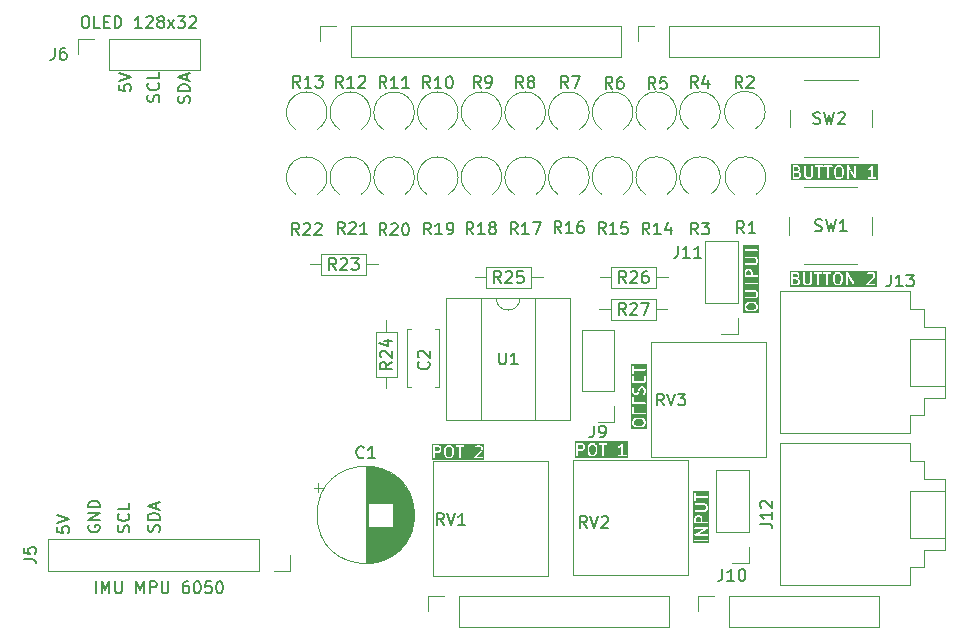
<source format=gbr>
%TF.GenerationSoftware,KiCad,Pcbnew,9.0.7*%
%TF.CreationDate,2026-02-03T14:42:13-07:00*%
%TF.ProjectId,Uno_Shield_DSP,556e6f5f-5368-4696-956c-645f4453502e,rev?*%
%TF.SameCoordinates,Original*%
%TF.FileFunction,Legend,Top*%
%TF.FilePolarity,Positive*%
%FSLAX46Y46*%
G04 Gerber Fmt 4.6, Leading zero omitted, Abs format (unit mm)*
G04 Created by KiCad (PCBNEW 9.0.7) date 2026-02-03 14:42:13*
%MOMM*%
%LPD*%
G01*
G04 APERTURE LIST*
%ADD10C,0.150000*%
%ADD11C,0.120000*%
%ADD12C,0.100000*%
G04 APERTURE END LIST*
D10*
G36*
X157897455Y-69384180D02*
G01*
X157923949Y-69410674D01*
X157958207Y-69479190D01*
X157958207Y-69586637D01*
X157923948Y-69655153D01*
X157893541Y-69685561D01*
X157825026Y-69719819D01*
X157536779Y-69719819D01*
X157536779Y-69346009D01*
X157782942Y-69346009D01*
X157897455Y-69384180D01*
G37*
G36*
X157845923Y-68904077D02*
G01*
X157876330Y-68934484D01*
X157910588Y-69003000D01*
X157910588Y-69062828D01*
X157876330Y-69131344D01*
X157845923Y-69161751D01*
X157777407Y-69196009D01*
X157536779Y-69196009D01*
X157536779Y-68869819D01*
X157777407Y-68869819D01*
X157845923Y-68904077D01*
G37*
G36*
X161464971Y-68904077D02*
G01*
X161536913Y-68976019D01*
X161577255Y-69137386D01*
X161577255Y-69452251D01*
X161536913Y-69613617D01*
X161464970Y-69685561D01*
X161396455Y-69719819D01*
X161241389Y-69719819D01*
X161172873Y-69685561D01*
X161100930Y-69613617D01*
X161060589Y-69452251D01*
X161060589Y-69137386D01*
X161100930Y-68976019D01*
X161172873Y-68904077D01*
X161241389Y-68869819D01*
X161396455Y-68869819D01*
X161464971Y-68904077D01*
G37*
G36*
X164600271Y-69980930D02*
G01*
X157275668Y-69980930D01*
X157275668Y-68794819D01*
X157386779Y-68794819D01*
X157386779Y-69794819D01*
X157388220Y-69809451D01*
X157399419Y-69836487D01*
X157420111Y-69857179D01*
X157447147Y-69868378D01*
X157461779Y-69869819D01*
X157842731Y-69869819D01*
X157857363Y-69868378D01*
X157859852Y-69867346D01*
X157862540Y-69867156D01*
X157876272Y-69861901D01*
X157971510Y-69814282D01*
X157977809Y-69810317D01*
X157979637Y-69809560D01*
X157981693Y-69807872D01*
X157983953Y-69806450D01*
X157985253Y-69804950D01*
X157991003Y-69800232D01*
X158038621Y-69752613D01*
X158043339Y-69746863D01*
X158044838Y-69745564D01*
X158046259Y-69743305D01*
X158047949Y-69741247D01*
X158048706Y-69739417D01*
X158052670Y-69733121D01*
X158100289Y-69637883D01*
X158105544Y-69624152D01*
X158105735Y-69621462D01*
X158106766Y-69618974D01*
X158108207Y-69604342D01*
X158108207Y-69461485D01*
X158106766Y-69446853D01*
X158105735Y-69444364D01*
X158105544Y-69441675D01*
X158100289Y-69427944D01*
X158052670Y-69332706D01*
X158048705Y-69326406D01*
X158047948Y-69324579D01*
X158046259Y-69322522D01*
X158044838Y-69320263D01*
X158043339Y-69318963D01*
X158038621Y-69313214D01*
X157991002Y-69265595D01*
X157979637Y-69256268D01*
X157977146Y-69255236D01*
X157975111Y-69253471D01*
X157969043Y-69250762D01*
X157991002Y-69228804D01*
X157995720Y-69223054D01*
X157997219Y-69221755D01*
X157998640Y-69219495D01*
X158000329Y-69217439D01*
X158001086Y-69215611D01*
X158005051Y-69209312D01*
X158052670Y-69114074D01*
X158057925Y-69100343D01*
X158058116Y-69097653D01*
X158059147Y-69095165D01*
X158060588Y-69080533D01*
X158060588Y-68985295D01*
X158059147Y-68970663D01*
X158058116Y-68968174D01*
X158057925Y-68965485D01*
X158052670Y-68951754D01*
X158005051Y-68856516D01*
X158001086Y-68850216D01*
X158000329Y-68848389D01*
X157998640Y-68846332D01*
X157997219Y-68844073D01*
X157995720Y-68842773D01*
X157991002Y-68837024D01*
X157948797Y-68794819D01*
X158386779Y-68794819D01*
X158386779Y-69604342D01*
X158388220Y-69618974D01*
X158389251Y-69621463D01*
X158389442Y-69624151D01*
X158394697Y-69637883D01*
X158442316Y-69733121D01*
X158446279Y-69739417D01*
X158447037Y-69741247D01*
X158448726Y-69743305D01*
X158450148Y-69745564D01*
X158451646Y-69746863D01*
X158456364Y-69752612D01*
X158503983Y-69800232D01*
X158509732Y-69804950D01*
X158511033Y-69806450D01*
X158513292Y-69807872D01*
X158515349Y-69809560D01*
X158517176Y-69810317D01*
X158523476Y-69814282D01*
X158618714Y-69861901D01*
X158632445Y-69867156D01*
X158635134Y-69867347D01*
X158637623Y-69868378D01*
X158652255Y-69869819D01*
X158842731Y-69869819D01*
X158857363Y-69868378D01*
X158859852Y-69867346D01*
X158862540Y-69867156D01*
X158876272Y-69861901D01*
X158971510Y-69814282D01*
X158977809Y-69810317D01*
X158979637Y-69809560D01*
X158981693Y-69807872D01*
X158983953Y-69806450D01*
X158985253Y-69804950D01*
X158991003Y-69800232D01*
X159038621Y-69752613D01*
X159043339Y-69746863D01*
X159044838Y-69745564D01*
X159046259Y-69743305D01*
X159047949Y-69741247D01*
X159048706Y-69739417D01*
X159052670Y-69733121D01*
X159100289Y-69637883D01*
X159105544Y-69624152D01*
X159105735Y-69621462D01*
X159106766Y-69618974D01*
X159108207Y-69604342D01*
X159108207Y-68794819D01*
X159106766Y-68780187D01*
X159292982Y-68780187D01*
X159292982Y-68809451D01*
X159304181Y-68836487D01*
X159324873Y-68857179D01*
X159351909Y-68868378D01*
X159366541Y-68869819D01*
X159577255Y-68869819D01*
X159577255Y-69794819D01*
X159578696Y-69809451D01*
X159589895Y-69836487D01*
X159610587Y-69857179D01*
X159637623Y-69868378D01*
X159666887Y-69868378D01*
X159693923Y-69857179D01*
X159714615Y-69836487D01*
X159725814Y-69809451D01*
X159727255Y-69794819D01*
X159727255Y-68869819D01*
X159937969Y-68869819D01*
X159952601Y-68868378D01*
X159979637Y-68857179D01*
X160000329Y-68836487D01*
X160011528Y-68809451D01*
X160011528Y-68780187D01*
X160054887Y-68780187D01*
X160054887Y-68809451D01*
X160066086Y-68836487D01*
X160086778Y-68857179D01*
X160113814Y-68868378D01*
X160128446Y-68869819D01*
X160339160Y-68869819D01*
X160339160Y-69794819D01*
X160340601Y-69809451D01*
X160351800Y-69836487D01*
X160372492Y-69857179D01*
X160399528Y-69868378D01*
X160428792Y-69868378D01*
X160455828Y-69857179D01*
X160476520Y-69836487D01*
X160487719Y-69809451D01*
X160489160Y-69794819D01*
X160489160Y-69128152D01*
X160910589Y-69128152D01*
X160910589Y-69461485D01*
X160910840Y-69464038D01*
X160910678Y-69465131D01*
X160911487Y-69470604D01*
X160912030Y-69476117D01*
X160912452Y-69477138D01*
X160912828Y-69479675D01*
X160960447Y-69670151D01*
X160965394Y-69683997D01*
X160968713Y-69688476D01*
X160970847Y-69693628D01*
X160980175Y-69704994D01*
X161075413Y-69800233D01*
X161081163Y-69804953D01*
X161082462Y-69806450D01*
X161084716Y-69807869D01*
X161086778Y-69809561D01*
X161088610Y-69810319D01*
X161094905Y-69814282D01*
X161190143Y-69861901D01*
X161203874Y-69867156D01*
X161206563Y-69867347D01*
X161209052Y-69868378D01*
X161223684Y-69869819D01*
X161414160Y-69869819D01*
X161428792Y-69868378D01*
X161431281Y-69867346D01*
X161433969Y-69867156D01*
X161447701Y-69861901D01*
X161542939Y-69814282D01*
X161549238Y-69810317D01*
X161551066Y-69809560D01*
X161553122Y-69807871D01*
X161555382Y-69806450D01*
X161556681Y-69804951D01*
X161562431Y-69800233D01*
X161657670Y-69704993D01*
X161666997Y-69693628D01*
X161669130Y-69688476D01*
X161672450Y-69683997D01*
X161677397Y-69670151D01*
X161725016Y-69479675D01*
X161725391Y-69477138D01*
X161725814Y-69476117D01*
X161726356Y-69470604D01*
X161727166Y-69465131D01*
X161727003Y-69464038D01*
X161727255Y-69461485D01*
X161727255Y-69128152D01*
X161727003Y-69125598D01*
X161727166Y-69124506D01*
X161726356Y-69119032D01*
X161725814Y-69113520D01*
X161725391Y-69112498D01*
X161725016Y-69109962D01*
X161677397Y-68919486D01*
X161672450Y-68905640D01*
X161669131Y-68901161D01*
X161666997Y-68896008D01*
X161657669Y-68884643D01*
X161567845Y-68794819D01*
X162005827Y-68794819D01*
X162005827Y-69794819D01*
X162007268Y-69809451D01*
X162018467Y-69836487D01*
X162039159Y-69857179D01*
X162066195Y-69868378D01*
X162095459Y-69868378D01*
X162122495Y-69857179D01*
X162143187Y-69836487D01*
X162154386Y-69809451D01*
X162155827Y-69794819D01*
X162155827Y-69077235D01*
X162587137Y-69832030D01*
X162589326Y-69835114D01*
X162589895Y-69836487D01*
X162591292Y-69837884D01*
X162595647Y-69844019D01*
X162603535Y-69850127D01*
X162610587Y-69857179D01*
X162615005Y-69859009D01*
X162618785Y-69861936D01*
X162628406Y-69864560D01*
X162637623Y-69868378D01*
X162642404Y-69868378D01*
X162647016Y-69869636D01*
X162656913Y-69868378D01*
X162666887Y-69868378D01*
X162671302Y-69866548D01*
X162676046Y-69865946D01*
X162684710Y-69860995D01*
X162693923Y-69857179D01*
X162697301Y-69853800D01*
X162701455Y-69851427D01*
X162707564Y-69843537D01*
X162714615Y-69836487D01*
X162716444Y-69832070D01*
X162719372Y-69828290D01*
X162721996Y-69818666D01*
X162725814Y-69809451D01*
X162726550Y-69801968D01*
X162727072Y-69800058D01*
X162726884Y-69798582D01*
X162727255Y-69794819D01*
X162727255Y-69780187D01*
X163721554Y-69780187D01*
X163721554Y-69809451D01*
X163732753Y-69836487D01*
X163753445Y-69857179D01*
X163780481Y-69868378D01*
X163795113Y-69869819D01*
X164414160Y-69869819D01*
X164428792Y-69868378D01*
X164455828Y-69857179D01*
X164476520Y-69836487D01*
X164487719Y-69809451D01*
X164487719Y-69780187D01*
X164476520Y-69753151D01*
X164455828Y-69732459D01*
X164428792Y-69721260D01*
X164414160Y-69719819D01*
X163976179Y-69719819D01*
X164419574Y-69276423D01*
X164428902Y-69265058D01*
X164429933Y-69262567D01*
X164431698Y-69260533D01*
X164437692Y-69247107D01*
X164485311Y-69104251D01*
X164486960Y-69096995D01*
X164487719Y-69095165D01*
X164487980Y-69092511D01*
X164488571Y-69089914D01*
X164488430Y-69087939D01*
X164489160Y-69080533D01*
X164489160Y-68985295D01*
X164487719Y-68970663D01*
X164486688Y-68968174D01*
X164486497Y-68965485D01*
X164481242Y-68951754D01*
X164433623Y-68856516D01*
X164429658Y-68850216D01*
X164428901Y-68848389D01*
X164427212Y-68846332D01*
X164425791Y-68844073D01*
X164424292Y-68842773D01*
X164419574Y-68837024D01*
X164371955Y-68789405D01*
X164366205Y-68784686D01*
X164364906Y-68783188D01*
X164362646Y-68781766D01*
X164360590Y-68780078D01*
X164358762Y-68779320D01*
X164352463Y-68775356D01*
X164257225Y-68727737D01*
X164243493Y-68722482D01*
X164240805Y-68722291D01*
X164238316Y-68721260D01*
X164223684Y-68719819D01*
X163985589Y-68719819D01*
X163970957Y-68721260D01*
X163968468Y-68722290D01*
X163965779Y-68722482D01*
X163952048Y-68727737D01*
X163856810Y-68775356D01*
X163850510Y-68779320D01*
X163848683Y-68780078D01*
X163846626Y-68781766D01*
X163844367Y-68783188D01*
X163843067Y-68784686D01*
X163837318Y-68789405D01*
X163789699Y-68837024D01*
X163780372Y-68848389D01*
X163769173Y-68875426D01*
X163769173Y-68904688D01*
X163780372Y-68931725D01*
X163801064Y-68952417D01*
X163828101Y-68963616D01*
X163857363Y-68963616D01*
X163884400Y-68952417D01*
X163895765Y-68943090D01*
X163934778Y-68904077D01*
X164003294Y-68869819D01*
X164205979Y-68869819D01*
X164274495Y-68904077D01*
X164304902Y-68934484D01*
X164339160Y-69003000D01*
X164339160Y-69068363D01*
X164300988Y-69182876D01*
X163742080Y-69741786D01*
X163732753Y-69753151D01*
X163721554Y-69780187D01*
X162727255Y-69780187D01*
X162727255Y-68794819D01*
X162725814Y-68780187D01*
X162714615Y-68753151D01*
X162693923Y-68732459D01*
X162666887Y-68721260D01*
X162637623Y-68721260D01*
X162610587Y-68732459D01*
X162589895Y-68753151D01*
X162578696Y-68780187D01*
X162577255Y-68794819D01*
X162577255Y-69512402D01*
X162145945Y-68757609D01*
X162143756Y-68754525D01*
X162143187Y-68753151D01*
X162141787Y-68751751D01*
X162137435Y-68745619D01*
X162129545Y-68739509D01*
X162122495Y-68732459D01*
X162118078Y-68730629D01*
X162114298Y-68727702D01*
X162104674Y-68725077D01*
X162095459Y-68721260D01*
X162090678Y-68721260D01*
X162086066Y-68720002D01*
X162076169Y-68721260D01*
X162066195Y-68721260D01*
X162061779Y-68723089D01*
X162057036Y-68723692D01*
X162048371Y-68728642D01*
X162039159Y-68732459D01*
X162035780Y-68735837D01*
X162031627Y-68738211D01*
X162025517Y-68746100D01*
X162018467Y-68753151D01*
X162016637Y-68757567D01*
X162013710Y-68761348D01*
X162011085Y-68770971D01*
X162007268Y-68780187D01*
X162006531Y-68787669D01*
X162006010Y-68789580D01*
X162006197Y-68791055D01*
X162005827Y-68794819D01*
X161567845Y-68794819D01*
X161562431Y-68789405D01*
X161556681Y-68784686D01*
X161555382Y-68783188D01*
X161553122Y-68781766D01*
X161551066Y-68780078D01*
X161549238Y-68779320D01*
X161542939Y-68775356D01*
X161447701Y-68727737D01*
X161433969Y-68722482D01*
X161431281Y-68722291D01*
X161428792Y-68721260D01*
X161414160Y-68719819D01*
X161223684Y-68719819D01*
X161209052Y-68721260D01*
X161206563Y-68722290D01*
X161203874Y-68722482D01*
X161190143Y-68727737D01*
X161094905Y-68775356D01*
X161088610Y-68779318D01*
X161086778Y-68780077D01*
X161084716Y-68781768D01*
X161082462Y-68783188D01*
X161081163Y-68784684D01*
X161075413Y-68789405D01*
X160980175Y-68884643D01*
X160970848Y-68896008D01*
X160968714Y-68901158D01*
X160965394Y-68905640D01*
X160960447Y-68919486D01*
X160912828Y-69109962D01*
X160912452Y-69112498D01*
X160912030Y-69113520D01*
X160911487Y-69119032D01*
X160910678Y-69124506D01*
X160910840Y-69125598D01*
X160910589Y-69128152D01*
X160489160Y-69128152D01*
X160489160Y-68869819D01*
X160699874Y-68869819D01*
X160714506Y-68868378D01*
X160741542Y-68857179D01*
X160762234Y-68836487D01*
X160773433Y-68809451D01*
X160773433Y-68780187D01*
X160762234Y-68753151D01*
X160741542Y-68732459D01*
X160714506Y-68721260D01*
X160699874Y-68719819D01*
X160128446Y-68719819D01*
X160113814Y-68721260D01*
X160086778Y-68732459D01*
X160066086Y-68753151D01*
X160054887Y-68780187D01*
X160011528Y-68780187D01*
X160000329Y-68753151D01*
X159979637Y-68732459D01*
X159952601Y-68721260D01*
X159937969Y-68719819D01*
X159366541Y-68719819D01*
X159351909Y-68721260D01*
X159324873Y-68732459D01*
X159304181Y-68753151D01*
X159292982Y-68780187D01*
X159106766Y-68780187D01*
X159095567Y-68753151D01*
X159074875Y-68732459D01*
X159047839Y-68721260D01*
X159018575Y-68721260D01*
X158991539Y-68732459D01*
X158970847Y-68753151D01*
X158959648Y-68780187D01*
X158958207Y-68794819D01*
X158958207Y-69586637D01*
X158923948Y-69655153D01*
X158893541Y-69685561D01*
X158825026Y-69719819D01*
X158669960Y-69719819D01*
X158601444Y-69685561D01*
X158571037Y-69655153D01*
X158536779Y-69586637D01*
X158536779Y-68794819D01*
X158535338Y-68780187D01*
X158524139Y-68753151D01*
X158503447Y-68732459D01*
X158476411Y-68721260D01*
X158447147Y-68721260D01*
X158420111Y-68732459D01*
X158399419Y-68753151D01*
X158388220Y-68780187D01*
X158386779Y-68794819D01*
X157948797Y-68794819D01*
X157943383Y-68789405D01*
X157937633Y-68784686D01*
X157936334Y-68783188D01*
X157934074Y-68781766D01*
X157932018Y-68780078D01*
X157930190Y-68779320D01*
X157923891Y-68775356D01*
X157828653Y-68727737D01*
X157814921Y-68722482D01*
X157812233Y-68722291D01*
X157809744Y-68721260D01*
X157795112Y-68719819D01*
X157461779Y-68719819D01*
X157447147Y-68721260D01*
X157420111Y-68732459D01*
X157399419Y-68753151D01*
X157388220Y-68780187D01*
X157386779Y-68794819D01*
X157275668Y-68794819D01*
X157275668Y-68608708D01*
X164600271Y-68608708D01*
X164600271Y-69980930D01*
G37*
G36*
X140693542Y-83379077D02*
G01*
X140765484Y-83451019D01*
X140805826Y-83612386D01*
X140805826Y-83927251D01*
X140765484Y-84088617D01*
X140693541Y-84160561D01*
X140625026Y-84194819D01*
X140469960Y-84194819D01*
X140401444Y-84160561D01*
X140329501Y-84088617D01*
X140289160Y-83927251D01*
X140289160Y-83612386D01*
X140329501Y-83451019D01*
X140401444Y-83379077D01*
X140469960Y-83344819D01*
X140625026Y-83344819D01*
X140693542Y-83379077D01*
G37*
G36*
X139693542Y-83379077D02*
G01*
X139723949Y-83409484D01*
X139758207Y-83478000D01*
X139758207Y-83585447D01*
X139723949Y-83653963D01*
X139693542Y-83684370D01*
X139625026Y-83718628D01*
X139336779Y-83718628D01*
X139336779Y-83344819D01*
X139625026Y-83344819D01*
X139693542Y-83379077D01*
G37*
G36*
X143541687Y-84455930D02*
G01*
X139075668Y-84455930D01*
X139075668Y-83269819D01*
X139186779Y-83269819D01*
X139186779Y-84269819D01*
X139188220Y-84284451D01*
X139199419Y-84311487D01*
X139220111Y-84332179D01*
X139247147Y-84343378D01*
X139276411Y-84343378D01*
X139303447Y-84332179D01*
X139324139Y-84311487D01*
X139335338Y-84284451D01*
X139336779Y-84269819D01*
X139336779Y-83868628D01*
X139642731Y-83868628D01*
X139657363Y-83867187D01*
X139659852Y-83866155D01*
X139662540Y-83865965D01*
X139676272Y-83860710D01*
X139771510Y-83813091D01*
X139777809Y-83809126D01*
X139779637Y-83808369D01*
X139781693Y-83806680D01*
X139783953Y-83805259D01*
X139785252Y-83803760D01*
X139791002Y-83799042D01*
X139838621Y-83751423D01*
X139843339Y-83745673D01*
X139844838Y-83744374D01*
X139846259Y-83742114D01*
X139847948Y-83740058D01*
X139848705Y-83738230D01*
X139852670Y-83731931D01*
X139900289Y-83636693D01*
X139905544Y-83622962D01*
X139905735Y-83620272D01*
X139906766Y-83617784D01*
X139908207Y-83603152D01*
X140139160Y-83603152D01*
X140139160Y-83936485D01*
X140139411Y-83939038D01*
X140139249Y-83940131D01*
X140140058Y-83945604D01*
X140140601Y-83951117D01*
X140141023Y-83952138D01*
X140141399Y-83954675D01*
X140189018Y-84145151D01*
X140193965Y-84158997D01*
X140197284Y-84163476D01*
X140199418Y-84168628D01*
X140208746Y-84179994D01*
X140303984Y-84275233D01*
X140309734Y-84279953D01*
X140311033Y-84281450D01*
X140313287Y-84282869D01*
X140315349Y-84284561D01*
X140317181Y-84285319D01*
X140323476Y-84289282D01*
X140418714Y-84336901D01*
X140432445Y-84342156D01*
X140435134Y-84342347D01*
X140437623Y-84343378D01*
X140452255Y-84344819D01*
X140642731Y-84344819D01*
X140657363Y-84343378D01*
X140659852Y-84342346D01*
X140662540Y-84342156D01*
X140676272Y-84336901D01*
X140771510Y-84289282D01*
X140777809Y-84285317D01*
X140779637Y-84284560D01*
X140781693Y-84282871D01*
X140783953Y-84281450D01*
X140785252Y-84279951D01*
X140791002Y-84275233D01*
X140886241Y-84179993D01*
X140895568Y-84168628D01*
X140897701Y-84163476D01*
X140901021Y-84158997D01*
X140905968Y-84145151D01*
X140953587Y-83954675D01*
X140953962Y-83952138D01*
X140954385Y-83951117D01*
X140954927Y-83945604D01*
X140955737Y-83940131D01*
X140955574Y-83939038D01*
X140955826Y-83936485D01*
X140955826Y-83603152D01*
X140955574Y-83600598D01*
X140955737Y-83599506D01*
X140954927Y-83594032D01*
X140954385Y-83588520D01*
X140953962Y-83587498D01*
X140953587Y-83584962D01*
X140905968Y-83394486D01*
X140901021Y-83380640D01*
X140897702Y-83376161D01*
X140895568Y-83371008D01*
X140886240Y-83359643D01*
X140791002Y-83264405D01*
X140785252Y-83259686D01*
X140783953Y-83258188D01*
X140781693Y-83256766D01*
X140779770Y-83255187D01*
X141092982Y-83255187D01*
X141092982Y-83284451D01*
X141104181Y-83311487D01*
X141124873Y-83332179D01*
X141151909Y-83343378D01*
X141166541Y-83344819D01*
X141377255Y-83344819D01*
X141377255Y-84269819D01*
X141378696Y-84284451D01*
X141389895Y-84311487D01*
X141410587Y-84332179D01*
X141437623Y-84343378D01*
X141466887Y-84343378D01*
X141493923Y-84332179D01*
X141514615Y-84311487D01*
X141525814Y-84284451D01*
X141527255Y-84269819D01*
X141527255Y-83546152D01*
X142711178Y-83546152D01*
X142713252Y-83575342D01*
X142726339Y-83601517D01*
X142748447Y-83620690D01*
X142776208Y-83629944D01*
X142805398Y-83627870D01*
X142819130Y-83622615D01*
X142914368Y-83574996D01*
X142920667Y-83571031D01*
X142922495Y-83570274D01*
X142924551Y-83568585D01*
X142926811Y-83567164D01*
X142928110Y-83565665D01*
X142933860Y-83560947D01*
X142996303Y-83498504D01*
X142996303Y-84194819D01*
X142785589Y-84194819D01*
X142770957Y-84196260D01*
X142743921Y-84207459D01*
X142723229Y-84228151D01*
X142712030Y-84255187D01*
X142712030Y-84284451D01*
X142723229Y-84311487D01*
X142743921Y-84332179D01*
X142770957Y-84343378D01*
X142785589Y-84344819D01*
X143357017Y-84344819D01*
X143371649Y-84343378D01*
X143398685Y-84332179D01*
X143419377Y-84311487D01*
X143430576Y-84284451D01*
X143430576Y-84255187D01*
X143419377Y-84228151D01*
X143398685Y-84207459D01*
X143371649Y-84196260D01*
X143357017Y-84194819D01*
X143146303Y-84194819D01*
X143146303Y-83269819D01*
X143146297Y-83269766D01*
X143146303Y-83269740D01*
X143146287Y-83269663D01*
X143144862Y-83255187D01*
X143142020Y-83248326D01*
X143140564Y-83241045D01*
X143136474Y-83234938D01*
X143133663Y-83228151D01*
X143128414Y-83222902D01*
X143124281Y-83216730D01*
X143118164Y-83212652D01*
X143112971Y-83207459D01*
X143106111Y-83204617D01*
X143099932Y-83200498D01*
X143092723Y-83199072D01*
X143085935Y-83196260D01*
X143078508Y-83196260D01*
X143071224Y-83194819D01*
X143064019Y-83196260D01*
X143056671Y-83196260D01*
X143049810Y-83199101D01*
X143042530Y-83200558D01*
X143036424Y-83204646D01*
X143029635Y-83207459D01*
X143024384Y-83212709D01*
X143018215Y-83216841D01*
X143008994Y-83228099D01*
X143008943Y-83228151D01*
X143008933Y-83228173D01*
X143008899Y-83228216D01*
X142917779Y-83364896D01*
X142836400Y-83446275D01*
X142752048Y-83488451D01*
X142739605Y-83496283D01*
X142720432Y-83518391D01*
X142711178Y-83546152D01*
X141527255Y-83546152D01*
X141527255Y-83344819D01*
X141737969Y-83344819D01*
X141752601Y-83343378D01*
X141779637Y-83332179D01*
X141800329Y-83311487D01*
X141811528Y-83284451D01*
X141811528Y-83255187D01*
X141800329Y-83228151D01*
X141779637Y-83207459D01*
X141752601Y-83196260D01*
X141737969Y-83194819D01*
X141166541Y-83194819D01*
X141151909Y-83196260D01*
X141124873Y-83207459D01*
X141104181Y-83228151D01*
X141092982Y-83255187D01*
X140779770Y-83255187D01*
X140779637Y-83255078D01*
X140777809Y-83254320D01*
X140771510Y-83250356D01*
X140676272Y-83202737D01*
X140662540Y-83197482D01*
X140659852Y-83197291D01*
X140657363Y-83196260D01*
X140642731Y-83194819D01*
X140452255Y-83194819D01*
X140437623Y-83196260D01*
X140435134Y-83197290D01*
X140432445Y-83197482D01*
X140418714Y-83202737D01*
X140323476Y-83250356D01*
X140317181Y-83254318D01*
X140315349Y-83255077D01*
X140313287Y-83256768D01*
X140311033Y-83258188D01*
X140309734Y-83259684D01*
X140303984Y-83264405D01*
X140208746Y-83359643D01*
X140199419Y-83371008D01*
X140197285Y-83376158D01*
X140193965Y-83380640D01*
X140189018Y-83394486D01*
X140141399Y-83584962D01*
X140141023Y-83587498D01*
X140140601Y-83588520D01*
X140140058Y-83594032D01*
X140139249Y-83599506D01*
X140139411Y-83600598D01*
X140139160Y-83603152D01*
X139908207Y-83603152D01*
X139908207Y-83460295D01*
X139906766Y-83445663D01*
X139905735Y-83443174D01*
X139905544Y-83440485D01*
X139900289Y-83426754D01*
X139852670Y-83331516D01*
X139848705Y-83325216D01*
X139847948Y-83323389D01*
X139846259Y-83321332D01*
X139844838Y-83319073D01*
X139843339Y-83317773D01*
X139838621Y-83312024D01*
X139791002Y-83264405D01*
X139785252Y-83259686D01*
X139783953Y-83258188D01*
X139781693Y-83256766D01*
X139779637Y-83255078D01*
X139777809Y-83254320D01*
X139771510Y-83250356D01*
X139676272Y-83202737D01*
X139662540Y-83197482D01*
X139659852Y-83197291D01*
X139657363Y-83196260D01*
X139642731Y-83194819D01*
X139261779Y-83194819D01*
X139247147Y-83196260D01*
X139220111Y-83207459D01*
X139199419Y-83228151D01*
X139188220Y-83255187D01*
X139186779Y-83269819D01*
X139075668Y-83269819D01*
X139075668Y-83083708D01*
X143541687Y-83083708D01*
X143541687Y-84455930D01*
G37*
X106422200Y-54410839D02*
X106469819Y-54267982D01*
X106469819Y-54267982D02*
X106469819Y-54029887D01*
X106469819Y-54029887D02*
X106422200Y-53934649D01*
X106422200Y-53934649D02*
X106374580Y-53887030D01*
X106374580Y-53887030D02*
X106279342Y-53839411D01*
X106279342Y-53839411D02*
X106184104Y-53839411D01*
X106184104Y-53839411D02*
X106088866Y-53887030D01*
X106088866Y-53887030D02*
X106041247Y-53934649D01*
X106041247Y-53934649D02*
X105993628Y-54029887D01*
X105993628Y-54029887D02*
X105946009Y-54220363D01*
X105946009Y-54220363D02*
X105898390Y-54315601D01*
X105898390Y-54315601D02*
X105850771Y-54363220D01*
X105850771Y-54363220D02*
X105755533Y-54410839D01*
X105755533Y-54410839D02*
X105660295Y-54410839D01*
X105660295Y-54410839D02*
X105565057Y-54363220D01*
X105565057Y-54363220D02*
X105517438Y-54315601D01*
X105517438Y-54315601D02*
X105469819Y-54220363D01*
X105469819Y-54220363D02*
X105469819Y-53982268D01*
X105469819Y-53982268D02*
X105517438Y-53839411D01*
X106469819Y-53410839D02*
X105469819Y-53410839D01*
X105469819Y-53410839D02*
X105469819Y-53172744D01*
X105469819Y-53172744D02*
X105517438Y-53029887D01*
X105517438Y-53029887D02*
X105612676Y-52934649D01*
X105612676Y-52934649D02*
X105707914Y-52887030D01*
X105707914Y-52887030D02*
X105898390Y-52839411D01*
X105898390Y-52839411D02*
X106041247Y-52839411D01*
X106041247Y-52839411D02*
X106231723Y-52887030D01*
X106231723Y-52887030D02*
X106326961Y-52934649D01*
X106326961Y-52934649D02*
X106422200Y-53029887D01*
X106422200Y-53029887D02*
X106469819Y-53172744D01*
X106469819Y-53172744D02*
X106469819Y-53410839D01*
X106184104Y-52458458D02*
X106184104Y-51982268D01*
X106469819Y-52553696D02*
X105469819Y-52220363D01*
X105469819Y-52220363D02*
X106469819Y-51887030D01*
X103822200Y-54310839D02*
X103869819Y-54167982D01*
X103869819Y-54167982D02*
X103869819Y-53929887D01*
X103869819Y-53929887D02*
X103822200Y-53834649D01*
X103822200Y-53834649D02*
X103774580Y-53787030D01*
X103774580Y-53787030D02*
X103679342Y-53739411D01*
X103679342Y-53739411D02*
X103584104Y-53739411D01*
X103584104Y-53739411D02*
X103488866Y-53787030D01*
X103488866Y-53787030D02*
X103441247Y-53834649D01*
X103441247Y-53834649D02*
X103393628Y-53929887D01*
X103393628Y-53929887D02*
X103346009Y-54120363D01*
X103346009Y-54120363D02*
X103298390Y-54215601D01*
X103298390Y-54215601D02*
X103250771Y-54263220D01*
X103250771Y-54263220D02*
X103155533Y-54310839D01*
X103155533Y-54310839D02*
X103060295Y-54310839D01*
X103060295Y-54310839D02*
X102965057Y-54263220D01*
X102965057Y-54263220D02*
X102917438Y-54215601D01*
X102917438Y-54215601D02*
X102869819Y-54120363D01*
X102869819Y-54120363D02*
X102869819Y-53882268D01*
X102869819Y-53882268D02*
X102917438Y-53739411D01*
X103774580Y-52739411D02*
X103822200Y-52787030D01*
X103822200Y-52787030D02*
X103869819Y-52929887D01*
X103869819Y-52929887D02*
X103869819Y-53025125D01*
X103869819Y-53025125D02*
X103822200Y-53167982D01*
X103822200Y-53167982D02*
X103726961Y-53263220D01*
X103726961Y-53263220D02*
X103631723Y-53310839D01*
X103631723Y-53310839D02*
X103441247Y-53358458D01*
X103441247Y-53358458D02*
X103298390Y-53358458D01*
X103298390Y-53358458D02*
X103107914Y-53310839D01*
X103107914Y-53310839D02*
X103012676Y-53263220D01*
X103012676Y-53263220D02*
X102917438Y-53167982D01*
X102917438Y-53167982D02*
X102869819Y-53025125D01*
X102869819Y-53025125D02*
X102869819Y-52929887D01*
X102869819Y-52929887D02*
X102917438Y-52787030D01*
X102917438Y-52787030D02*
X102965057Y-52739411D01*
X103869819Y-51834649D02*
X103869819Y-52310839D01*
X103869819Y-52310839D02*
X102869819Y-52310839D01*
G36*
X128543542Y-83554077D02*
G01*
X128615484Y-83626019D01*
X128655826Y-83787386D01*
X128655826Y-84102251D01*
X128615484Y-84263617D01*
X128543541Y-84335561D01*
X128475026Y-84369819D01*
X128319960Y-84369819D01*
X128251444Y-84335561D01*
X128179501Y-84263617D01*
X128139160Y-84102251D01*
X128139160Y-83787386D01*
X128179501Y-83626019D01*
X128251444Y-83554077D01*
X128319960Y-83519819D01*
X128475026Y-83519819D01*
X128543542Y-83554077D01*
G37*
G36*
X127543542Y-83554077D02*
G01*
X127573949Y-83584484D01*
X127608207Y-83653000D01*
X127608207Y-83760447D01*
X127573949Y-83828963D01*
X127543542Y-83859370D01*
X127475026Y-83893628D01*
X127186779Y-83893628D01*
X127186779Y-83519819D01*
X127475026Y-83519819D01*
X127543542Y-83554077D01*
G37*
G36*
X131393128Y-84630930D02*
G01*
X126925668Y-84630930D01*
X126925668Y-83444819D01*
X127036779Y-83444819D01*
X127036779Y-84444819D01*
X127038220Y-84459451D01*
X127049419Y-84486487D01*
X127070111Y-84507179D01*
X127097147Y-84518378D01*
X127126411Y-84518378D01*
X127153447Y-84507179D01*
X127174139Y-84486487D01*
X127185338Y-84459451D01*
X127186779Y-84444819D01*
X127186779Y-84043628D01*
X127492731Y-84043628D01*
X127507363Y-84042187D01*
X127509852Y-84041155D01*
X127512540Y-84040965D01*
X127526272Y-84035710D01*
X127621510Y-83988091D01*
X127627809Y-83984126D01*
X127629637Y-83983369D01*
X127631693Y-83981680D01*
X127633953Y-83980259D01*
X127635252Y-83978760D01*
X127641002Y-83974042D01*
X127688621Y-83926423D01*
X127693339Y-83920673D01*
X127694838Y-83919374D01*
X127696259Y-83917114D01*
X127697948Y-83915058D01*
X127698705Y-83913230D01*
X127702670Y-83906931D01*
X127750289Y-83811693D01*
X127755544Y-83797962D01*
X127755735Y-83795272D01*
X127756766Y-83792784D01*
X127758207Y-83778152D01*
X127989160Y-83778152D01*
X127989160Y-84111485D01*
X127989411Y-84114038D01*
X127989249Y-84115131D01*
X127990058Y-84120604D01*
X127990601Y-84126117D01*
X127991023Y-84127138D01*
X127991399Y-84129675D01*
X128039018Y-84320151D01*
X128043965Y-84333997D01*
X128047284Y-84338476D01*
X128049418Y-84343628D01*
X128058746Y-84354994D01*
X128153984Y-84450233D01*
X128159734Y-84454953D01*
X128161033Y-84456450D01*
X128163287Y-84457869D01*
X128165349Y-84459561D01*
X128167181Y-84460319D01*
X128173476Y-84464282D01*
X128268714Y-84511901D01*
X128282445Y-84517156D01*
X128285134Y-84517347D01*
X128287623Y-84518378D01*
X128302255Y-84519819D01*
X128492731Y-84519819D01*
X128507363Y-84518378D01*
X128509852Y-84517346D01*
X128512540Y-84517156D01*
X128526272Y-84511901D01*
X128621510Y-84464282D01*
X128627809Y-84460317D01*
X128629637Y-84459560D01*
X128631693Y-84457871D01*
X128633953Y-84456450D01*
X128635252Y-84454951D01*
X128641002Y-84450233D01*
X128736241Y-84354993D01*
X128745568Y-84343628D01*
X128747701Y-84338476D01*
X128751021Y-84333997D01*
X128755968Y-84320151D01*
X128803587Y-84129675D01*
X128803962Y-84127138D01*
X128804385Y-84126117D01*
X128804927Y-84120604D01*
X128805737Y-84115131D01*
X128805574Y-84114038D01*
X128805826Y-84111485D01*
X128805826Y-83778152D01*
X128805574Y-83775598D01*
X128805737Y-83774506D01*
X128804927Y-83769032D01*
X128804385Y-83763520D01*
X128803962Y-83762498D01*
X128803587Y-83759962D01*
X128755968Y-83569486D01*
X128751021Y-83555640D01*
X128747702Y-83551161D01*
X128745568Y-83546008D01*
X128736240Y-83534643D01*
X128641002Y-83439405D01*
X128635252Y-83434686D01*
X128633953Y-83433188D01*
X128631693Y-83431766D01*
X128629770Y-83430187D01*
X128942982Y-83430187D01*
X128942982Y-83459451D01*
X128954181Y-83486487D01*
X128974873Y-83507179D01*
X129001909Y-83518378D01*
X129016541Y-83519819D01*
X129227255Y-83519819D01*
X129227255Y-84444819D01*
X129228696Y-84459451D01*
X129239895Y-84486487D01*
X129260587Y-84507179D01*
X129287623Y-84518378D01*
X129316887Y-84518378D01*
X129343923Y-84507179D01*
X129364615Y-84486487D01*
X129375814Y-84459451D01*
X129377255Y-84444819D01*
X129377255Y-84430187D01*
X130514411Y-84430187D01*
X130514411Y-84459451D01*
X130525610Y-84486487D01*
X130546302Y-84507179D01*
X130573338Y-84518378D01*
X130587970Y-84519819D01*
X131207017Y-84519819D01*
X131221649Y-84518378D01*
X131248685Y-84507179D01*
X131269377Y-84486487D01*
X131280576Y-84459451D01*
X131280576Y-84430187D01*
X131269377Y-84403151D01*
X131248685Y-84382459D01*
X131221649Y-84371260D01*
X131207017Y-84369819D01*
X130769036Y-84369819D01*
X131212431Y-83926423D01*
X131221759Y-83915058D01*
X131222790Y-83912567D01*
X131224555Y-83910533D01*
X131230549Y-83897107D01*
X131278168Y-83754251D01*
X131279817Y-83746995D01*
X131280576Y-83745165D01*
X131280837Y-83742511D01*
X131281428Y-83739914D01*
X131281287Y-83737939D01*
X131282017Y-83730533D01*
X131282017Y-83635295D01*
X131280576Y-83620663D01*
X131279545Y-83618174D01*
X131279354Y-83615485D01*
X131274099Y-83601754D01*
X131226480Y-83506516D01*
X131222515Y-83500216D01*
X131221758Y-83498389D01*
X131220069Y-83496332D01*
X131218648Y-83494073D01*
X131217149Y-83492773D01*
X131212431Y-83487024D01*
X131164812Y-83439405D01*
X131159062Y-83434686D01*
X131157763Y-83433188D01*
X131155503Y-83431766D01*
X131153447Y-83430078D01*
X131151619Y-83429320D01*
X131145320Y-83425356D01*
X131050082Y-83377737D01*
X131036350Y-83372482D01*
X131033662Y-83372291D01*
X131031173Y-83371260D01*
X131016541Y-83369819D01*
X130778446Y-83369819D01*
X130763814Y-83371260D01*
X130761325Y-83372290D01*
X130758636Y-83372482D01*
X130744905Y-83377737D01*
X130649667Y-83425356D01*
X130643367Y-83429320D01*
X130641540Y-83430078D01*
X130639483Y-83431766D01*
X130637224Y-83433188D01*
X130635924Y-83434686D01*
X130630175Y-83439405D01*
X130582556Y-83487024D01*
X130573229Y-83498389D01*
X130562030Y-83525426D01*
X130562030Y-83554688D01*
X130573229Y-83581725D01*
X130593921Y-83602417D01*
X130620958Y-83613616D01*
X130650220Y-83613616D01*
X130677257Y-83602417D01*
X130688622Y-83593090D01*
X130727635Y-83554077D01*
X130796151Y-83519819D01*
X130998836Y-83519819D01*
X131067352Y-83554077D01*
X131097759Y-83584484D01*
X131132017Y-83653000D01*
X131132017Y-83718363D01*
X131093845Y-83832876D01*
X130534937Y-84391786D01*
X130525610Y-84403151D01*
X130514411Y-84430187D01*
X129377255Y-84430187D01*
X129377255Y-83519819D01*
X129587969Y-83519819D01*
X129602601Y-83518378D01*
X129629637Y-83507179D01*
X129650329Y-83486487D01*
X129661528Y-83459451D01*
X129661528Y-83430187D01*
X129650329Y-83403151D01*
X129629637Y-83382459D01*
X129602601Y-83371260D01*
X129587969Y-83369819D01*
X129016541Y-83369819D01*
X129001909Y-83371260D01*
X128974873Y-83382459D01*
X128954181Y-83403151D01*
X128942982Y-83430187D01*
X128629770Y-83430187D01*
X128629637Y-83430078D01*
X128627809Y-83429320D01*
X128621510Y-83425356D01*
X128526272Y-83377737D01*
X128512540Y-83372482D01*
X128509852Y-83372291D01*
X128507363Y-83371260D01*
X128492731Y-83369819D01*
X128302255Y-83369819D01*
X128287623Y-83371260D01*
X128285134Y-83372290D01*
X128282445Y-83372482D01*
X128268714Y-83377737D01*
X128173476Y-83425356D01*
X128167181Y-83429318D01*
X128165349Y-83430077D01*
X128163287Y-83431768D01*
X128161033Y-83433188D01*
X128159734Y-83434684D01*
X128153984Y-83439405D01*
X128058746Y-83534643D01*
X128049419Y-83546008D01*
X128047285Y-83551158D01*
X128043965Y-83555640D01*
X128039018Y-83569486D01*
X127991399Y-83759962D01*
X127991023Y-83762498D01*
X127990601Y-83763520D01*
X127990058Y-83769032D01*
X127989249Y-83774506D01*
X127989411Y-83775598D01*
X127989160Y-83778152D01*
X127758207Y-83778152D01*
X127758207Y-83635295D01*
X127756766Y-83620663D01*
X127755735Y-83618174D01*
X127755544Y-83615485D01*
X127750289Y-83601754D01*
X127702670Y-83506516D01*
X127698705Y-83500216D01*
X127697948Y-83498389D01*
X127696259Y-83496332D01*
X127694838Y-83494073D01*
X127693339Y-83492773D01*
X127688621Y-83487024D01*
X127641002Y-83439405D01*
X127635252Y-83434686D01*
X127633953Y-83433188D01*
X127631693Y-83431766D01*
X127629637Y-83430078D01*
X127627809Y-83429320D01*
X127621510Y-83425356D01*
X127526272Y-83377737D01*
X127512540Y-83372482D01*
X127509852Y-83372291D01*
X127507363Y-83371260D01*
X127492731Y-83369819D01*
X127111779Y-83369819D01*
X127097147Y-83371260D01*
X127070111Y-83382459D01*
X127049419Y-83403151D01*
X127038220Y-83430187D01*
X127036779Y-83444819D01*
X126925668Y-83444819D01*
X126925668Y-83258708D01*
X131393128Y-83258708D01*
X131393128Y-84630930D01*
G37*
X97527255Y-47079819D02*
X97717731Y-47079819D01*
X97717731Y-47079819D02*
X97812969Y-47127438D01*
X97812969Y-47127438D02*
X97908207Y-47222676D01*
X97908207Y-47222676D02*
X97955826Y-47413152D01*
X97955826Y-47413152D02*
X97955826Y-47746485D01*
X97955826Y-47746485D02*
X97908207Y-47936961D01*
X97908207Y-47936961D02*
X97812969Y-48032200D01*
X97812969Y-48032200D02*
X97717731Y-48079819D01*
X97717731Y-48079819D02*
X97527255Y-48079819D01*
X97527255Y-48079819D02*
X97432017Y-48032200D01*
X97432017Y-48032200D02*
X97336779Y-47936961D01*
X97336779Y-47936961D02*
X97289160Y-47746485D01*
X97289160Y-47746485D02*
X97289160Y-47413152D01*
X97289160Y-47413152D02*
X97336779Y-47222676D01*
X97336779Y-47222676D02*
X97432017Y-47127438D01*
X97432017Y-47127438D02*
X97527255Y-47079819D01*
X98860588Y-48079819D02*
X98384398Y-48079819D01*
X98384398Y-48079819D02*
X98384398Y-47079819D01*
X99193922Y-47556009D02*
X99527255Y-47556009D01*
X99670112Y-48079819D02*
X99193922Y-48079819D01*
X99193922Y-48079819D02*
X99193922Y-47079819D01*
X99193922Y-47079819D02*
X99670112Y-47079819D01*
X100098684Y-48079819D02*
X100098684Y-47079819D01*
X100098684Y-47079819D02*
X100336779Y-47079819D01*
X100336779Y-47079819D02*
X100479636Y-47127438D01*
X100479636Y-47127438D02*
X100574874Y-47222676D01*
X100574874Y-47222676D02*
X100622493Y-47317914D01*
X100622493Y-47317914D02*
X100670112Y-47508390D01*
X100670112Y-47508390D02*
X100670112Y-47651247D01*
X100670112Y-47651247D02*
X100622493Y-47841723D01*
X100622493Y-47841723D02*
X100574874Y-47936961D01*
X100574874Y-47936961D02*
X100479636Y-48032200D01*
X100479636Y-48032200D02*
X100336779Y-48079819D01*
X100336779Y-48079819D02*
X100098684Y-48079819D01*
X102384398Y-48079819D02*
X101812970Y-48079819D01*
X102098684Y-48079819D02*
X102098684Y-47079819D01*
X102098684Y-47079819D02*
X102003446Y-47222676D01*
X102003446Y-47222676D02*
X101908208Y-47317914D01*
X101908208Y-47317914D02*
X101812970Y-47365533D01*
X102765351Y-47175057D02*
X102812970Y-47127438D01*
X102812970Y-47127438D02*
X102908208Y-47079819D01*
X102908208Y-47079819D02*
X103146303Y-47079819D01*
X103146303Y-47079819D02*
X103241541Y-47127438D01*
X103241541Y-47127438D02*
X103289160Y-47175057D01*
X103289160Y-47175057D02*
X103336779Y-47270295D01*
X103336779Y-47270295D02*
X103336779Y-47365533D01*
X103336779Y-47365533D02*
X103289160Y-47508390D01*
X103289160Y-47508390D02*
X102717732Y-48079819D01*
X102717732Y-48079819D02*
X103336779Y-48079819D01*
X103908208Y-47508390D02*
X103812970Y-47460771D01*
X103812970Y-47460771D02*
X103765351Y-47413152D01*
X103765351Y-47413152D02*
X103717732Y-47317914D01*
X103717732Y-47317914D02*
X103717732Y-47270295D01*
X103717732Y-47270295D02*
X103765351Y-47175057D01*
X103765351Y-47175057D02*
X103812970Y-47127438D01*
X103812970Y-47127438D02*
X103908208Y-47079819D01*
X103908208Y-47079819D02*
X104098684Y-47079819D01*
X104098684Y-47079819D02*
X104193922Y-47127438D01*
X104193922Y-47127438D02*
X104241541Y-47175057D01*
X104241541Y-47175057D02*
X104289160Y-47270295D01*
X104289160Y-47270295D02*
X104289160Y-47317914D01*
X104289160Y-47317914D02*
X104241541Y-47413152D01*
X104241541Y-47413152D02*
X104193922Y-47460771D01*
X104193922Y-47460771D02*
X104098684Y-47508390D01*
X104098684Y-47508390D02*
X103908208Y-47508390D01*
X103908208Y-47508390D02*
X103812970Y-47556009D01*
X103812970Y-47556009D02*
X103765351Y-47603628D01*
X103765351Y-47603628D02*
X103717732Y-47698866D01*
X103717732Y-47698866D02*
X103717732Y-47889342D01*
X103717732Y-47889342D02*
X103765351Y-47984580D01*
X103765351Y-47984580D02*
X103812970Y-48032200D01*
X103812970Y-48032200D02*
X103908208Y-48079819D01*
X103908208Y-48079819D02*
X104098684Y-48079819D01*
X104098684Y-48079819D02*
X104193922Y-48032200D01*
X104193922Y-48032200D02*
X104241541Y-47984580D01*
X104241541Y-47984580D02*
X104289160Y-47889342D01*
X104289160Y-47889342D02*
X104289160Y-47698866D01*
X104289160Y-47698866D02*
X104241541Y-47603628D01*
X104241541Y-47603628D02*
X104193922Y-47556009D01*
X104193922Y-47556009D02*
X104098684Y-47508390D01*
X104622494Y-48079819D02*
X105146303Y-47413152D01*
X104622494Y-47413152D02*
X105146303Y-48079819D01*
X105432018Y-47079819D02*
X106051065Y-47079819D01*
X106051065Y-47079819D02*
X105717732Y-47460771D01*
X105717732Y-47460771D02*
X105860589Y-47460771D01*
X105860589Y-47460771D02*
X105955827Y-47508390D01*
X105955827Y-47508390D02*
X106003446Y-47556009D01*
X106003446Y-47556009D02*
X106051065Y-47651247D01*
X106051065Y-47651247D02*
X106051065Y-47889342D01*
X106051065Y-47889342D02*
X106003446Y-47984580D01*
X106003446Y-47984580D02*
X105955827Y-48032200D01*
X105955827Y-48032200D02*
X105860589Y-48079819D01*
X105860589Y-48079819D02*
X105574875Y-48079819D01*
X105574875Y-48079819D02*
X105479637Y-48032200D01*
X105479637Y-48032200D02*
X105432018Y-47984580D01*
X106432018Y-47175057D02*
X106479637Y-47127438D01*
X106479637Y-47127438D02*
X106574875Y-47079819D01*
X106574875Y-47079819D02*
X106812970Y-47079819D01*
X106812970Y-47079819D02*
X106908208Y-47127438D01*
X106908208Y-47127438D02*
X106955827Y-47175057D01*
X106955827Y-47175057D02*
X107003446Y-47270295D01*
X107003446Y-47270295D02*
X107003446Y-47365533D01*
X107003446Y-47365533D02*
X106955827Y-47508390D01*
X106955827Y-47508390D02*
X106384399Y-48079819D01*
X106384399Y-48079819D02*
X107003446Y-48079819D01*
X95249819Y-90287030D02*
X95249819Y-90763220D01*
X95249819Y-90763220D02*
X95726009Y-90810839D01*
X95726009Y-90810839D02*
X95678390Y-90763220D01*
X95678390Y-90763220D02*
X95630771Y-90667982D01*
X95630771Y-90667982D02*
X95630771Y-90429887D01*
X95630771Y-90429887D02*
X95678390Y-90334649D01*
X95678390Y-90334649D02*
X95726009Y-90287030D01*
X95726009Y-90287030D02*
X95821247Y-90239411D01*
X95821247Y-90239411D02*
X96059342Y-90239411D01*
X96059342Y-90239411D02*
X96154580Y-90287030D01*
X96154580Y-90287030D02*
X96202200Y-90334649D01*
X96202200Y-90334649D02*
X96249819Y-90429887D01*
X96249819Y-90429887D02*
X96249819Y-90667982D01*
X96249819Y-90667982D02*
X96202200Y-90763220D01*
X96202200Y-90763220D02*
X96154580Y-90810839D01*
X95249819Y-89953696D02*
X96249819Y-89620363D01*
X96249819Y-89620363D02*
X95249819Y-89287030D01*
X97897438Y-90189411D02*
X97849819Y-90284649D01*
X97849819Y-90284649D02*
X97849819Y-90427506D01*
X97849819Y-90427506D02*
X97897438Y-90570363D01*
X97897438Y-90570363D02*
X97992676Y-90665601D01*
X97992676Y-90665601D02*
X98087914Y-90713220D01*
X98087914Y-90713220D02*
X98278390Y-90760839D01*
X98278390Y-90760839D02*
X98421247Y-90760839D01*
X98421247Y-90760839D02*
X98611723Y-90713220D01*
X98611723Y-90713220D02*
X98706961Y-90665601D01*
X98706961Y-90665601D02*
X98802200Y-90570363D01*
X98802200Y-90570363D02*
X98849819Y-90427506D01*
X98849819Y-90427506D02*
X98849819Y-90332268D01*
X98849819Y-90332268D02*
X98802200Y-90189411D01*
X98802200Y-90189411D02*
X98754580Y-90141792D01*
X98754580Y-90141792D02*
X98421247Y-90141792D01*
X98421247Y-90141792D02*
X98421247Y-90332268D01*
X98849819Y-89713220D02*
X97849819Y-89713220D01*
X97849819Y-89713220D02*
X98849819Y-89141792D01*
X98849819Y-89141792D02*
X97849819Y-89141792D01*
X98849819Y-88665601D02*
X97849819Y-88665601D01*
X97849819Y-88665601D02*
X97849819Y-88427506D01*
X97849819Y-88427506D02*
X97897438Y-88284649D01*
X97897438Y-88284649D02*
X97992676Y-88189411D01*
X97992676Y-88189411D02*
X98087914Y-88141792D01*
X98087914Y-88141792D02*
X98278390Y-88094173D01*
X98278390Y-88094173D02*
X98421247Y-88094173D01*
X98421247Y-88094173D02*
X98611723Y-88141792D01*
X98611723Y-88141792D02*
X98706961Y-88189411D01*
X98706961Y-88189411D02*
X98802200Y-88284649D01*
X98802200Y-88284649D02*
X98849819Y-88427506D01*
X98849819Y-88427506D02*
X98849819Y-88665601D01*
X98506779Y-95919819D02*
X98506779Y-94919819D01*
X98982969Y-95919819D02*
X98982969Y-94919819D01*
X98982969Y-94919819D02*
X99316302Y-95634104D01*
X99316302Y-95634104D02*
X99649635Y-94919819D01*
X99649635Y-94919819D02*
X99649635Y-95919819D01*
X100125826Y-94919819D02*
X100125826Y-95729342D01*
X100125826Y-95729342D02*
X100173445Y-95824580D01*
X100173445Y-95824580D02*
X100221064Y-95872200D01*
X100221064Y-95872200D02*
X100316302Y-95919819D01*
X100316302Y-95919819D02*
X100506778Y-95919819D01*
X100506778Y-95919819D02*
X100602016Y-95872200D01*
X100602016Y-95872200D02*
X100649635Y-95824580D01*
X100649635Y-95824580D02*
X100697254Y-95729342D01*
X100697254Y-95729342D02*
X100697254Y-94919819D01*
X101935350Y-95919819D02*
X101935350Y-94919819D01*
X101935350Y-94919819D02*
X102268683Y-95634104D01*
X102268683Y-95634104D02*
X102602016Y-94919819D01*
X102602016Y-94919819D02*
X102602016Y-95919819D01*
X103078207Y-95919819D02*
X103078207Y-94919819D01*
X103078207Y-94919819D02*
X103459159Y-94919819D01*
X103459159Y-94919819D02*
X103554397Y-94967438D01*
X103554397Y-94967438D02*
X103602016Y-95015057D01*
X103602016Y-95015057D02*
X103649635Y-95110295D01*
X103649635Y-95110295D02*
X103649635Y-95253152D01*
X103649635Y-95253152D02*
X103602016Y-95348390D01*
X103602016Y-95348390D02*
X103554397Y-95396009D01*
X103554397Y-95396009D02*
X103459159Y-95443628D01*
X103459159Y-95443628D02*
X103078207Y-95443628D01*
X104078207Y-94919819D02*
X104078207Y-95729342D01*
X104078207Y-95729342D02*
X104125826Y-95824580D01*
X104125826Y-95824580D02*
X104173445Y-95872200D01*
X104173445Y-95872200D02*
X104268683Y-95919819D01*
X104268683Y-95919819D02*
X104459159Y-95919819D01*
X104459159Y-95919819D02*
X104554397Y-95872200D01*
X104554397Y-95872200D02*
X104602016Y-95824580D01*
X104602016Y-95824580D02*
X104649635Y-95729342D01*
X104649635Y-95729342D02*
X104649635Y-94919819D01*
X106316302Y-94919819D02*
X106125826Y-94919819D01*
X106125826Y-94919819D02*
X106030588Y-94967438D01*
X106030588Y-94967438D02*
X105982969Y-95015057D01*
X105982969Y-95015057D02*
X105887731Y-95157914D01*
X105887731Y-95157914D02*
X105840112Y-95348390D01*
X105840112Y-95348390D02*
X105840112Y-95729342D01*
X105840112Y-95729342D02*
X105887731Y-95824580D01*
X105887731Y-95824580D02*
X105935350Y-95872200D01*
X105935350Y-95872200D02*
X106030588Y-95919819D01*
X106030588Y-95919819D02*
X106221064Y-95919819D01*
X106221064Y-95919819D02*
X106316302Y-95872200D01*
X106316302Y-95872200D02*
X106363921Y-95824580D01*
X106363921Y-95824580D02*
X106411540Y-95729342D01*
X106411540Y-95729342D02*
X106411540Y-95491247D01*
X106411540Y-95491247D02*
X106363921Y-95396009D01*
X106363921Y-95396009D02*
X106316302Y-95348390D01*
X106316302Y-95348390D02*
X106221064Y-95300771D01*
X106221064Y-95300771D02*
X106030588Y-95300771D01*
X106030588Y-95300771D02*
X105935350Y-95348390D01*
X105935350Y-95348390D02*
X105887731Y-95396009D01*
X105887731Y-95396009D02*
X105840112Y-95491247D01*
X107030588Y-94919819D02*
X107125826Y-94919819D01*
X107125826Y-94919819D02*
X107221064Y-94967438D01*
X107221064Y-94967438D02*
X107268683Y-95015057D01*
X107268683Y-95015057D02*
X107316302Y-95110295D01*
X107316302Y-95110295D02*
X107363921Y-95300771D01*
X107363921Y-95300771D02*
X107363921Y-95538866D01*
X107363921Y-95538866D02*
X107316302Y-95729342D01*
X107316302Y-95729342D02*
X107268683Y-95824580D01*
X107268683Y-95824580D02*
X107221064Y-95872200D01*
X107221064Y-95872200D02*
X107125826Y-95919819D01*
X107125826Y-95919819D02*
X107030588Y-95919819D01*
X107030588Y-95919819D02*
X106935350Y-95872200D01*
X106935350Y-95872200D02*
X106887731Y-95824580D01*
X106887731Y-95824580D02*
X106840112Y-95729342D01*
X106840112Y-95729342D02*
X106792493Y-95538866D01*
X106792493Y-95538866D02*
X106792493Y-95300771D01*
X106792493Y-95300771D02*
X106840112Y-95110295D01*
X106840112Y-95110295D02*
X106887731Y-95015057D01*
X106887731Y-95015057D02*
X106935350Y-94967438D01*
X106935350Y-94967438D02*
X107030588Y-94919819D01*
X108268683Y-94919819D02*
X107792493Y-94919819D01*
X107792493Y-94919819D02*
X107744874Y-95396009D01*
X107744874Y-95396009D02*
X107792493Y-95348390D01*
X107792493Y-95348390D02*
X107887731Y-95300771D01*
X107887731Y-95300771D02*
X108125826Y-95300771D01*
X108125826Y-95300771D02*
X108221064Y-95348390D01*
X108221064Y-95348390D02*
X108268683Y-95396009D01*
X108268683Y-95396009D02*
X108316302Y-95491247D01*
X108316302Y-95491247D02*
X108316302Y-95729342D01*
X108316302Y-95729342D02*
X108268683Y-95824580D01*
X108268683Y-95824580D02*
X108221064Y-95872200D01*
X108221064Y-95872200D02*
X108125826Y-95919819D01*
X108125826Y-95919819D02*
X107887731Y-95919819D01*
X107887731Y-95919819D02*
X107792493Y-95872200D01*
X107792493Y-95872200D02*
X107744874Y-95824580D01*
X108935350Y-94919819D02*
X109030588Y-94919819D01*
X109030588Y-94919819D02*
X109125826Y-94967438D01*
X109125826Y-94967438D02*
X109173445Y-95015057D01*
X109173445Y-95015057D02*
X109221064Y-95110295D01*
X109221064Y-95110295D02*
X109268683Y-95300771D01*
X109268683Y-95300771D02*
X109268683Y-95538866D01*
X109268683Y-95538866D02*
X109221064Y-95729342D01*
X109221064Y-95729342D02*
X109173445Y-95824580D01*
X109173445Y-95824580D02*
X109125826Y-95872200D01*
X109125826Y-95872200D02*
X109030588Y-95919819D01*
X109030588Y-95919819D02*
X108935350Y-95919819D01*
X108935350Y-95919819D02*
X108840112Y-95872200D01*
X108840112Y-95872200D02*
X108792493Y-95824580D01*
X108792493Y-95824580D02*
X108744874Y-95729342D01*
X108744874Y-95729342D02*
X108697255Y-95538866D01*
X108697255Y-95538866D02*
X108697255Y-95300771D01*
X108697255Y-95300771D02*
X108744874Y-95110295D01*
X108744874Y-95110295D02*
X108792493Y-95015057D01*
X108792493Y-95015057D02*
X108840112Y-94967438D01*
X108840112Y-94967438D02*
X108935350Y-94919819D01*
G36*
X157997455Y-60359180D02*
G01*
X158023949Y-60385674D01*
X158058207Y-60454190D01*
X158058207Y-60561637D01*
X158023948Y-60630153D01*
X157993541Y-60660561D01*
X157925026Y-60694819D01*
X157636779Y-60694819D01*
X157636779Y-60321009D01*
X157882942Y-60321009D01*
X157997455Y-60359180D01*
G37*
G36*
X157945923Y-59879077D02*
G01*
X157976330Y-59909484D01*
X158010588Y-59978000D01*
X158010588Y-60037828D01*
X157976330Y-60106344D01*
X157945923Y-60136751D01*
X157877407Y-60171009D01*
X157636779Y-60171009D01*
X157636779Y-59844819D01*
X157877407Y-59844819D01*
X157945923Y-59879077D01*
G37*
G36*
X161564971Y-59879077D02*
G01*
X161636913Y-59951019D01*
X161677255Y-60112386D01*
X161677255Y-60427251D01*
X161636913Y-60588617D01*
X161564970Y-60660561D01*
X161496455Y-60694819D01*
X161341389Y-60694819D01*
X161272873Y-60660561D01*
X161200930Y-60588617D01*
X161160589Y-60427251D01*
X161160589Y-60112386D01*
X161200930Y-59951019D01*
X161272873Y-59879077D01*
X161341389Y-59844819D01*
X161496455Y-59844819D01*
X161564971Y-59879077D01*
G37*
G36*
X164698830Y-60955930D02*
G01*
X157375668Y-60955930D01*
X157375668Y-59769819D01*
X157486779Y-59769819D01*
X157486779Y-60769819D01*
X157488220Y-60784451D01*
X157499419Y-60811487D01*
X157520111Y-60832179D01*
X157547147Y-60843378D01*
X157561779Y-60844819D01*
X157942731Y-60844819D01*
X157957363Y-60843378D01*
X157959852Y-60842346D01*
X157962540Y-60842156D01*
X157976272Y-60836901D01*
X158071510Y-60789282D01*
X158077809Y-60785317D01*
X158079637Y-60784560D01*
X158081693Y-60782872D01*
X158083953Y-60781450D01*
X158085253Y-60779950D01*
X158091003Y-60775232D01*
X158138621Y-60727613D01*
X158143339Y-60721863D01*
X158144838Y-60720564D01*
X158146259Y-60718305D01*
X158147949Y-60716247D01*
X158148706Y-60714417D01*
X158152670Y-60708121D01*
X158200289Y-60612883D01*
X158205544Y-60599152D01*
X158205735Y-60596462D01*
X158206766Y-60593974D01*
X158208207Y-60579342D01*
X158208207Y-60436485D01*
X158206766Y-60421853D01*
X158205735Y-60419364D01*
X158205544Y-60416675D01*
X158200289Y-60402944D01*
X158152670Y-60307706D01*
X158148705Y-60301406D01*
X158147948Y-60299579D01*
X158146259Y-60297522D01*
X158144838Y-60295263D01*
X158143339Y-60293963D01*
X158138621Y-60288214D01*
X158091002Y-60240595D01*
X158079637Y-60231268D01*
X158077146Y-60230236D01*
X158075111Y-60228471D01*
X158069043Y-60225762D01*
X158091002Y-60203804D01*
X158095720Y-60198054D01*
X158097219Y-60196755D01*
X158098640Y-60194495D01*
X158100329Y-60192439D01*
X158101086Y-60190611D01*
X158105051Y-60184312D01*
X158152670Y-60089074D01*
X158157925Y-60075343D01*
X158158116Y-60072653D01*
X158159147Y-60070165D01*
X158160588Y-60055533D01*
X158160588Y-59960295D01*
X158159147Y-59945663D01*
X158158116Y-59943174D01*
X158157925Y-59940485D01*
X158152670Y-59926754D01*
X158105051Y-59831516D01*
X158101086Y-59825216D01*
X158100329Y-59823389D01*
X158098640Y-59821332D01*
X158097219Y-59819073D01*
X158095720Y-59817773D01*
X158091002Y-59812024D01*
X158048797Y-59769819D01*
X158486779Y-59769819D01*
X158486779Y-60579342D01*
X158488220Y-60593974D01*
X158489251Y-60596463D01*
X158489442Y-60599151D01*
X158494697Y-60612883D01*
X158542316Y-60708121D01*
X158546279Y-60714417D01*
X158547037Y-60716247D01*
X158548726Y-60718305D01*
X158550148Y-60720564D01*
X158551646Y-60721863D01*
X158556364Y-60727612D01*
X158603983Y-60775232D01*
X158609732Y-60779950D01*
X158611033Y-60781450D01*
X158613292Y-60782872D01*
X158615349Y-60784560D01*
X158617176Y-60785317D01*
X158623476Y-60789282D01*
X158718714Y-60836901D01*
X158732445Y-60842156D01*
X158735134Y-60842347D01*
X158737623Y-60843378D01*
X158752255Y-60844819D01*
X158942731Y-60844819D01*
X158957363Y-60843378D01*
X158959852Y-60842346D01*
X158962540Y-60842156D01*
X158976272Y-60836901D01*
X159071510Y-60789282D01*
X159077809Y-60785317D01*
X159079637Y-60784560D01*
X159081693Y-60782872D01*
X159083953Y-60781450D01*
X159085253Y-60779950D01*
X159091003Y-60775232D01*
X159138621Y-60727613D01*
X159143339Y-60721863D01*
X159144838Y-60720564D01*
X159146259Y-60718305D01*
X159147949Y-60716247D01*
X159148706Y-60714417D01*
X159152670Y-60708121D01*
X159200289Y-60612883D01*
X159205544Y-60599152D01*
X159205735Y-60596462D01*
X159206766Y-60593974D01*
X159208207Y-60579342D01*
X159208207Y-59769819D01*
X159206766Y-59755187D01*
X159392982Y-59755187D01*
X159392982Y-59784451D01*
X159404181Y-59811487D01*
X159424873Y-59832179D01*
X159451909Y-59843378D01*
X159466541Y-59844819D01*
X159677255Y-59844819D01*
X159677255Y-60769819D01*
X159678696Y-60784451D01*
X159689895Y-60811487D01*
X159710587Y-60832179D01*
X159737623Y-60843378D01*
X159766887Y-60843378D01*
X159793923Y-60832179D01*
X159814615Y-60811487D01*
X159825814Y-60784451D01*
X159827255Y-60769819D01*
X159827255Y-59844819D01*
X160037969Y-59844819D01*
X160052601Y-59843378D01*
X160079637Y-59832179D01*
X160100329Y-59811487D01*
X160111528Y-59784451D01*
X160111528Y-59755187D01*
X160154887Y-59755187D01*
X160154887Y-59784451D01*
X160166086Y-59811487D01*
X160186778Y-59832179D01*
X160213814Y-59843378D01*
X160228446Y-59844819D01*
X160439160Y-59844819D01*
X160439160Y-60769819D01*
X160440601Y-60784451D01*
X160451800Y-60811487D01*
X160472492Y-60832179D01*
X160499528Y-60843378D01*
X160528792Y-60843378D01*
X160555828Y-60832179D01*
X160576520Y-60811487D01*
X160587719Y-60784451D01*
X160589160Y-60769819D01*
X160589160Y-60103152D01*
X161010589Y-60103152D01*
X161010589Y-60436485D01*
X161010840Y-60439038D01*
X161010678Y-60440131D01*
X161011487Y-60445604D01*
X161012030Y-60451117D01*
X161012452Y-60452138D01*
X161012828Y-60454675D01*
X161060447Y-60645151D01*
X161065394Y-60658997D01*
X161068713Y-60663476D01*
X161070847Y-60668628D01*
X161080175Y-60679994D01*
X161175413Y-60775233D01*
X161181163Y-60779953D01*
X161182462Y-60781450D01*
X161184716Y-60782869D01*
X161186778Y-60784561D01*
X161188610Y-60785319D01*
X161194905Y-60789282D01*
X161290143Y-60836901D01*
X161303874Y-60842156D01*
X161306563Y-60842347D01*
X161309052Y-60843378D01*
X161323684Y-60844819D01*
X161514160Y-60844819D01*
X161528792Y-60843378D01*
X161531281Y-60842346D01*
X161533969Y-60842156D01*
X161547701Y-60836901D01*
X161642939Y-60789282D01*
X161649238Y-60785317D01*
X161651066Y-60784560D01*
X161653122Y-60782871D01*
X161655382Y-60781450D01*
X161656681Y-60779951D01*
X161662431Y-60775233D01*
X161757670Y-60679993D01*
X161766997Y-60668628D01*
X161769130Y-60663476D01*
X161772450Y-60658997D01*
X161777397Y-60645151D01*
X161825016Y-60454675D01*
X161825391Y-60452138D01*
X161825814Y-60451117D01*
X161826356Y-60445604D01*
X161827166Y-60440131D01*
X161827003Y-60439038D01*
X161827255Y-60436485D01*
X161827255Y-60103152D01*
X161827003Y-60100598D01*
X161827166Y-60099506D01*
X161826356Y-60094032D01*
X161825814Y-60088520D01*
X161825391Y-60087498D01*
X161825016Y-60084962D01*
X161777397Y-59894486D01*
X161772450Y-59880640D01*
X161769131Y-59876161D01*
X161766997Y-59871008D01*
X161757669Y-59859643D01*
X161667845Y-59769819D01*
X162105827Y-59769819D01*
X162105827Y-60769819D01*
X162107268Y-60784451D01*
X162118467Y-60811487D01*
X162139159Y-60832179D01*
X162166195Y-60843378D01*
X162195459Y-60843378D01*
X162222495Y-60832179D01*
X162243187Y-60811487D01*
X162254386Y-60784451D01*
X162255827Y-60769819D01*
X162255827Y-60052235D01*
X162687137Y-60807030D01*
X162689326Y-60810114D01*
X162689895Y-60811487D01*
X162691292Y-60812884D01*
X162695647Y-60819019D01*
X162703535Y-60825127D01*
X162710587Y-60832179D01*
X162715005Y-60834009D01*
X162718785Y-60836936D01*
X162728406Y-60839560D01*
X162737623Y-60843378D01*
X162742404Y-60843378D01*
X162747016Y-60844636D01*
X162756913Y-60843378D01*
X162766887Y-60843378D01*
X162771302Y-60841548D01*
X162776046Y-60840946D01*
X162784710Y-60835995D01*
X162793923Y-60832179D01*
X162797301Y-60828800D01*
X162801455Y-60826427D01*
X162807564Y-60818537D01*
X162814615Y-60811487D01*
X162816444Y-60807070D01*
X162819372Y-60803290D01*
X162821996Y-60793666D01*
X162825814Y-60784451D01*
X162826550Y-60776968D01*
X162827072Y-60775058D01*
X162826884Y-60773582D01*
X162827255Y-60769819D01*
X162827255Y-60046152D01*
X163868321Y-60046152D01*
X163870395Y-60075342D01*
X163883482Y-60101517D01*
X163905590Y-60120690D01*
X163933351Y-60129944D01*
X163962541Y-60127870D01*
X163976273Y-60122615D01*
X164071511Y-60074996D01*
X164077810Y-60071031D01*
X164079638Y-60070274D01*
X164081694Y-60068585D01*
X164083954Y-60067164D01*
X164085253Y-60065665D01*
X164091003Y-60060947D01*
X164153446Y-59998504D01*
X164153446Y-60694819D01*
X163942732Y-60694819D01*
X163928100Y-60696260D01*
X163901064Y-60707459D01*
X163880372Y-60728151D01*
X163869173Y-60755187D01*
X163869173Y-60784451D01*
X163880372Y-60811487D01*
X163901064Y-60832179D01*
X163928100Y-60843378D01*
X163942732Y-60844819D01*
X164514160Y-60844819D01*
X164528792Y-60843378D01*
X164555828Y-60832179D01*
X164576520Y-60811487D01*
X164587719Y-60784451D01*
X164587719Y-60755187D01*
X164576520Y-60728151D01*
X164555828Y-60707459D01*
X164528792Y-60696260D01*
X164514160Y-60694819D01*
X164303446Y-60694819D01*
X164303446Y-59769819D01*
X164303440Y-59769766D01*
X164303446Y-59769740D01*
X164303430Y-59769663D01*
X164302005Y-59755187D01*
X164299163Y-59748326D01*
X164297707Y-59741045D01*
X164293617Y-59734938D01*
X164290806Y-59728151D01*
X164285557Y-59722902D01*
X164281424Y-59716730D01*
X164275307Y-59712652D01*
X164270114Y-59707459D01*
X164263254Y-59704617D01*
X164257075Y-59700498D01*
X164249866Y-59699072D01*
X164243078Y-59696260D01*
X164235651Y-59696260D01*
X164228367Y-59694819D01*
X164221162Y-59696260D01*
X164213814Y-59696260D01*
X164206953Y-59699101D01*
X164199673Y-59700558D01*
X164193567Y-59704646D01*
X164186778Y-59707459D01*
X164181527Y-59712709D01*
X164175358Y-59716841D01*
X164166137Y-59728099D01*
X164166086Y-59728151D01*
X164166076Y-59728173D01*
X164166042Y-59728216D01*
X164074922Y-59864896D01*
X163993543Y-59946275D01*
X163909191Y-59988451D01*
X163896748Y-59996283D01*
X163877575Y-60018391D01*
X163868321Y-60046152D01*
X162827255Y-60046152D01*
X162827255Y-59769819D01*
X162825814Y-59755187D01*
X162814615Y-59728151D01*
X162793923Y-59707459D01*
X162766887Y-59696260D01*
X162737623Y-59696260D01*
X162710587Y-59707459D01*
X162689895Y-59728151D01*
X162678696Y-59755187D01*
X162677255Y-59769819D01*
X162677255Y-60487402D01*
X162245945Y-59732609D01*
X162243756Y-59729525D01*
X162243187Y-59728151D01*
X162241787Y-59726751D01*
X162237435Y-59720619D01*
X162229545Y-59714509D01*
X162222495Y-59707459D01*
X162218078Y-59705629D01*
X162214298Y-59702702D01*
X162204674Y-59700077D01*
X162195459Y-59696260D01*
X162190678Y-59696260D01*
X162186066Y-59695002D01*
X162176169Y-59696260D01*
X162166195Y-59696260D01*
X162161779Y-59698089D01*
X162157036Y-59698692D01*
X162148371Y-59703642D01*
X162139159Y-59707459D01*
X162135780Y-59710837D01*
X162131627Y-59713211D01*
X162125517Y-59721100D01*
X162118467Y-59728151D01*
X162116637Y-59732567D01*
X162113710Y-59736348D01*
X162111085Y-59745971D01*
X162107268Y-59755187D01*
X162106531Y-59762669D01*
X162106010Y-59764580D01*
X162106197Y-59766055D01*
X162105827Y-59769819D01*
X161667845Y-59769819D01*
X161662431Y-59764405D01*
X161656681Y-59759686D01*
X161655382Y-59758188D01*
X161653122Y-59756766D01*
X161651066Y-59755078D01*
X161649238Y-59754320D01*
X161642939Y-59750356D01*
X161547701Y-59702737D01*
X161533969Y-59697482D01*
X161531281Y-59697291D01*
X161528792Y-59696260D01*
X161514160Y-59694819D01*
X161323684Y-59694819D01*
X161309052Y-59696260D01*
X161306563Y-59697290D01*
X161303874Y-59697482D01*
X161290143Y-59702737D01*
X161194905Y-59750356D01*
X161188610Y-59754318D01*
X161186778Y-59755077D01*
X161184716Y-59756768D01*
X161182462Y-59758188D01*
X161181163Y-59759684D01*
X161175413Y-59764405D01*
X161080175Y-59859643D01*
X161070848Y-59871008D01*
X161068714Y-59876158D01*
X161065394Y-59880640D01*
X161060447Y-59894486D01*
X161012828Y-60084962D01*
X161012452Y-60087498D01*
X161012030Y-60088520D01*
X161011487Y-60094032D01*
X161010678Y-60099506D01*
X161010840Y-60100598D01*
X161010589Y-60103152D01*
X160589160Y-60103152D01*
X160589160Y-59844819D01*
X160799874Y-59844819D01*
X160814506Y-59843378D01*
X160841542Y-59832179D01*
X160862234Y-59811487D01*
X160873433Y-59784451D01*
X160873433Y-59755187D01*
X160862234Y-59728151D01*
X160841542Y-59707459D01*
X160814506Y-59696260D01*
X160799874Y-59694819D01*
X160228446Y-59694819D01*
X160213814Y-59696260D01*
X160186778Y-59707459D01*
X160166086Y-59728151D01*
X160154887Y-59755187D01*
X160111528Y-59755187D01*
X160100329Y-59728151D01*
X160079637Y-59707459D01*
X160052601Y-59696260D01*
X160037969Y-59694819D01*
X159466541Y-59694819D01*
X159451909Y-59696260D01*
X159424873Y-59707459D01*
X159404181Y-59728151D01*
X159392982Y-59755187D01*
X159206766Y-59755187D01*
X159195567Y-59728151D01*
X159174875Y-59707459D01*
X159147839Y-59696260D01*
X159118575Y-59696260D01*
X159091539Y-59707459D01*
X159070847Y-59728151D01*
X159059648Y-59755187D01*
X159058207Y-59769819D01*
X159058207Y-60561637D01*
X159023948Y-60630153D01*
X158993541Y-60660561D01*
X158925026Y-60694819D01*
X158769960Y-60694819D01*
X158701444Y-60660561D01*
X158671037Y-60630153D01*
X158636779Y-60561637D01*
X158636779Y-59769819D01*
X158635338Y-59755187D01*
X158624139Y-59728151D01*
X158603447Y-59707459D01*
X158576411Y-59696260D01*
X158547147Y-59696260D01*
X158520111Y-59707459D01*
X158499419Y-59728151D01*
X158488220Y-59755187D01*
X158486779Y-59769819D01*
X158048797Y-59769819D01*
X158043383Y-59764405D01*
X158037633Y-59759686D01*
X158036334Y-59758188D01*
X158034074Y-59756766D01*
X158032018Y-59755078D01*
X158030190Y-59754320D01*
X158023891Y-59750356D01*
X157928653Y-59702737D01*
X157914921Y-59697482D01*
X157912233Y-59697291D01*
X157909744Y-59696260D01*
X157895112Y-59694819D01*
X157561779Y-59694819D01*
X157547147Y-59696260D01*
X157520111Y-59707459D01*
X157499419Y-59728151D01*
X157488220Y-59755187D01*
X157486779Y-59769819D01*
X157375668Y-59769819D01*
X157375668Y-59583708D01*
X164698830Y-59583708D01*
X164698830Y-60955930D01*
G37*
G36*
X144788617Y-81259514D02*
G01*
X144860561Y-81331457D01*
X144894819Y-81399973D01*
X144894819Y-81555039D01*
X144860561Y-81623554D01*
X144788617Y-81695497D01*
X144627251Y-81735839D01*
X144312386Y-81735839D01*
X144151019Y-81695497D01*
X144079077Y-81623555D01*
X144044819Y-81555039D01*
X144044819Y-81399973D01*
X144079077Y-81331457D01*
X144151019Y-81259514D01*
X144312386Y-81219173D01*
X144627251Y-81219173D01*
X144788617Y-81259514D01*
G37*
G36*
X145155930Y-81996950D02*
G01*
X143783708Y-81996950D01*
X143783708Y-81382268D01*
X143894819Y-81382268D01*
X143894819Y-81572744D01*
X143896260Y-81587376D01*
X143897291Y-81589865D01*
X143897482Y-81592553D01*
X143902737Y-81606285D01*
X143950356Y-81701523D01*
X143954320Y-81707822D01*
X143955078Y-81709650D01*
X143956766Y-81711706D01*
X143958188Y-81713966D01*
X143959686Y-81715265D01*
X143964405Y-81721015D01*
X144059643Y-81816253D01*
X144071008Y-81825581D01*
X144076161Y-81827715D01*
X144080640Y-81831034D01*
X144094486Y-81835981D01*
X144284962Y-81883600D01*
X144287498Y-81883975D01*
X144288520Y-81884398D01*
X144294032Y-81884940D01*
X144299506Y-81885750D01*
X144300598Y-81885587D01*
X144303152Y-81885839D01*
X144636485Y-81885839D01*
X144639038Y-81885587D01*
X144640131Y-81885750D01*
X144645604Y-81884940D01*
X144651117Y-81884398D01*
X144652138Y-81883975D01*
X144654675Y-81883600D01*
X144845151Y-81835981D01*
X144858997Y-81831034D01*
X144863476Y-81827714D01*
X144868628Y-81825581D01*
X144879994Y-81816253D01*
X144975233Y-81721015D01*
X144979953Y-81715264D01*
X144981450Y-81713966D01*
X144982869Y-81711711D01*
X144984561Y-81709650D01*
X144985319Y-81707817D01*
X144989282Y-81701523D01*
X145036901Y-81606285D01*
X145042156Y-81592554D01*
X145042347Y-81589864D01*
X145043378Y-81587376D01*
X145044819Y-81572744D01*
X145044819Y-81382268D01*
X145043378Y-81367636D01*
X145042347Y-81365147D01*
X145042156Y-81362458D01*
X145036901Y-81348727D01*
X144989282Y-81253489D01*
X144985319Y-81247194D01*
X144984561Y-81245362D01*
X144982869Y-81243300D01*
X144981450Y-81241046D01*
X144979953Y-81239747D01*
X144975233Y-81233997D01*
X144879994Y-81138759D01*
X144868628Y-81129431D01*
X144863476Y-81127297D01*
X144858997Y-81123978D01*
X144845151Y-81119031D01*
X144654675Y-81071412D01*
X144652138Y-81071036D01*
X144651117Y-81070614D01*
X144645604Y-81070071D01*
X144640131Y-81069262D01*
X144639038Y-81069424D01*
X144636485Y-81069173D01*
X144303152Y-81069173D01*
X144300598Y-81069424D01*
X144299506Y-81069262D01*
X144294032Y-81070071D01*
X144288520Y-81070614D01*
X144287498Y-81071036D01*
X144284962Y-81071412D01*
X144094486Y-81119031D01*
X144080640Y-81123978D01*
X144076161Y-81127296D01*
X144071008Y-81129431D01*
X144059643Y-81138759D01*
X143964405Y-81233997D01*
X143959686Y-81239746D01*
X143958188Y-81241046D01*
X143956766Y-81243305D01*
X143955078Y-81245362D01*
X143954320Y-81247189D01*
X143950356Y-81253489D01*
X143902737Y-81348727D01*
X143897482Y-81362459D01*
X143897291Y-81365146D01*
X143896260Y-81367636D01*
X143894819Y-81382268D01*
X143783708Y-81382268D01*
X143783708Y-80239411D01*
X143894819Y-80239411D01*
X143894819Y-80715601D01*
X143896260Y-80730233D01*
X143907459Y-80757269D01*
X143928151Y-80777961D01*
X143955187Y-80789160D01*
X143969819Y-80790601D01*
X144969819Y-80790601D01*
X144984451Y-80789160D01*
X145011487Y-80777961D01*
X145032179Y-80757269D01*
X145043378Y-80730233D01*
X145043378Y-80700969D01*
X145032179Y-80673933D01*
X145011487Y-80653241D01*
X144984451Y-80642042D01*
X144969819Y-80640601D01*
X144521009Y-80640601D01*
X144521009Y-80382268D01*
X144519568Y-80367636D01*
X144508369Y-80340600D01*
X144487677Y-80319908D01*
X144460641Y-80308709D01*
X144431377Y-80308709D01*
X144404341Y-80319908D01*
X144383649Y-80340600D01*
X144372450Y-80367636D01*
X144371009Y-80382268D01*
X144371009Y-80640601D01*
X144044819Y-80640601D01*
X144044819Y-80239411D01*
X144043378Y-80224779D01*
X144032179Y-80197743D01*
X144011487Y-80177051D01*
X143984451Y-80165852D01*
X143955187Y-80165852D01*
X143928151Y-80177051D01*
X143907459Y-80197743D01*
X143896260Y-80224779D01*
X143894819Y-80239411D01*
X143783708Y-80239411D01*
X143783708Y-79382268D01*
X143894819Y-79382268D01*
X143894819Y-79858458D01*
X143896260Y-79873090D01*
X143907459Y-79900126D01*
X143928151Y-79920818D01*
X143955187Y-79932017D01*
X143969819Y-79933458D01*
X144969819Y-79933458D01*
X144984451Y-79932017D01*
X145011487Y-79920818D01*
X145032179Y-79900126D01*
X145043378Y-79873090D01*
X145043378Y-79843826D01*
X145032179Y-79816790D01*
X145011487Y-79796098D01*
X144984451Y-79784899D01*
X144969819Y-79783458D01*
X144521009Y-79783458D01*
X144521009Y-79525125D01*
X144519568Y-79510493D01*
X144508369Y-79483457D01*
X144487677Y-79462765D01*
X144460641Y-79451566D01*
X144431377Y-79451566D01*
X144404341Y-79462765D01*
X144383649Y-79483457D01*
X144372450Y-79510493D01*
X144371009Y-79525125D01*
X144371009Y-79783458D01*
X144044819Y-79783458D01*
X144044819Y-79382268D01*
X144043378Y-79367636D01*
X144032179Y-79340600D01*
X144011487Y-79319908D01*
X143984451Y-79308709D01*
X143955187Y-79308709D01*
X143928151Y-79319908D01*
X143907459Y-79340600D01*
X143896260Y-79367636D01*
X143894819Y-79382268D01*
X143783708Y-79382268D01*
X143783708Y-78620363D01*
X143894819Y-78620363D01*
X143894819Y-78858458D01*
X143896260Y-78873090D01*
X143897291Y-78875579D01*
X143897482Y-78878267D01*
X143902737Y-78891999D01*
X143950356Y-78987237D01*
X143954320Y-78993536D01*
X143955078Y-78995364D01*
X143956766Y-78997420D01*
X143958188Y-78999680D01*
X143959686Y-79000979D01*
X143964405Y-79006729D01*
X144012024Y-79054348D01*
X144017773Y-79059066D01*
X144019073Y-79060565D01*
X144021332Y-79061986D01*
X144023389Y-79063675D01*
X144025216Y-79064432D01*
X144031516Y-79068397D01*
X144126754Y-79116016D01*
X144140485Y-79121271D01*
X144143174Y-79121462D01*
X144145663Y-79122493D01*
X144160295Y-79123934D01*
X144255533Y-79123934D01*
X144270165Y-79122493D01*
X144272654Y-79121461D01*
X144275342Y-79121271D01*
X144289074Y-79116016D01*
X144384312Y-79068397D01*
X144390611Y-79064432D01*
X144392439Y-79063675D01*
X144394495Y-79061986D01*
X144396755Y-79060565D01*
X144398054Y-79059066D01*
X144403804Y-79054348D01*
X144451423Y-79006729D01*
X144456141Y-79000979D01*
X144457640Y-78999680D01*
X144459061Y-78997420D01*
X144460750Y-78995364D01*
X144461507Y-78993536D01*
X144465472Y-78987237D01*
X144513091Y-78891999D01*
X144513500Y-78890929D01*
X144513823Y-78890494D01*
X144516015Y-78884357D01*
X144518346Y-78878268D01*
X144518384Y-78877727D01*
X144518770Y-78876648D01*
X144564392Y-78694158D01*
X144602886Y-78617171D01*
X144633293Y-78586764D01*
X144701809Y-78552506D01*
X144761637Y-78552506D01*
X144830153Y-78586764D01*
X144860561Y-78617171D01*
X144894819Y-78685687D01*
X144894819Y-78893907D01*
X144851049Y-79025217D01*
X144847789Y-79039554D01*
X144849864Y-79068744D01*
X144862950Y-79094917D01*
X144885057Y-79114091D01*
X144912820Y-79123345D01*
X144942010Y-79121270D01*
X144968183Y-79108184D01*
X144987357Y-79086077D01*
X144993351Y-79072651D01*
X145040970Y-78929795D01*
X145042619Y-78922539D01*
X145043378Y-78920709D01*
X145043639Y-78918055D01*
X145044230Y-78915458D01*
X145044089Y-78913483D01*
X145044819Y-78906077D01*
X145044819Y-78667982D01*
X145043378Y-78653350D01*
X145042347Y-78650861D01*
X145042156Y-78648172D01*
X145036901Y-78634441D01*
X144989282Y-78539203D01*
X144985317Y-78532903D01*
X144984560Y-78531076D01*
X144982872Y-78529019D01*
X144981450Y-78526760D01*
X144979950Y-78525459D01*
X144975232Y-78519710D01*
X144927612Y-78472091D01*
X144921863Y-78467373D01*
X144920564Y-78465875D01*
X144918305Y-78464453D01*
X144916247Y-78462764D01*
X144914417Y-78462006D01*
X144908121Y-78458043D01*
X144812883Y-78410424D01*
X144799151Y-78405169D01*
X144796463Y-78404978D01*
X144793974Y-78403947D01*
X144779342Y-78402506D01*
X144684104Y-78402506D01*
X144669472Y-78403947D01*
X144666983Y-78404977D01*
X144664294Y-78405169D01*
X144650563Y-78410424D01*
X144555325Y-78458043D01*
X144549025Y-78462007D01*
X144547198Y-78462765D01*
X144545141Y-78464453D01*
X144542882Y-78465875D01*
X144541582Y-78467373D01*
X144535833Y-78472092D01*
X144488214Y-78519711D01*
X144483495Y-78525460D01*
X144481997Y-78526760D01*
X144480575Y-78529019D01*
X144478887Y-78531076D01*
X144478129Y-78532903D01*
X144474165Y-78539203D01*
X144426546Y-78634441D01*
X144426136Y-78635510D01*
X144425814Y-78635946D01*
X144423618Y-78642091D01*
X144421291Y-78648173D01*
X144421252Y-78648712D01*
X144420867Y-78649792D01*
X144375244Y-78832282D01*
X144336751Y-78909269D01*
X144306344Y-78939676D01*
X144237828Y-78973934D01*
X144178000Y-78973934D01*
X144109484Y-78939676D01*
X144079077Y-78909269D01*
X144044819Y-78840753D01*
X144044819Y-78632533D01*
X144088589Y-78501224D01*
X144091849Y-78486887D01*
X144089774Y-78457697D01*
X144076688Y-78431523D01*
X144054580Y-78412349D01*
X144026818Y-78403095D01*
X143997628Y-78405170D01*
X143971455Y-78418257D01*
X143952281Y-78440364D01*
X143946287Y-78453789D01*
X143898668Y-78596646D01*
X143897018Y-78603899D01*
X143896260Y-78605731D01*
X143895998Y-78608385D01*
X143895408Y-78610983D01*
X143895548Y-78612957D01*
X143894819Y-78620363D01*
X143783708Y-78620363D01*
X143783708Y-77572744D01*
X143894819Y-77572744D01*
X143894819Y-78048934D01*
X143896260Y-78063566D01*
X143907459Y-78090602D01*
X143928151Y-78111294D01*
X143955187Y-78122493D01*
X143969819Y-78123934D01*
X144969819Y-78123934D01*
X144984451Y-78122493D01*
X145011487Y-78111294D01*
X145032179Y-78090602D01*
X145043378Y-78063566D01*
X145044819Y-78048934D01*
X145044819Y-77572744D01*
X145043378Y-77558112D01*
X145032179Y-77531076D01*
X145011487Y-77510384D01*
X144984451Y-77499185D01*
X144955187Y-77499185D01*
X144928151Y-77510384D01*
X144907459Y-77531076D01*
X144896260Y-77558112D01*
X144894819Y-77572744D01*
X144894819Y-77973934D01*
X144521009Y-77973934D01*
X144521009Y-77715601D01*
X144519568Y-77700969D01*
X144508369Y-77673933D01*
X144487677Y-77653241D01*
X144460641Y-77642042D01*
X144431377Y-77642042D01*
X144404341Y-77653241D01*
X144383649Y-77673933D01*
X144372450Y-77700969D01*
X144371009Y-77715601D01*
X144371009Y-77973934D01*
X144044819Y-77973934D01*
X144044819Y-77572744D01*
X144043378Y-77558112D01*
X144032179Y-77531076D01*
X144011487Y-77510384D01*
X143984451Y-77499185D01*
X143955187Y-77499185D01*
X143928151Y-77510384D01*
X143907459Y-77531076D01*
X143896260Y-77558112D01*
X143894819Y-77572744D01*
X143783708Y-77572744D01*
X143783708Y-76715601D01*
X143894819Y-76715601D01*
X143894819Y-77287029D01*
X143896260Y-77301661D01*
X143907459Y-77328697D01*
X143928151Y-77349389D01*
X143955187Y-77360588D01*
X143984451Y-77360588D01*
X144011487Y-77349389D01*
X144032179Y-77328697D01*
X144043378Y-77301661D01*
X144044819Y-77287029D01*
X144044819Y-77076315D01*
X144969819Y-77076315D01*
X144984451Y-77074874D01*
X145011487Y-77063675D01*
X145032179Y-77042983D01*
X145043378Y-77015947D01*
X145043378Y-76986683D01*
X145032179Y-76959647D01*
X145011487Y-76938955D01*
X144984451Y-76927756D01*
X144969819Y-76926315D01*
X144044819Y-76926315D01*
X144044819Y-76715601D01*
X144043378Y-76700969D01*
X144032179Y-76673933D01*
X144011487Y-76653241D01*
X143984451Y-76642042D01*
X143955187Y-76642042D01*
X143928151Y-76653241D01*
X143907459Y-76673933D01*
X143896260Y-76700969D01*
X143894819Y-76715601D01*
X143783708Y-76715601D01*
X143783708Y-76530931D01*
X145155930Y-76530931D01*
X145155930Y-81996950D01*
G37*
X103852200Y-90710839D02*
X103899819Y-90567982D01*
X103899819Y-90567982D02*
X103899819Y-90329887D01*
X103899819Y-90329887D02*
X103852200Y-90234649D01*
X103852200Y-90234649D02*
X103804580Y-90187030D01*
X103804580Y-90187030D02*
X103709342Y-90139411D01*
X103709342Y-90139411D02*
X103614104Y-90139411D01*
X103614104Y-90139411D02*
X103518866Y-90187030D01*
X103518866Y-90187030D02*
X103471247Y-90234649D01*
X103471247Y-90234649D02*
X103423628Y-90329887D01*
X103423628Y-90329887D02*
X103376009Y-90520363D01*
X103376009Y-90520363D02*
X103328390Y-90615601D01*
X103328390Y-90615601D02*
X103280771Y-90663220D01*
X103280771Y-90663220D02*
X103185533Y-90710839D01*
X103185533Y-90710839D02*
X103090295Y-90710839D01*
X103090295Y-90710839D02*
X102995057Y-90663220D01*
X102995057Y-90663220D02*
X102947438Y-90615601D01*
X102947438Y-90615601D02*
X102899819Y-90520363D01*
X102899819Y-90520363D02*
X102899819Y-90282268D01*
X102899819Y-90282268D02*
X102947438Y-90139411D01*
X103899819Y-89710839D02*
X102899819Y-89710839D01*
X102899819Y-89710839D02*
X102899819Y-89472744D01*
X102899819Y-89472744D02*
X102947438Y-89329887D01*
X102947438Y-89329887D02*
X103042676Y-89234649D01*
X103042676Y-89234649D02*
X103137914Y-89187030D01*
X103137914Y-89187030D02*
X103328390Y-89139411D01*
X103328390Y-89139411D02*
X103471247Y-89139411D01*
X103471247Y-89139411D02*
X103661723Y-89187030D01*
X103661723Y-89187030D02*
X103756961Y-89234649D01*
X103756961Y-89234649D02*
X103852200Y-89329887D01*
X103852200Y-89329887D02*
X103899819Y-89472744D01*
X103899819Y-89472744D02*
X103899819Y-89710839D01*
X103614104Y-88758458D02*
X103614104Y-88282268D01*
X103899819Y-88853696D02*
X102899819Y-88520363D01*
X102899819Y-88520363D02*
X103899819Y-88187030D01*
G36*
X149633963Y-89487241D02*
G01*
X149664370Y-89517648D01*
X149698628Y-89586164D01*
X149698628Y-89874411D01*
X149324819Y-89874411D01*
X149324819Y-89586164D01*
X149359077Y-89517648D01*
X149389484Y-89487241D01*
X149458000Y-89452983D01*
X149565447Y-89452983D01*
X149633963Y-89487241D01*
G37*
G36*
X150435930Y-91659331D02*
G01*
X149063708Y-91659331D01*
X149063708Y-91458588D01*
X149176260Y-91458588D01*
X149176260Y-91487852D01*
X149187459Y-91514888D01*
X149208151Y-91535580D01*
X149235187Y-91546779D01*
X149249819Y-91548220D01*
X150249819Y-91548220D01*
X150264451Y-91546779D01*
X150291487Y-91535580D01*
X150312179Y-91514888D01*
X150323378Y-91487852D01*
X150323378Y-91458588D01*
X150312179Y-91431552D01*
X150291487Y-91410860D01*
X150264451Y-91399661D01*
X150249819Y-91398220D01*
X149249819Y-91398220D01*
X149235187Y-91399661D01*
X149208151Y-91410860D01*
X149187459Y-91431552D01*
X149176260Y-91458588D01*
X149063708Y-91458588D01*
X149063708Y-90991791D01*
X149175002Y-90991791D01*
X149176260Y-91001687D01*
X149176260Y-91011662D01*
X149178089Y-91016077D01*
X149178692Y-91020821D01*
X149183642Y-91029485D01*
X149187459Y-91038698D01*
X149190837Y-91042076D01*
X149193211Y-91046230D01*
X149201100Y-91052339D01*
X149208151Y-91059390D01*
X149212567Y-91061219D01*
X149216348Y-91064147D01*
X149225971Y-91066771D01*
X149235187Y-91070589D01*
X149242669Y-91071325D01*
X149244580Y-91071847D01*
X149246055Y-91071659D01*
X149249819Y-91072030D01*
X150249819Y-91072030D01*
X150264451Y-91070589D01*
X150291487Y-91059390D01*
X150312179Y-91038698D01*
X150323378Y-91011662D01*
X150323378Y-90982398D01*
X150312179Y-90955362D01*
X150291487Y-90934670D01*
X150264451Y-90923471D01*
X150249819Y-90922030D01*
X149532236Y-90922030D01*
X150287030Y-90490720D01*
X150290114Y-90488530D01*
X150291487Y-90487962D01*
X150292884Y-90486564D01*
X150299019Y-90482210D01*
X150305127Y-90474321D01*
X150312179Y-90467270D01*
X150314009Y-90462851D01*
X150316936Y-90459072D01*
X150319560Y-90449450D01*
X150323378Y-90440234D01*
X150323378Y-90435453D01*
X150324636Y-90430841D01*
X150323378Y-90420944D01*
X150323378Y-90410970D01*
X150321548Y-90406554D01*
X150320946Y-90401811D01*
X150315995Y-90393146D01*
X150312179Y-90383934D01*
X150308800Y-90380555D01*
X150306427Y-90376402D01*
X150298537Y-90370292D01*
X150291487Y-90363242D01*
X150287070Y-90361412D01*
X150283290Y-90358485D01*
X150273666Y-90355860D01*
X150264451Y-90352043D01*
X150256968Y-90351306D01*
X150255058Y-90350785D01*
X150253582Y-90350972D01*
X150249819Y-90350602D01*
X149249819Y-90350602D01*
X149235187Y-90352043D01*
X149208151Y-90363242D01*
X149187459Y-90383934D01*
X149176260Y-90410970D01*
X149176260Y-90440234D01*
X149187459Y-90467270D01*
X149208151Y-90487962D01*
X149235187Y-90499161D01*
X149249819Y-90500602D01*
X149967402Y-90500602D01*
X149212609Y-90931912D01*
X149209525Y-90934100D01*
X149208151Y-90934670D01*
X149206751Y-90936069D01*
X149200619Y-90940422D01*
X149194509Y-90948311D01*
X149187459Y-90955362D01*
X149185629Y-90959778D01*
X149182702Y-90963559D01*
X149180077Y-90973182D01*
X149176260Y-90982398D01*
X149176260Y-90987178D01*
X149175002Y-90991791D01*
X149063708Y-90991791D01*
X149063708Y-89568459D01*
X149174819Y-89568459D01*
X149174819Y-89949411D01*
X149176260Y-89964043D01*
X149187459Y-89991079D01*
X149208151Y-90011771D01*
X149235187Y-90022970D01*
X149249819Y-90024411D01*
X150249819Y-90024411D01*
X150264451Y-90022970D01*
X150291487Y-90011771D01*
X150312179Y-89991079D01*
X150323378Y-89964043D01*
X150323378Y-89934779D01*
X150312179Y-89907743D01*
X150291487Y-89887051D01*
X150264451Y-89875852D01*
X150249819Y-89874411D01*
X149848628Y-89874411D01*
X149848628Y-89568459D01*
X149847187Y-89553827D01*
X149846156Y-89551338D01*
X149845965Y-89548649D01*
X149840710Y-89534918D01*
X149793091Y-89439680D01*
X149789126Y-89433380D01*
X149788369Y-89431553D01*
X149786680Y-89429496D01*
X149785259Y-89427237D01*
X149783760Y-89425937D01*
X149779042Y-89420188D01*
X149731423Y-89372569D01*
X149725673Y-89367850D01*
X149724374Y-89366352D01*
X149722114Y-89364930D01*
X149720058Y-89363242D01*
X149718230Y-89362484D01*
X149711931Y-89358520D01*
X149616693Y-89310901D01*
X149602961Y-89305646D01*
X149600273Y-89305455D01*
X149597784Y-89304424D01*
X149583152Y-89302983D01*
X149440295Y-89302983D01*
X149425663Y-89304424D01*
X149423174Y-89305454D01*
X149420485Y-89305646D01*
X149406754Y-89310901D01*
X149311516Y-89358520D01*
X149305216Y-89362484D01*
X149303389Y-89363242D01*
X149301332Y-89364930D01*
X149299073Y-89366352D01*
X149297773Y-89367850D01*
X149292024Y-89372569D01*
X149244405Y-89420188D01*
X149239686Y-89425937D01*
X149238188Y-89427237D01*
X149236766Y-89429496D01*
X149235078Y-89431553D01*
X149234320Y-89433380D01*
X149230356Y-89439680D01*
X149182737Y-89534918D01*
X149177482Y-89548650D01*
X149177291Y-89551337D01*
X149176260Y-89553827D01*
X149174819Y-89568459D01*
X149063708Y-89568459D01*
X149063708Y-88363351D01*
X149176260Y-88363351D01*
X149176260Y-88392615D01*
X149187459Y-88419651D01*
X149208151Y-88440343D01*
X149235187Y-88451542D01*
X149249819Y-88452983D01*
X150041637Y-88452983D01*
X150110153Y-88487241D01*
X150140561Y-88517648D01*
X150174819Y-88586164D01*
X150174819Y-88741230D01*
X150140561Y-88809745D01*
X150110153Y-88840152D01*
X150041637Y-88874411D01*
X149249819Y-88874411D01*
X149235187Y-88875852D01*
X149208151Y-88887051D01*
X149187459Y-88907743D01*
X149176260Y-88934779D01*
X149176260Y-88964043D01*
X149187459Y-88991079D01*
X149208151Y-89011771D01*
X149235187Y-89022970D01*
X149249819Y-89024411D01*
X150059342Y-89024411D01*
X150073974Y-89022970D01*
X150076463Y-89021938D01*
X150079151Y-89021748D01*
X150092883Y-89016493D01*
X150188121Y-88968874D01*
X150194417Y-88964910D01*
X150196247Y-88964153D01*
X150198305Y-88962463D01*
X150200564Y-88961042D01*
X150201863Y-88959543D01*
X150207612Y-88954826D01*
X150255232Y-88907207D01*
X150259950Y-88901457D01*
X150261450Y-88900157D01*
X150262872Y-88897897D01*
X150264560Y-88895841D01*
X150265317Y-88894013D01*
X150269282Y-88887714D01*
X150316901Y-88792476D01*
X150322156Y-88778745D01*
X150322347Y-88776055D01*
X150323378Y-88773567D01*
X150324819Y-88758935D01*
X150324819Y-88568459D01*
X150323378Y-88553827D01*
X150322347Y-88551338D01*
X150322156Y-88548649D01*
X150316901Y-88534918D01*
X150269282Y-88439680D01*
X150265317Y-88433380D01*
X150264560Y-88431553D01*
X150262872Y-88429496D01*
X150261450Y-88427237D01*
X150259950Y-88425936D01*
X150255232Y-88420187D01*
X150207612Y-88372568D01*
X150201863Y-88367850D01*
X150200564Y-88366352D01*
X150198305Y-88364930D01*
X150196247Y-88363241D01*
X150194417Y-88362483D01*
X150188121Y-88358520D01*
X150092883Y-88310901D01*
X150079151Y-88305646D01*
X150076463Y-88305455D01*
X150073974Y-88304424D01*
X150059342Y-88302983D01*
X149249819Y-88302983D01*
X149235187Y-88304424D01*
X149208151Y-88315623D01*
X149187459Y-88336315D01*
X149176260Y-88363351D01*
X149063708Y-88363351D01*
X149063708Y-87473221D01*
X149174819Y-87473221D01*
X149174819Y-88044649D01*
X149176260Y-88059281D01*
X149187459Y-88086317D01*
X149208151Y-88107009D01*
X149235187Y-88118208D01*
X149264451Y-88118208D01*
X149291487Y-88107009D01*
X149312179Y-88086317D01*
X149323378Y-88059281D01*
X149324819Y-88044649D01*
X149324819Y-87833935D01*
X150249819Y-87833935D01*
X150264451Y-87832494D01*
X150291487Y-87821295D01*
X150312179Y-87800603D01*
X150323378Y-87773567D01*
X150323378Y-87744303D01*
X150312179Y-87717267D01*
X150291487Y-87696575D01*
X150264451Y-87685376D01*
X150249819Y-87683935D01*
X149324819Y-87683935D01*
X149324819Y-87473221D01*
X149323378Y-87458589D01*
X149312179Y-87431553D01*
X149291487Y-87410861D01*
X149264451Y-87399662D01*
X149235187Y-87399662D01*
X149208151Y-87410861D01*
X149187459Y-87431553D01*
X149176260Y-87458589D01*
X149174819Y-87473221D01*
X149063708Y-87473221D01*
X149063708Y-87288551D01*
X150435930Y-87288551D01*
X150435930Y-91659331D01*
G37*
G36*
X154318617Y-71439514D02*
G01*
X154390561Y-71511457D01*
X154424819Y-71579973D01*
X154424819Y-71735039D01*
X154390561Y-71803554D01*
X154318617Y-71875497D01*
X154157251Y-71915839D01*
X153842386Y-71915839D01*
X153681019Y-71875497D01*
X153609077Y-71803555D01*
X153574819Y-71735039D01*
X153574819Y-71579973D01*
X153609077Y-71511457D01*
X153681019Y-71439514D01*
X153842386Y-71399173D01*
X154157251Y-71399173D01*
X154318617Y-71439514D01*
G37*
G36*
X153883963Y-68623907D02*
G01*
X153914370Y-68654314D01*
X153948628Y-68722830D01*
X153948628Y-69011077D01*
X153574819Y-69011077D01*
X153574819Y-68722830D01*
X153609077Y-68654314D01*
X153639484Y-68623907D01*
X153708000Y-68589649D01*
X153815447Y-68589649D01*
X153883963Y-68623907D01*
G37*
G36*
X154685930Y-72176950D02*
G01*
X153313708Y-72176950D01*
X153313708Y-71562268D01*
X153424819Y-71562268D01*
X153424819Y-71752744D01*
X153426260Y-71767376D01*
X153427291Y-71769865D01*
X153427482Y-71772553D01*
X153432737Y-71786285D01*
X153480356Y-71881523D01*
X153484320Y-71887822D01*
X153485078Y-71889650D01*
X153486766Y-71891706D01*
X153488188Y-71893966D01*
X153489686Y-71895265D01*
X153494405Y-71901015D01*
X153589643Y-71996253D01*
X153601008Y-72005581D01*
X153606161Y-72007715D01*
X153610640Y-72011034D01*
X153624486Y-72015981D01*
X153814962Y-72063600D01*
X153817498Y-72063975D01*
X153818520Y-72064398D01*
X153824032Y-72064940D01*
X153829506Y-72065750D01*
X153830598Y-72065587D01*
X153833152Y-72065839D01*
X154166485Y-72065839D01*
X154169038Y-72065587D01*
X154170131Y-72065750D01*
X154175604Y-72064940D01*
X154181117Y-72064398D01*
X154182138Y-72063975D01*
X154184675Y-72063600D01*
X154375151Y-72015981D01*
X154388997Y-72011034D01*
X154393476Y-72007714D01*
X154398628Y-72005581D01*
X154409994Y-71996253D01*
X154505233Y-71901015D01*
X154509953Y-71895264D01*
X154511450Y-71893966D01*
X154512869Y-71891711D01*
X154514561Y-71889650D01*
X154515319Y-71887817D01*
X154519282Y-71881523D01*
X154566901Y-71786285D01*
X154572156Y-71772554D01*
X154572347Y-71769864D01*
X154573378Y-71767376D01*
X154574819Y-71752744D01*
X154574819Y-71562268D01*
X154573378Y-71547636D01*
X154572347Y-71545147D01*
X154572156Y-71542458D01*
X154566901Y-71528727D01*
X154519282Y-71433489D01*
X154515319Y-71427194D01*
X154514561Y-71425362D01*
X154512869Y-71423300D01*
X154511450Y-71421046D01*
X154509953Y-71419747D01*
X154505233Y-71413997D01*
X154409994Y-71318759D01*
X154398628Y-71309431D01*
X154393476Y-71307297D01*
X154388997Y-71303978D01*
X154375151Y-71299031D01*
X154184675Y-71251412D01*
X154182138Y-71251036D01*
X154181117Y-71250614D01*
X154175604Y-71250071D01*
X154170131Y-71249262D01*
X154169038Y-71249424D01*
X154166485Y-71249173D01*
X153833152Y-71249173D01*
X153830598Y-71249424D01*
X153829506Y-71249262D01*
X153824032Y-71250071D01*
X153818520Y-71250614D01*
X153817498Y-71251036D01*
X153814962Y-71251412D01*
X153624486Y-71299031D01*
X153610640Y-71303978D01*
X153606161Y-71307296D01*
X153601008Y-71309431D01*
X153589643Y-71318759D01*
X153494405Y-71413997D01*
X153489686Y-71419746D01*
X153488188Y-71421046D01*
X153486766Y-71423305D01*
X153485078Y-71425362D01*
X153484320Y-71427189D01*
X153480356Y-71433489D01*
X153432737Y-71528727D01*
X153427482Y-71542459D01*
X153427291Y-71545146D01*
X153426260Y-71547636D01*
X153424819Y-71562268D01*
X153313708Y-71562268D01*
X153313708Y-70309541D01*
X153426260Y-70309541D01*
X153426260Y-70338805D01*
X153437459Y-70365841D01*
X153458151Y-70386533D01*
X153485187Y-70397732D01*
X153499819Y-70399173D01*
X154291637Y-70399173D01*
X154360153Y-70433431D01*
X154390561Y-70463838D01*
X154424819Y-70532354D01*
X154424819Y-70687420D01*
X154390561Y-70755935D01*
X154360153Y-70786342D01*
X154291637Y-70820601D01*
X153499819Y-70820601D01*
X153485187Y-70822042D01*
X153458151Y-70833241D01*
X153437459Y-70853933D01*
X153426260Y-70880969D01*
X153426260Y-70910233D01*
X153437459Y-70937269D01*
X153458151Y-70957961D01*
X153485187Y-70969160D01*
X153499819Y-70970601D01*
X154309342Y-70970601D01*
X154323974Y-70969160D01*
X154326463Y-70968128D01*
X154329151Y-70967938D01*
X154342883Y-70962683D01*
X154438121Y-70915064D01*
X154444417Y-70911100D01*
X154446247Y-70910343D01*
X154448305Y-70908653D01*
X154450564Y-70907232D01*
X154451863Y-70905733D01*
X154457612Y-70901016D01*
X154505232Y-70853397D01*
X154509950Y-70847647D01*
X154511450Y-70846347D01*
X154512872Y-70844087D01*
X154514560Y-70842031D01*
X154515317Y-70840203D01*
X154519282Y-70833904D01*
X154566901Y-70738666D01*
X154572156Y-70724935D01*
X154572347Y-70722245D01*
X154573378Y-70719757D01*
X154574819Y-70705125D01*
X154574819Y-70514649D01*
X154573378Y-70500017D01*
X154572347Y-70497528D01*
X154572156Y-70494839D01*
X154566901Y-70481108D01*
X154519282Y-70385870D01*
X154515317Y-70379570D01*
X154514560Y-70377743D01*
X154512872Y-70375686D01*
X154511450Y-70373427D01*
X154509950Y-70372126D01*
X154505232Y-70366377D01*
X154457612Y-70318758D01*
X154451863Y-70314040D01*
X154450564Y-70312542D01*
X154448305Y-70311120D01*
X154446247Y-70309431D01*
X154444417Y-70308673D01*
X154438121Y-70304710D01*
X154342883Y-70257091D01*
X154329151Y-70251836D01*
X154326463Y-70251645D01*
X154323974Y-70250614D01*
X154309342Y-70249173D01*
X153499819Y-70249173D01*
X153485187Y-70250614D01*
X153458151Y-70261813D01*
X153437459Y-70282505D01*
X153426260Y-70309541D01*
X153313708Y-70309541D01*
X153313708Y-69419411D01*
X153424819Y-69419411D01*
X153424819Y-69990839D01*
X153426260Y-70005471D01*
X153437459Y-70032507D01*
X153458151Y-70053199D01*
X153485187Y-70064398D01*
X153514451Y-70064398D01*
X153541487Y-70053199D01*
X153562179Y-70032507D01*
X153573378Y-70005471D01*
X153574819Y-69990839D01*
X153574819Y-69780125D01*
X154499819Y-69780125D01*
X154514451Y-69778684D01*
X154541487Y-69767485D01*
X154562179Y-69746793D01*
X154573378Y-69719757D01*
X154573378Y-69690493D01*
X154562179Y-69663457D01*
X154541487Y-69642765D01*
X154514451Y-69631566D01*
X154499819Y-69630125D01*
X153574819Y-69630125D01*
X153574819Y-69419411D01*
X153573378Y-69404779D01*
X153562179Y-69377743D01*
X153541487Y-69357051D01*
X153514451Y-69345852D01*
X153485187Y-69345852D01*
X153458151Y-69357051D01*
X153437459Y-69377743D01*
X153426260Y-69404779D01*
X153424819Y-69419411D01*
X153313708Y-69419411D01*
X153313708Y-68705125D01*
X153424819Y-68705125D01*
X153424819Y-69086077D01*
X153426260Y-69100709D01*
X153437459Y-69127745D01*
X153458151Y-69148437D01*
X153485187Y-69159636D01*
X153499819Y-69161077D01*
X154499819Y-69161077D01*
X154514451Y-69159636D01*
X154541487Y-69148437D01*
X154562179Y-69127745D01*
X154573378Y-69100709D01*
X154573378Y-69071445D01*
X154562179Y-69044409D01*
X154541487Y-69023717D01*
X154514451Y-69012518D01*
X154499819Y-69011077D01*
X154098628Y-69011077D01*
X154098628Y-68705125D01*
X154097187Y-68690493D01*
X154096156Y-68688004D01*
X154095965Y-68685315D01*
X154090710Y-68671584D01*
X154043091Y-68576346D01*
X154039126Y-68570046D01*
X154038369Y-68568219D01*
X154036680Y-68566162D01*
X154035259Y-68563903D01*
X154033760Y-68562603D01*
X154029042Y-68556854D01*
X153981423Y-68509235D01*
X153975673Y-68504516D01*
X153974374Y-68503018D01*
X153972114Y-68501596D01*
X153970058Y-68499908D01*
X153968230Y-68499150D01*
X153961931Y-68495186D01*
X153866693Y-68447567D01*
X153852961Y-68442312D01*
X153850273Y-68442121D01*
X153847784Y-68441090D01*
X153833152Y-68439649D01*
X153690295Y-68439649D01*
X153675663Y-68441090D01*
X153673174Y-68442120D01*
X153670485Y-68442312D01*
X153656754Y-68447567D01*
X153561516Y-68495186D01*
X153555216Y-68499150D01*
X153553389Y-68499908D01*
X153551332Y-68501596D01*
X153549073Y-68503018D01*
X153547773Y-68504516D01*
X153542024Y-68509235D01*
X153494405Y-68556854D01*
X153489686Y-68562603D01*
X153488188Y-68563903D01*
X153486766Y-68566162D01*
X153485078Y-68568219D01*
X153484320Y-68570046D01*
X153480356Y-68576346D01*
X153432737Y-68671584D01*
X153427482Y-68685316D01*
X153427291Y-68688003D01*
X153426260Y-68690493D01*
X153424819Y-68705125D01*
X153313708Y-68705125D01*
X153313708Y-67500017D01*
X153426260Y-67500017D01*
X153426260Y-67529281D01*
X153437459Y-67556317D01*
X153458151Y-67577009D01*
X153485187Y-67588208D01*
X153499819Y-67589649D01*
X154291637Y-67589649D01*
X154360153Y-67623907D01*
X154390561Y-67654314D01*
X154424819Y-67722830D01*
X154424819Y-67877896D01*
X154390561Y-67946411D01*
X154360153Y-67976818D01*
X154291637Y-68011077D01*
X153499819Y-68011077D01*
X153485187Y-68012518D01*
X153458151Y-68023717D01*
X153437459Y-68044409D01*
X153426260Y-68071445D01*
X153426260Y-68100709D01*
X153437459Y-68127745D01*
X153458151Y-68148437D01*
X153485187Y-68159636D01*
X153499819Y-68161077D01*
X154309342Y-68161077D01*
X154323974Y-68159636D01*
X154326463Y-68158604D01*
X154329151Y-68158414D01*
X154342883Y-68153159D01*
X154438121Y-68105540D01*
X154444417Y-68101576D01*
X154446247Y-68100819D01*
X154448305Y-68099129D01*
X154450564Y-68097708D01*
X154451863Y-68096209D01*
X154457612Y-68091492D01*
X154505232Y-68043873D01*
X154509950Y-68038123D01*
X154511450Y-68036823D01*
X154512872Y-68034563D01*
X154514560Y-68032507D01*
X154515317Y-68030679D01*
X154519282Y-68024380D01*
X154566901Y-67929142D01*
X154572156Y-67915411D01*
X154572347Y-67912721D01*
X154573378Y-67910233D01*
X154574819Y-67895601D01*
X154574819Y-67705125D01*
X154573378Y-67690493D01*
X154572347Y-67688004D01*
X154572156Y-67685315D01*
X154566901Y-67671584D01*
X154519282Y-67576346D01*
X154515317Y-67570046D01*
X154514560Y-67568219D01*
X154512872Y-67566162D01*
X154511450Y-67563903D01*
X154509950Y-67562602D01*
X154505232Y-67556853D01*
X154457612Y-67509234D01*
X154451863Y-67504516D01*
X154450564Y-67503018D01*
X154448305Y-67501596D01*
X154446247Y-67499907D01*
X154444417Y-67499149D01*
X154438121Y-67495186D01*
X154342883Y-67447567D01*
X154329151Y-67442312D01*
X154326463Y-67442121D01*
X154323974Y-67441090D01*
X154309342Y-67439649D01*
X153499819Y-67439649D01*
X153485187Y-67441090D01*
X153458151Y-67452289D01*
X153437459Y-67472981D01*
X153426260Y-67500017D01*
X153313708Y-67500017D01*
X153313708Y-66609887D01*
X153424819Y-66609887D01*
X153424819Y-67181315D01*
X153426260Y-67195947D01*
X153437459Y-67222983D01*
X153458151Y-67243675D01*
X153485187Y-67254874D01*
X153514451Y-67254874D01*
X153541487Y-67243675D01*
X153562179Y-67222983D01*
X153573378Y-67195947D01*
X153574819Y-67181315D01*
X153574819Y-66970601D01*
X154499819Y-66970601D01*
X154514451Y-66969160D01*
X154541487Y-66957961D01*
X154562179Y-66937269D01*
X154573378Y-66910233D01*
X154573378Y-66880969D01*
X154562179Y-66853933D01*
X154541487Y-66833241D01*
X154514451Y-66822042D01*
X154499819Y-66820601D01*
X153574819Y-66820601D01*
X153574819Y-66609887D01*
X153573378Y-66595255D01*
X153562179Y-66568219D01*
X153541487Y-66547527D01*
X153514451Y-66536328D01*
X153485187Y-66536328D01*
X153458151Y-66547527D01*
X153437459Y-66568219D01*
X153426260Y-66595255D01*
X153424819Y-66609887D01*
X153313708Y-66609887D01*
X153313708Y-66425217D01*
X154685930Y-66425217D01*
X154685930Y-72176950D01*
G37*
X101302200Y-90760839D02*
X101349819Y-90617982D01*
X101349819Y-90617982D02*
X101349819Y-90379887D01*
X101349819Y-90379887D02*
X101302200Y-90284649D01*
X101302200Y-90284649D02*
X101254580Y-90237030D01*
X101254580Y-90237030D02*
X101159342Y-90189411D01*
X101159342Y-90189411D02*
X101064104Y-90189411D01*
X101064104Y-90189411D02*
X100968866Y-90237030D01*
X100968866Y-90237030D02*
X100921247Y-90284649D01*
X100921247Y-90284649D02*
X100873628Y-90379887D01*
X100873628Y-90379887D02*
X100826009Y-90570363D01*
X100826009Y-90570363D02*
X100778390Y-90665601D01*
X100778390Y-90665601D02*
X100730771Y-90713220D01*
X100730771Y-90713220D02*
X100635533Y-90760839D01*
X100635533Y-90760839D02*
X100540295Y-90760839D01*
X100540295Y-90760839D02*
X100445057Y-90713220D01*
X100445057Y-90713220D02*
X100397438Y-90665601D01*
X100397438Y-90665601D02*
X100349819Y-90570363D01*
X100349819Y-90570363D02*
X100349819Y-90332268D01*
X100349819Y-90332268D02*
X100397438Y-90189411D01*
X101254580Y-89189411D02*
X101302200Y-89237030D01*
X101302200Y-89237030D02*
X101349819Y-89379887D01*
X101349819Y-89379887D02*
X101349819Y-89475125D01*
X101349819Y-89475125D02*
X101302200Y-89617982D01*
X101302200Y-89617982D02*
X101206961Y-89713220D01*
X101206961Y-89713220D02*
X101111723Y-89760839D01*
X101111723Y-89760839D02*
X100921247Y-89808458D01*
X100921247Y-89808458D02*
X100778390Y-89808458D01*
X100778390Y-89808458D02*
X100587914Y-89760839D01*
X100587914Y-89760839D02*
X100492676Y-89713220D01*
X100492676Y-89713220D02*
X100397438Y-89617982D01*
X100397438Y-89617982D02*
X100349819Y-89475125D01*
X100349819Y-89475125D02*
X100349819Y-89379887D01*
X100349819Y-89379887D02*
X100397438Y-89237030D01*
X100397438Y-89237030D02*
X100445057Y-89189411D01*
X101349819Y-88284649D02*
X101349819Y-88760839D01*
X101349819Y-88760839D02*
X100349819Y-88760839D01*
X100469819Y-52887030D02*
X100469819Y-53363220D01*
X100469819Y-53363220D02*
X100946009Y-53410839D01*
X100946009Y-53410839D02*
X100898390Y-53363220D01*
X100898390Y-53363220D02*
X100850771Y-53267982D01*
X100850771Y-53267982D02*
X100850771Y-53029887D01*
X100850771Y-53029887D02*
X100898390Y-52934649D01*
X100898390Y-52934649D02*
X100946009Y-52887030D01*
X100946009Y-52887030D02*
X101041247Y-52839411D01*
X101041247Y-52839411D02*
X101279342Y-52839411D01*
X101279342Y-52839411D02*
X101374580Y-52887030D01*
X101374580Y-52887030D02*
X101422200Y-52934649D01*
X101422200Y-52934649D02*
X101469819Y-53029887D01*
X101469819Y-53029887D02*
X101469819Y-53267982D01*
X101469819Y-53267982D02*
X101422200Y-53363220D01*
X101422200Y-53363220D02*
X101374580Y-53410839D01*
X100469819Y-52553696D02*
X101469819Y-52220363D01*
X101469819Y-52220363D02*
X100469819Y-51887030D01*
X131083333Y-53154819D02*
X130750000Y-52678628D01*
X130511905Y-53154819D02*
X130511905Y-52154819D01*
X130511905Y-52154819D02*
X130892857Y-52154819D01*
X130892857Y-52154819D02*
X130988095Y-52202438D01*
X130988095Y-52202438D02*
X131035714Y-52250057D01*
X131035714Y-52250057D02*
X131083333Y-52345295D01*
X131083333Y-52345295D02*
X131083333Y-52488152D01*
X131083333Y-52488152D02*
X131035714Y-52583390D01*
X131035714Y-52583390D02*
X130988095Y-52631009D01*
X130988095Y-52631009D02*
X130892857Y-52678628D01*
X130892857Y-52678628D02*
X130511905Y-52678628D01*
X131559524Y-53154819D02*
X131750000Y-53154819D01*
X131750000Y-53154819D02*
X131845238Y-53107200D01*
X131845238Y-53107200D02*
X131892857Y-53059580D01*
X131892857Y-53059580D02*
X131988095Y-52916723D01*
X131988095Y-52916723D02*
X132035714Y-52726247D01*
X132035714Y-52726247D02*
X132035714Y-52345295D01*
X132035714Y-52345295D02*
X131988095Y-52250057D01*
X131988095Y-52250057D02*
X131940476Y-52202438D01*
X131940476Y-52202438D02*
X131845238Y-52154819D01*
X131845238Y-52154819D02*
X131654762Y-52154819D01*
X131654762Y-52154819D02*
X131559524Y-52202438D01*
X131559524Y-52202438D02*
X131511905Y-52250057D01*
X131511905Y-52250057D02*
X131464286Y-52345295D01*
X131464286Y-52345295D02*
X131464286Y-52583390D01*
X131464286Y-52583390D02*
X131511905Y-52678628D01*
X131511905Y-52678628D02*
X131559524Y-52726247D01*
X131559524Y-52726247D02*
X131654762Y-52773866D01*
X131654762Y-52773866D02*
X131845238Y-52773866D01*
X131845238Y-52773866D02*
X131940476Y-52726247D01*
X131940476Y-52726247D02*
X131988095Y-52678628D01*
X131988095Y-52678628D02*
X132035714Y-52583390D01*
X159391667Y-65232200D02*
X159534524Y-65279819D01*
X159534524Y-65279819D02*
X159772619Y-65279819D01*
X159772619Y-65279819D02*
X159867857Y-65232200D01*
X159867857Y-65232200D02*
X159915476Y-65184580D01*
X159915476Y-65184580D02*
X159963095Y-65089342D01*
X159963095Y-65089342D02*
X159963095Y-64994104D01*
X159963095Y-64994104D02*
X159915476Y-64898866D01*
X159915476Y-64898866D02*
X159867857Y-64851247D01*
X159867857Y-64851247D02*
X159772619Y-64803628D01*
X159772619Y-64803628D02*
X159582143Y-64756009D01*
X159582143Y-64756009D02*
X159486905Y-64708390D01*
X159486905Y-64708390D02*
X159439286Y-64660771D01*
X159439286Y-64660771D02*
X159391667Y-64565533D01*
X159391667Y-64565533D02*
X159391667Y-64470295D01*
X159391667Y-64470295D02*
X159439286Y-64375057D01*
X159439286Y-64375057D02*
X159486905Y-64327438D01*
X159486905Y-64327438D02*
X159582143Y-64279819D01*
X159582143Y-64279819D02*
X159820238Y-64279819D01*
X159820238Y-64279819D02*
X159963095Y-64327438D01*
X160296429Y-64279819D02*
X160534524Y-65279819D01*
X160534524Y-65279819D02*
X160725000Y-64565533D01*
X160725000Y-64565533D02*
X160915476Y-65279819D01*
X160915476Y-65279819D02*
X161153572Y-64279819D01*
X162058333Y-65279819D02*
X161486905Y-65279819D01*
X161772619Y-65279819D02*
X161772619Y-64279819D01*
X161772619Y-64279819D02*
X161677381Y-64422676D01*
X161677381Y-64422676D02*
X161582143Y-64517914D01*
X161582143Y-64517914D02*
X161486905Y-64565533D01*
X134207142Y-65534819D02*
X133873809Y-65058628D01*
X133635714Y-65534819D02*
X133635714Y-64534819D01*
X133635714Y-64534819D02*
X134016666Y-64534819D01*
X134016666Y-64534819D02*
X134111904Y-64582438D01*
X134111904Y-64582438D02*
X134159523Y-64630057D01*
X134159523Y-64630057D02*
X134207142Y-64725295D01*
X134207142Y-64725295D02*
X134207142Y-64868152D01*
X134207142Y-64868152D02*
X134159523Y-64963390D01*
X134159523Y-64963390D02*
X134111904Y-65011009D01*
X134111904Y-65011009D02*
X134016666Y-65058628D01*
X134016666Y-65058628D02*
X133635714Y-65058628D01*
X135159523Y-65534819D02*
X134588095Y-65534819D01*
X134873809Y-65534819D02*
X134873809Y-64534819D01*
X134873809Y-64534819D02*
X134778571Y-64677676D01*
X134778571Y-64677676D02*
X134683333Y-64772914D01*
X134683333Y-64772914D02*
X134588095Y-64820533D01*
X135492857Y-64534819D02*
X136159523Y-64534819D01*
X136159523Y-64534819D02*
X135730952Y-65534819D01*
X126659580Y-76341666D02*
X126707200Y-76389285D01*
X126707200Y-76389285D02*
X126754819Y-76532142D01*
X126754819Y-76532142D02*
X126754819Y-76627380D01*
X126754819Y-76627380D02*
X126707200Y-76770237D01*
X126707200Y-76770237D02*
X126611961Y-76865475D01*
X126611961Y-76865475D02*
X126516723Y-76913094D01*
X126516723Y-76913094D02*
X126326247Y-76960713D01*
X126326247Y-76960713D02*
X126183390Y-76960713D01*
X126183390Y-76960713D02*
X125992914Y-76913094D01*
X125992914Y-76913094D02*
X125897676Y-76865475D01*
X125897676Y-76865475D02*
X125802438Y-76770237D01*
X125802438Y-76770237D02*
X125754819Y-76627380D01*
X125754819Y-76627380D02*
X125754819Y-76532142D01*
X125754819Y-76532142D02*
X125802438Y-76389285D01*
X125802438Y-76389285D02*
X125850057Y-76341666D01*
X125850057Y-75960713D02*
X125802438Y-75913094D01*
X125802438Y-75913094D02*
X125754819Y-75817856D01*
X125754819Y-75817856D02*
X125754819Y-75579761D01*
X125754819Y-75579761D02*
X125802438Y-75484523D01*
X125802438Y-75484523D02*
X125850057Y-75436904D01*
X125850057Y-75436904D02*
X125945295Y-75389285D01*
X125945295Y-75389285D02*
X126040533Y-75389285D01*
X126040533Y-75389285D02*
X126183390Y-75436904D01*
X126183390Y-75436904D02*
X126754819Y-76008332D01*
X126754819Y-76008332D02*
X126754819Y-75389285D01*
X132638095Y-75554819D02*
X132638095Y-76364342D01*
X132638095Y-76364342D02*
X132685714Y-76459580D01*
X132685714Y-76459580D02*
X132733333Y-76507200D01*
X132733333Y-76507200D02*
X132828571Y-76554819D01*
X132828571Y-76554819D02*
X133019047Y-76554819D01*
X133019047Y-76554819D02*
X133114285Y-76507200D01*
X133114285Y-76507200D02*
X133161904Y-76459580D01*
X133161904Y-76459580D02*
X133209523Y-76364342D01*
X133209523Y-76364342D02*
X133209523Y-75554819D01*
X134209523Y-76554819D02*
X133638095Y-76554819D01*
X133923809Y-76554819D02*
X133923809Y-75554819D01*
X133923809Y-75554819D02*
X133828571Y-75697676D01*
X133828571Y-75697676D02*
X133733333Y-75792914D01*
X133733333Y-75792914D02*
X133638095Y-75840533D01*
X165800476Y-68954819D02*
X165800476Y-69669104D01*
X165800476Y-69669104D02*
X165752857Y-69811961D01*
X165752857Y-69811961D02*
X165657619Y-69907200D01*
X165657619Y-69907200D02*
X165514762Y-69954819D01*
X165514762Y-69954819D02*
X165419524Y-69954819D01*
X166800476Y-69954819D02*
X166229048Y-69954819D01*
X166514762Y-69954819D02*
X166514762Y-68954819D01*
X166514762Y-68954819D02*
X166419524Y-69097676D01*
X166419524Y-69097676D02*
X166324286Y-69192914D01*
X166324286Y-69192914D02*
X166229048Y-69240533D01*
X167133810Y-68954819D02*
X167752857Y-68954819D01*
X167752857Y-68954819D02*
X167419524Y-69335771D01*
X167419524Y-69335771D02*
X167562381Y-69335771D01*
X167562381Y-69335771D02*
X167657619Y-69383390D01*
X167657619Y-69383390D02*
X167705238Y-69431009D01*
X167705238Y-69431009D02*
X167752857Y-69526247D01*
X167752857Y-69526247D02*
X167752857Y-69764342D01*
X167752857Y-69764342D02*
X167705238Y-69859580D01*
X167705238Y-69859580D02*
X167657619Y-69907200D01*
X167657619Y-69907200D02*
X167562381Y-69954819D01*
X167562381Y-69954819D02*
X167276667Y-69954819D01*
X167276667Y-69954819D02*
X167181429Y-69907200D01*
X167181429Y-69907200D02*
X167133810Y-69859580D01*
X121183333Y-84409580D02*
X121135714Y-84457200D01*
X121135714Y-84457200D02*
X120992857Y-84504819D01*
X120992857Y-84504819D02*
X120897619Y-84504819D01*
X120897619Y-84504819D02*
X120754762Y-84457200D01*
X120754762Y-84457200D02*
X120659524Y-84361961D01*
X120659524Y-84361961D02*
X120611905Y-84266723D01*
X120611905Y-84266723D02*
X120564286Y-84076247D01*
X120564286Y-84076247D02*
X120564286Y-83933390D01*
X120564286Y-83933390D02*
X120611905Y-83742914D01*
X120611905Y-83742914D02*
X120659524Y-83647676D01*
X120659524Y-83647676D02*
X120754762Y-83552438D01*
X120754762Y-83552438D02*
X120897619Y-83504819D01*
X120897619Y-83504819D02*
X120992857Y-83504819D01*
X120992857Y-83504819D02*
X121135714Y-83552438D01*
X121135714Y-83552438D02*
X121183333Y-83600057D01*
X122135714Y-84504819D02*
X121564286Y-84504819D01*
X121850000Y-84504819D02*
X121850000Y-83504819D01*
X121850000Y-83504819D02*
X121754762Y-83647676D01*
X121754762Y-83647676D02*
X121659524Y-83742914D01*
X121659524Y-83742914D02*
X121564286Y-83790533D01*
X146604761Y-80029819D02*
X146271428Y-79553628D01*
X146033333Y-80029819D02*
X146033333Y-79029819D01*
X146033333Y-79029819D02*
X146414285Y-79029819D01*
X146414285Y-79029819D02*
X146509523Y-79077438D01*
X146509523Y-79077438D02*
X146557142Y-79125057D01*
X146557142Y-79125057D02*
X146604761Y-79220295D01*
X146604761Y-79220295D02*
X146604761Y-79363152D01*
X146604761Y-79363152D02*
X146557142Y-79458390D01*
X146557142Y-79458390D02*
X146509523Y-79506009D01*
X146509523Y-79506009D02*
X146414285Y-79553628D01*
X146414285Y-79553628D02*
X146033333Y-79553628D01*
X146890476Y-79029819D02*
X147223809Y-80029819D01*
X147223809Y-80029819D02*
X147557142Y-79029819D01*
X147795238Y-79029819D02*
X148414285Y-79029819D01*
X148414285Y-79029819D02*
X148080952Y-79410771D01*
X148080952Y-79410771D02*
X148223809Y-79410771D01*
X148223809Y-79410771D02*
X148319047Y-79458390D01*
X148319047Y-79458390D02*
X148366666Y-79506009D01*
X148366666Y-79506009D02*
X148414285Y-79601247D01*
X148414285Y-79601247D02*
X148414285Y-79839342D01*
X148414285Y-79839342D02*
X148366666Y-79934580D01*
X148366666Y-79934580D02*
X148319047Y-79982200D01*
X148319047Y-79982200D02*
X148223809Y-80029819D01*
X148223809Y-80029819D02*
X147938095Y-80029819D01*
X147938095Y-80029819D02*
X147842857Y-79982200D01*
X147842857Y-79982200D02*
X147795238Y-79934580D01*
X126807142Y-53164819D02*
X126473809Y-52688628D01*
X126235714Y-53164819D02*
X126235714Y-52164819D01*
X126235714Y-52164819D02*
X126616666Y-52164819D01*
X126616666Y-52164819D02*
X126711904Y-52212438D01*
X126711904Y-52212438D02*
X126759523Y-52260057D01*
X126759523Y-52260057D02*
X126807142Y-52355295D01*
X126807142Y-52355295D02*
X126807142Y-52498152D01*
X126807142Y-52498152D02*
X126759523Y-52593390D01*
X126759523Y-52593390D02*
X126711904Y-52641009D01*
X126711904Y-52641009D02*
X126616666Y-52688628D01*
X126616666Y-52688628D02*
X126235714Y-52688628D01*
X127759523Y-53164819D02*
X127188095Y-53164819D01*
X127473809Y-53164819D02*
X127473809Y-52164819D01*
X127473809Y-52164819D02*
X127378571Y-52307676D01*
X127378571Y-52307676D02*
X127283333Y-52402914D01*
X127283333Y-52402914D02*
X127188095Y-52450533D01*
X128378571Y-52164819D02*
X128473809Y-52164819D01*
X128473809Y-52164819D02*
X128569047Y-52212438D01*
X128569047Y-52212438D02*
X128616666Y-52260057D01*
X128616666Y-52260057D02*
X128664285Y-52355295D01*
X128664285Y-52355295D02*
X128711904Y-52545771D01*
X128711904Y-52545771D02*
X128711904Y-52783866D01*
X128711904Y-52783866D02*
X128664285Y-52974342D01*
X128664285Y-52974342D02*
X128616666Y-53069580D01*
X128616666Y-53069580D02*
X128569047Y-53117200D01*
X128569047Y-53117200D02*
X128473809Y-53164819D01*
X128473809Y-53164819D02*
X128378571Y-53164819D01*
X128378571Y-53164819D02*
X128283333Y-53117200D01*
X128283333Y-53117200D02*
X128235714Y-53069580D01*
X128235714Y-53069580D02*
X128188095Y-52974342D01*
X128188095Y-52974342D02*
X128140476Y-52783866D01*
X128140476Y-52783866D02*
X128140476Y-52545771D01*
X128140476Y-52545771D02*
X128188095Y-52355295D01*
X128188095Y-52355295D02*
X128235714Y-52260057D01*
X128235714Y-52260057D02*
X128283333Y-52212438D01*
X128283333Y-52212438D02*
X128378571Y-52164819D01*
X138483333Y-53164819D02*
X138150000Y-52688628D01*
X137911905Y-53164819D02*
X137911905Y-52164819D01*
X137911905Y-52164819D02*
X138292857Y-52164819D01*
X138292857Y-52164819D02*
X138388095Y-52212438D01*
X138388095Y-52212438D02*
X138435714Y-52260057D01*
X138435714Y-52260057D02*
X138483333Y-52355295D01*
X138483333Y-52355295D02*
X138483333Y-52498152D01*
X138483333Y-52498152D02*
X138435714Y-52593390D01*
X138435714Y-52593390D02*
X138388095Y-52641009D01*
X138388095Y-52641009D02*
X138292857Y-52688628D01*
X138292857Y-52688628D02*
X137911905Y-52688628D01*
X138816667Y-52164819D02*
X139483333Y-52164819D01*
X139483333Y-52164819D02*
X139054762Y-53164819D01*
X143397142Y-69654819D02*
X143063809Y-69178628D01*
X142825714Y-69654819D02*
X142825714Y-68654819D01*
X142825714Y-68654819D02*
X143206666Y-68654819D01*
X143206666Y-68654819D02*
X143301904Y-68702438D01*
X143301904Y-68702438D02*
X143349523Y-68750057D01*
X143349523Y-68750057D02*
X143397142Y-68845295D01*
X143397142Y-68845295D02*
X143397142Y-68988152D01*
X143397142Y-68988152D02*
X143349523Y-69083390D01*
X143349523Y-69083390D02*
X143301904Y-69131009D01*
X143301904Y-69131009D02*
X143206666Y-69178628D01*
X143206666Y-69178628D02*
X142825714Y-69178628D01*
X143778095Y-68750057D02*
X143825714Y-68702438D01*
X143825714Y-68702438D02*
X143920952Y-68654819D01*
X143920952Y-68654819D02*
X144159047Y-68654819D01*
X144159047Y-68654819D02*
X144254285Y-68702438D01*
X144254285Y-68702438D02*
X144301904Y-68750057D01*
X144301904Y-68750057D02*
X144349523Y-68845295D01*
X144349523Y-68845295D02*
X144349523Y-68940533D01*
X144349523Y-68940533D02*
X144301904Y-69083390D01*
X144301904Y-69083390D02*
X143730476Y-69654819D01*
X143730476Y-69654819D02*
X144349523Y-69654819D01*
X145206666Y-68654819D02*
X145016190Y-68654819D01*
X145016190Y-68654819D02*
X144920952Y-68702438D01*
X144920952Y-68702438D02*
X144873333Y-68750057D01*
X144873333Y-68750057D02*
X144778095Y-68892914D01*
X144778095Y-68892914D02*
X144730476Y-69083390D01*
X144730476Y-69083390D02*
X144730476Y-69464342D01*
X144730476Y-69464342D02*
X144778095Y-69559580D01*
X144778095Y-69559580D02*
X144825714Y-69607200D01*
X144825714Y-69607200D02*
X144920952Y-69654819D01*
X144920952Y-69654819D02*
X145111428Y-69654819D01*
X145111428Y-69654819D02*
X145206666Y-69607200D01*
X145206666Y-69607200D02*
X145254285Y-69559580D01*
X145254285Y-69559580D02*
X145301904Y-69464342D01*
X145301904Y-69464342D02*
X145301904Y-69226247D01*
X145301904Y-69226247D02*
X145254285Y-69131009D01*
X145254285Y-69131009D02*
X145206666Y-69083390D01*
X145206666Y-69083390D02*
X145111428Y-69035771D01*
X145111428Y-69035771D02*
X144920952Y-69035771D01*
X144920952Y-69035771D02*
X144825714Y-69083390D01*
X144825714Y-69083390D02*
X144778095Y-69131009D01*
X144778095Y-69131009D02*
X144730476Y-69226247D01*
X92414819Y-93033333D02*
X93129104Y-93033333D01*
X93129104Y-93033333D02*
X93271961Y-93080952D01*
X93271961Y-93080952D02*
X93367200Y-93176190D01*
X93367200Y-93176190D02*
X93414819Y-93319047D01*
X93414819Y-93319047D02*
X93414819Y-93414285D01*
X92414819Y-92080952D02*
X92414819Y-92557142D01*
X92414819Y-92557142D02*
X92891009Y-92604761D01*
X92891009Y-92604761D02*
X92843390Y-92557142D01*
X92843390Y-92557142D02*
X92795771Y-92461904D01*
X92795771Y-92461904D02*
X92795771Y-92223809D01*
X92795771Y-92223809D02*
X92843390Y-92128571D01*
X92843390Y-92128571D02*
X92891009Y-92080952D01*
X92891009Y-92080952D02*
X92986247Y-92033333D01*
X92986247Y-92033333D02*
X93224342Y-92033333D01*
X93224342Y-92033333D02*
X93319580Y-92080952D01*
X93319580Y-92080952D02*
X93367200Y-92128571D01*
X93367200Y-92128571D02*
X93414819Y-92223809D01*
X93414819Y-92223809D02*
X93414819Y-92461904D01*
X93414819Y-92461904D02*
X93367200Y-92557142D01*
X93367200Y-92557142D02*
X93319580Y-92604761D01*
X127954761Y-90154819D02*
X127621428Y-89678628D01*
X127383333Y-90154819D02*
X127383333Y-89154819D01*
X127383333Y-89154819D02*
X127764285Y-89154819D01*
X127764285Y-89154819D02*
X127859523Y-89202438D01*
X127859523Y-89202438D02*
X127907142Y-89250057D01*
X127907142Y-89250057D02*
X127954761Y-89345295D01*
X127954761Y-89345295D02*
X127954761Y-89488152D01*
X127954761Y-89488152D02*
X127907142Y-89583390D01*
X127907142Y-89583390D02*
X127859523Y-89631009D01*
X127859523Y-89631009D02*
X127764285Y-89678628D01*
X127764285Y-89678628D02*
X127383333Y-89678628D01*
X128240476Y-89154819D02*
X128573809Y-90154819D01*
X128573809Y-90154819D02*
X128907142Y-89154819D01*
X129764285Y-90154819D02*
X129192857Y-90154819D01*
X129478571Y-90154819D02*
X129478571Y-89154819D01*
X129478571Y-89154819D02*
X129383333Y-89297676D01*
X129383333Y-89297676D02*
X129288095Y-89392914D01*
X129288095Y-89392914D02*
X129192857Y-89440533D01*
X153383333Y-65454819D02*
X153050000Y-64978628D01*
X152811905Y-65454819D02*
X152811905Y-64454819D01*
X152811905Y-64454819D02*
X153192857Y-64454819D01*
X153192857Y-64454819D02*
X153288095Y-64502438D01*
X153288095Y-64502438D02*
X153335714Y-64550057D01*
X153335714Y-64550057D02*
X153383333Y-64645295D01*
X153383333Y-64645295D02*
X153383333Y-64788152D01*
X153383333Y-64788152D02*
X153335714Y-64883390D01*
X153335714Y-64883390D02*
X153288095Y-64931009D01*
X153288095Y-64931009D02*
X153192857Y-64978628D01*
X153192857Y-64978628D02*
X152811905Y-64978628D01*
X154335714Y-65454819D02*
X153764286Y-65454819D01*
X154050000Y-65454819D02*
X154050000Y-64454819D01*
X154050000Y-64454819D02*
X153954762Y-64597676D01*
X153954762Y-64597676D02*
X153859524Y-64692914D01*
X153859524Y-64692914D02*
X153764286Y-64740533D01*
X95016666Y-49754819D02*
X95016666Y-50469104D01*
X95016666Y-50469104D02*
X94969047Y-50611961D01*
X94969047Y-50611961D02*
X94873809Y-50707200D01*
X94873809Y-50707200D02*
X94730952Y-50754819D01*
X94730952Y-50754819D02*
X94635714Y-50754819D01*
X95921428Y-49754819D02*
X95730952Y-49754819D01*
X95730952Y-49754819D02*
X95635714Y-49802438D01*
X95635714Y-49802438D02*
X95588095Y-49850057D01*
X95588095Y-49850057D02*
X95492857Y-49992914D01*
X95492857Y-49992914D02*
X95445238Y-50183390D01*
X95445238Y-50183390D02*
X95445238Y-50564342D01*
X95445238Y-50564342D02*
X95492857Y-50659580D01*
X95492857Y-50659580D02*
X95540476Y-50707200D01*
X95540476Y-50707200D02*
X95635714Y-50754819D01*
X95635714Y-50754819D02*
X95826190Y-50754819D01*
X95826190Y-50754819D02*
X95921428Y-50707200D01*
X95921428Y-50707200D02*
X95969047Y-50659580D01*
X95969047Y-50659580D02*
X96016666Y-50564342D01*
X96016666Y-50564342D02*
X96016666Y-50326247D01*
X96016666Y-50326247D02*
X95969047Y-50231009D01*
X95969047Y-50231009D02*
X95921428Y-50183390D01*
X95921428Y-50183390D02*
X95826190Y-50135771D01*
X95826190Y-50135771D02*
X95635714Y-50135771D01*
X95635714Y-50135771D02*
X95540476Y-50183390D01*
X95540476Y-50183390D02*
X95492857Y-50231009D01*
X95492857Y-50231009D02*
X95445238Y-50326247D01*
X153233333Y-53154819D02*
X152900000Y-52678628D01*
X152661905Y-53154819D02*
X152661905Y-52154819D01*
X152661905Y-52154819D02*
X153042857Y-52154819D01*
X153042857Y-52154819D02*
X153138095Y-52202438D01*
X153138095Y-52202438D02*
X153185714Y-52250057D01*
X153185714Y-52250057D02*
X153233333Y-52345295D01*
X153233333Y-52345295D02*
X153233333Y-52488152D01*
X153233333Y-52488152D02*
X153185714Y-52583390D01*
X153185714Y-52583390D02*
X153138095Y-52631009D01*
X153138095Y-52631009D02*
X153042857Y-52678628D01*
X153042857Y-52678628D02*
X152661905Y-52678628D01*
X153614286Y-52250057D02*
X153661905Y-52202438D01*
X153661905Y-52202438D02*
X153757143Y-52154819D01*
X153757143Y-52154819D02*
X153995238Y-52154819D01*
X153995238Y-52154819D02*
X154090476Y-52202438D01*
X154090476Y-52202438D02*
X154138095Y-52250057D01*
X154138095Y-52250057D02*
X154185714Y-52345295D01*
X154185714Y-52345295D02*
X154185714Y-52440533D01*
X154185714Y-52440533D02*
X154138095Y-52583390D01*
X154138095Y-52583390D02*
X153566667Y-53154819D01*
X153566667Y-53154819D02*
X154185714Y-53154819D01*
X145357142Y-65554819D02*
X145023809Y-65078628D01*
X144785714Y-65554819D02*
X144785714Y-64554819D01*
X144785714Y-64554819D02*
X145166666Y-64554819D01*
X145166666Y-64554819D02*
X145261904Y-64602438D01*
X145261904Y-64602438D02*
X145309523Y-64650057D01*
X145309523Y-64650057D02*
X145357142Y-64745295D01*
X145357142Y-64745295D02*
X145357142Y-64888152D01*
X145357142Y-64888152D02*
X145309523Y-64983390D01*
X145309523Y-64983390D02*
X145261904Y-65031009D01*
X145261904Y-65031009D02*
X145166666Y-65078628D01*
X145166666Y-65078628D02*
X144785714Y-65078628D01*
X146309523Y-65554819D02*
X145738095Y-65554819D01*
X146023809Y-65554819D02*
X146023809Y-64554819D01*
X146023809Y-64554819D02*
X145928571Y-64697676D01*
X145928571Y-64697676D02*
X145833333Y-64792914D01*
X145833333Y-64792914D02*
X145738095Y-64840533D01*
X147166666Y-64888152D02*
X147166666Y-65554819D01*
X146928571Y-64507200D02*
X146690476Y-65221485D01*
X146690476Y-65221485D02*
X147309523Y-65221485D01*
X145883333Y-53224819D02*
X145550000Y-52748628D01*
X145311905Y-53224819D02*
X145311905Y-52224819D01*
X145311905Y-52224819D02*
X145692857Y-52224819D01*
X145692857Y-52224819D02*
X145788095Y-52272438D01*
X145788095Y-52272438D02*
X145835714Y-52320057D01*
X145835714Y-52320057D02*
X145883333Y-52415295D01*
X145883333Y-52415295D02*
X145883333Y-52558152D01*
X145883333Y-52558152D02*
X145835714Y-52653390D01*
X145835714Y-52653390D02*
X145788095Y-52701009D01*
X145788095Y-52701009D02*
X145692857Y-52748628D01*
X145692857Y-52748628D02*
X145311905Y-52748628D01*
X146788095Y-52224819D02*
X146311905Y-52224819D01*
X146311905Y-52224819D02*
X146264286Y-52701009D01*
X146264286Y-52701009D02*
X146311905Y-52653390D01*
X146311905Y-52653390D02*
X146407143Y-52605771D01*
X146407143Y-52605771D02*
X146645238Y-52605771D01*
X146645238Y-52605771D02*
X146740476Y-52653390D01*
X146740476Y-52653390D02*
X146788095Y-52701009D01*
X146788095Y-52701009D02*
X146835714Y-52796247D01*
X146835714Y-52796247D02*
X146835714Y-53034342D01*
X146835714Y-53034342D02*
X146788095Y-53129580D01*
X146788095Y-53129580D02*
X146740476Y-53177200D01*
X146740476Y-53177200D02*
X146645238Y-53224819D01*
X146645238Y-53224819D02*
X146407143Y-53224819D01*
X146407143Y-53224819D02*
X146311905Y-53177200D01*
X146311905Y-53177200D02*
X146264286Y-53129580D01*
X115807142Y-53114819D02*
X115473809Y-52638628D01*
X115235714Y-53114819D02*
X115235714Y-52114819D01*
X115235714Y-52114819D02*
X115616666Y-52114819D01*
X115616666Y-52114819D02*
X115711904Y-52162438D01*
X115711904Y-52162438D02*
X115759523Y-52210057D01*
X115759523Y-52210057D02*
X115807142Y-52305295D01*
X115807142Y-52305295D02*
X115807142Y-52448152D01*
X115807142Y-52448152D02*
X115759523Y-52543390D01*
X115759523Y-52543390D02*
X115711904Y-52591009D01*
X115711904Y-52591009D02*
X115616666Y-52638628D01*
X115616666Y-52638628D02*
X115235714Y-52638628D01*
X116759523Y-53114819D02*
X116188095Y-53114819D01*
X116473809Y-53114819D02*
X116473809Y-52114819D01*
X116473809Y-52114819D02*
X116378571Y-52257676D01*
X116378571Y-52257676D02*
X116283333Y-52352914D01*
X116283333Y-52352914D02*
X116188095Y-52400533D01*
X117092857Y-52114819D02*
X117711904Y-52114819D01*
X117711904Y-52114819D02*
X117378571Y-52495771D01*
X117378571Y-52495771D02*
X117521428Y-52495771D01*
X117521428Y-52495771D02*
X117616666Y-52543390D01*
X117616666Y-52543390D02*
X117664285Y-52591009D01*
X117664285Y-52591009D02*
X117711904Y-52686247D01*
X117711904Y-52686247D02*
X117711904Y-52924342D01*
X117711904Y-52924342D02*
X117664285Y-53019580D01*
X117664285Y-53019580D02*
X117616666Y-53067200D01*
X117616666Y-53067200D02*
X117521428Y-53114819D01*
X117521428Y-53114819D02*
X117235714Y-53114819D01*
X117235714Y-53114819D02*
X117140476Y-53067200D01*
X117140476Y-53067200D02*
X117092857Y-53019580D01*
X123107142Y-65614819D02*
X122773809Y-65138628D01*
X122535714Y-65614819D02*
X122535714Y-64614819D01*
X122535714Y-64614819D02*
X122916666Y-64614819D01*
X122916666Y-64614819D02*
X123011904Y-64662438D01*
X123011904Y-64662438D02*
X123059523Y-64710057D01*
X123059523Y-64710057D02*
X123107142Y-64805295D01*
X123107142Y-64805295D02*
X123107142Y-64948152D01*
X123107142Y-64948152D02*
X123059523Y-65043390D01*
X123059523Y-65043390D02*
X123011904Y-65091009D01*
X123011904Y-65091009D02*
X122916666Y-65138628D01*
X122916666Y-65138628D02*
X122535714Y-65138628D01*
X123488095Y-64710057D02*
X123535714Y-64662438D01*
X123535714Y-64662438D02*
X123630952Y-64614819D01*
X123630952Y-64614819D02*
X123869047Y-64614819D01*
X123869047Y-64614819D02*
X123964285Y-64662438D01*
X123964285Y-64662438D02*
X124011904Y-64710057D01*
X124011904Y-64710057D02*
X124059523Y-64805295D01*
X124059523Y-64805295D02*
X124059523Y-64900533D01*
X124059523Y-64900533D02*
X124011904Y-65043390D01*
X124011904Y-65043390D02*
X123440476Y-65614819D01*
X123440476Y-65614819D02*
X124059523Y-65614819D01*
X124678571Y-64614819D02*
X124773809Y-64614819D01*
X124773809Y-64614819D02*
X124869047Y-64662438D01*
X124869047Y-64662438D02*
X124916666Y-64710057D01*
X124916666Y-64710057D02*
X124964285Y-64805295D01*
X124964285Y-64805295D02*
X125011904Y-64995771D01*
X125011904Y-64995771D02*
X125011904Y-65233866D01*
X125011904Y-65233866D02*
X124964285Y-65424342D01*
X124964285Y-65424342D02*
X124916666Y-65519580D01*
X124916666Y-65519580D02*
X124869047Y-65567200D01*
X124869047Y-65567200D02*
X124773809Y-65614819D01*
X124773809Y-65614819D02*
X124678571Y-65614819D01*
X124678571Y-65614819D02*
X124583333Y-65567200D01*
X124583333Y-65567200D02*
X124535714Y-65519580D01*
X124535714Y-65519580D02*
X124488095Y-65424342D01*
X124488095Y-65424342D02*
X124440476Y-65233866D01*
X124440476Y-65233866D02*
X124440476Y-64995771D01*
X124440476Y-64995771D02*
X124488095Y-64805295D01*
X124488095Y-64805295D02*
X124535714Y-64710057D01*
X124535714Y-64710057D02*
X124583333Y-64662438D01*
X124583333Y-64662438D02*
X124678571Y-64614819D01*
X154754819Y-90059523D02*
X155469104Y-90059523D01*
X155469104Y-90059523D02*
X155611961Y-90107142D01*
X155611961Y-90107142D02*
X155707200Y-90202380D01*
X155707200Y-90202380D02*
X155754819Y-90345237D01*
X155754819Y-90345237D02*
X155754819Y-90440475D01*
X155754819Y-89059523D02*
X155754819Y-89630951D01*
X155754819Y-89345237D02*
X154754819Y-89345237D01*
X154754819Y-89345237D02*
X154897676Y-89440475D01*
X154897676Y-89440475D02*
X154992914Y-89535713D01*
X154992914Y-89535713D02*
X155040533Y-89630951D01*
X154850057Y-88678570D02*
X154802438Y-88630951D01*
X154802438Y-88630951D02*
X154754819Y-88535713D01*
X154754819Y-88535713D02*
X154754819Y-88297618D01*
X154754819Y-88297618D02*
X154802438Y-88202380D01*
X154802438Y-88202380D02*
X154850057Y-88154761D01*
X154850057Y-88154761D02*
X154945295Y-88107142D01*
X154945295Y-88107142D02*
X155040533Y-88107142D01*
X155040533Y-88107142D02*
X155183390Y-88154761D01*
X155183390Y-88154761D02*
X155754819Y-88726189D01*
X155754819Y-88726189D02*
X155754819Y-88107142D01*
X119407142Y-53114819D02*
X119073809Y-52638628D01*
X118835714Y-53114819D02*
X118835714Y-52114819D01*
X118835714Y-52114819D02*
X119216666Y-52114819D01*
X119216666Y-52114819D02*
X119311904Y-52162438D01*
X119311904Y-52162438D02*
X119359523Y-52210057D01*
X119359523Y-52210057D02*
X119407142Y-52305295D01*
X119407142Y-52305295D02*
X119407142Y-52448152D01*
X119407142Y-52448152D02*
X119359523Y-52543390D01*
X119359523Y-52543390D02*
X119311904Y-52591009D01*
X119311904Y-52591009D02*
X119216666Y-52638628D01*
X119216666Y-52638628D02*
X118835714Y-52638628D01*
X120359523Y-53114819D02*
X119788095Y-53114819D01*
X120073809Y-53114819D02*
X120073809Y-52114819D01*
X120073809Y-52114819D02*
X119978571Y-52257676D01*
X119978571Y-52257676D02*
X119883333Y-52352914D01*
X119883333Y-52352914D02*
X119788095Y-52400533D01*
X120740476Y-52210057D02*
X120788095Y-52162438D01*
X120788095Y-52162438D02*
X120883333Y-52114819D01*
X120883333Y-52114819D02*
X121121428Y-52114819D01*
X121121428Y-52114819D02*
X121216666Y-52162438D01*
X121216666Y-52162438D02*
X121264285Y-52210057D01*
X121264285Y-52210057D02*
X121311904Y-52305295D01*
X121311904Y-52305295D02*
X121311904Y-52400533D01*
X121311904Y-52400533D02*
X121264285Y-52543390D01*
X121264285Y-52543390D02*
X120692857Y-53114819D01*
X120692857Y-53114819D02*
X121311904Y-53114819D01*
X137907142Y-65434819D02*
X137573809Y-64958628D01*
X137335714Y-65434819D02*
X137335714Y-64434819D01*
X137335714Y-64434819D02*
X137716666Y-64434819D01*
X137716666Y-64434819D02*
X137811904Y-64482438D01*
X137811904Y-64482438D02*
X137859523Y-64530057D01*
X137859523Y-64530057D02*
X137907142Y-64625295D01*
X137907142Y-64625295D02*
X137907142Y-64768152D01*
X137907142Y-64768152D02*
X137859523Y-64863390D01*
X137859523Y-64863390D02*
X137811904Y-64911009D01*
X137811904Y-64911009D02*
X137716666Y-64958628D01*
X137716666Y-64958628D02*
X137335714Y-64958628D01*
X138859523Y-65434819D02*
X138288095Y-65434819D01*
X138573809Y-65434819D02*
X138573809Y-64434819D01*
X138573809Y-64434819D02*
X138478571Y-64577676D01*
X138478571Y-64577676D02*
X138383333Y-64672914D01*
X138383333Y-64672914D02*
X138288095Y-64720533D01*
X139716666Y-64434819D02*
X139526190Y-64434819D01*
X139526190Y-64434819D02*
X139430952Y-64482438D01*
X139430952Y-64482438D02*
X139383333Y-64530057D01*
X139383333Y-64530057D02*
X139288095Y-64672914D01*
X139288095Y-64672914D02*
X139240476Y-64863390D01*
X139240476Y-64863390D02*
X139240476Y-65244342D01*
X139240476Y-65244342D02*
X139288095Y-65339580D01*
X139288095Y-65339580D02*
X139335714Y-65387200D01*
X139335714Y-65387200D02*
X139430952Y-65434819D01*
X139430952Y-65434819D02*
X139621428Y-65434819D01*
X139621428Y-65434819D02*
X139716666Y-65387200D01*
X139716666Y-65387200D02*
X139764285Y-65339580D01*
X139764285Y-65339580D02*
X139811904Y-65244342D01*
X139811904Y-65244342D02*
X139811904Y-65006247D01*
X139811904Y-65006247D02*
X139764285Y-64911009D01*
X139764285Y-64911009D02*
X139716666Y-64863390D01*
X139716666Y-64863390D02*
X139621428Y-64815771D01*
X139621428Y-64815771D02*
X139430952Y-64815771D01*
X139430952Y-64815771D02*
X139335714Y-64863390D01*
X139335714Y-64863390D02*
X139288095Y-64911009D01*
X139288095Y-64911009D02*
X139240476Y-65006247D01*
X143367142Y-72354819D02*
X143033809Y-71878628D01*
X142795714Y-72354819D02*
X142795714Y-71354819D01*
X142795714Y-71354819D02*
X143176666Y-71354819D01*
X143176666Y-71354819D02*
X143271904Y-71402438D01*
X143271904Y-71402438D02*
X143319523Y-71450057D01*
X143319523Y-71450057D02*
X143367142Y-71545295D01*
X143367142Y-71545295D02*
X143367142Y-71688152D01*
X143367142Y-71688152D02*
X143319523Y-71783390D01*
X143319523Y-71783390D02*
X143271904Y-71831009D01*
X143271904Y-71831009D02*
X143176666Y-71878628D01*
X143176666Y-71878628D02*
X142795714Y-71878628D01*
X143748095Y-71450057D02*
X143795714Y-71402438D01*
X143795714Y-71402438D02*
X143890952Y-71354819D01*
X143890952Y-71354819D02*
X144129047Y-71354819D01*
X144129047Y-71354819D02*
X144224285Y-71402438D01*
X144224285Y-71402438D02*
X144271904Y-71450057D01*
X144271904Y-71450057D02*
X144319523Y-71545295D01*
X144319523Y-71545295D02*
X144319523Y-71640533D01*
X144319523Y-71640533D02*
X144271904Y-71783390D01*
X144271904Y-71783390D02*
X143700476Y-72354819D01*
X143700476Y-72354819D02*
X144319523Y-72354819D01*
X144652857Y-71354819D02*
X145319523Y-71354819D01*
X145319523Y-71354819D02*
X144890952Y-72354819D01*
X159256667Y-56137200D02*
X159399524Y-56184819D01*
X159399524Y-56184819D02*
X159637619Y-56184819D01*
X159637619Y-56184819D02*
X159732857Y-56137200D01*
X159732857Y-56137200D02*
X159780476Y-56089580D01*
X159780476Y-56089580D02*
X159828095Y-55994342D01*
X159828095Y-55994342D02*
X159828095Y-55899104D01*
X159828095Y-55899104D02*
X159780476Y-55803866D01*
X159780476Y-55803866D02*
X159732857Y-55756247D01*
X159732857Y-55756247D02*
X159637619Y-55708628D01*
X159637619Y-55708628D02*
X159447143Y-55661009D01*
X159447143Y-55661009D02*
X159351905Y-55613390D01*
X159351905Y-55613390D02*
X159304286Y-55565771D01*
X159304286Y-55565771D02*
X159256667Y-55470533D01*
X159256667Y-55470533D02*
X159256667Y-55375295D01*
X159256667Y-55375295D02*
X159304286Y-55280057D01*
X159304286Y-55280057D02*
X159351905Y-55232438D01*
X159351905Y-55232438D02*
X159447143Y-55184819D01*
X159447143Y-55184819D02*
X159685238Y-55184819D01*
X159685238Y-55184819D02*
X159828095Y-55232438D01*
X160161429Y-55184819D02*
X160399524Y-56184819D01*
X160399524Y-56184819D02*
X160590000Y-55470533D01*
X160590000Y-55470533D02*
X160780476Y-56184819D01*
X160780476Y-56184819D02*
X161018572Y-55184819D01*
X161351905Y-55280057D02*
X161399524Y-55232438D01*
X161399524Y-55232438D02*
X161494762Y-55184819D01*
X161494762Y-55184819D02*
X161732857Y-55184819D01*
X161732857Y-55184819D02*
X161828095Y-55232438D01*
X161828095Y-55232438D02*
X161875714Y-55280057D01*
X161875714Y-55280057D02*
X161923333Y-55375295D01*
X161923333Y-55375295D02*
X161923333Y-55470533D01*
X161923333Y-55470533D02*
X161875714Y-55613390D01*
X161875714Y-55613390D02*
X161304286Y-56184819D01*
X161304286Y-56184819D02*
X161923333Y-56184819D01*
X134683333Y-53154819D02*
X134350000Y-52678628D01*
X134111905Y-53154819D02*
X134111905Y-52154819D01*
X134111905Y-52154819D02*
X134492857Y-52154819D01*
X134492857Y-52154819D02*
X134588095Y-52202438D01*
X134588095Y-52202438D02*
X134635714Y-52250057D01*
X134635714Y-52250057D02*
X134683333Y-52345295D01*
X134683333Y-52345295D02*
X134683333Y-52488152D01*
X134683333Y-52488152D02*
X134635714Y-52583390D01*
X134635714Y-52583390D02*
X134588095Y-52631009D01*
X134588095Y-52631009D02*
X134492857Y-52678628D01*
X134492857Y-52678628D02*
X134111905Y-52678628D01*
X135254762Y-52583390D02*
X135159524Y-52535771D01*
X135159524Y-52535771D02*
X135111905Y-52488152D01*
X135111905Y-52488152D02*
X135064286Y-52392914D01*
X135064286Y-52392914D02*
X135064286Y-52345295D01*
X135064286Y-52345295D02*
X135111905Y-52250057D01*
X135111905Y-52250057D02*
X135159524Y-52202438D01*
X135159524Y-52202438D02*
X135254762Y-52154819D01*
X135254762Y-52154819D02*
X135445238Y-52154819D01*
X135445238Y-52154819D02*
X135540476Y-52202438D01*
X135540476Y-52202438D02*
X135588095Y-52250057D01*
X135588095Y-52250057D02*
X135635714Y-52345295D01*
X135635714Y-52345295D02*
X135635714Y-52392914D01*
X135635714Y-52392914D02*
X135588095Y-52488152D01*
X135588095Y-52488152D02*
X135540476Y-52535771D01*
X135540476Y-52535771D02*
X135445238Y-52583390D01*
X135445238Y-52583390D02*
X135254762Y-52583390D01*
X135254762Y-52583390D02*
X135159524Y-52631009D01*
X135159524Y-52631009D02*
X135111905Y-52678628D01*
X135111905Y-52678628D02*
X135064286Y-52773866D01*
X135064286Y-52773866D02*
X135064286Y-52964342D01*
X135064286Y-52964342D02*
X135111905Y-53059580D01*
X135111905Y-53059580D02*
X135159524Y-53107200D01*
X135159524Y-53107200D02*
X135254762Y-53154819D01*
X135254762Y-53154819D02*
X135445238Y-53154819D01*
X135445238Y-53154819D02*
X135540476Y-53107200D01*
X135540476Y-53107200D02*
X135588095Y-53059580D01*
X135588095Y-53059580D02*
X135635714Y-52964342D01*
X135635714Y-52964342D02*
X135635714Y-52773866D01*
X135635714Y-52773866D02*
X135588095Y-52678628D01*
X135588095Y-52678628D02*
X135540476Y-52631009D01*
X135540476Y-52631009D02*
X135445238Y-52583390D01*
X119557142Y-65514819D02*
X119223809Y-65038628D01*
X118985714Y-65514819D02*
X118985714Y-64514819D01*
X118985714Y-64514819D02*
X119366666Y-64514819D01*
X119366666Y-64514819D02*
X119461904Y-64562438D01*
X119461904Y-64562438D02*
X119509523Y-64610057D01*
X119509523Y-64610057D02*
X119557142Y-64705295D01*
X119557142Y-64705295D02*
X119557142Y-64848152D01*
X119557142Y-64848152D02*
X119509523Y-64943390D01*
X119509523Y-64943390D02*
X119461904Y-64991009D01*
X119461904Y-64991009D02*
X119366666Y-65038628D01*
X119366666Y-65038628D02*
X118985714Y-65038628D01*
X119938095Y-64610057D02*
X119985714Y-64562438D01*
X119985714Y-64562438D02*
X120080952Y-64514819D01*
X120080952Y-64514819D02*
X120319047Y-64514819D01*
X120319047Y-64514819D02*
X120414285Y-64562438D01*
X120414285Y-64562438D02*
X120461904Y-64610057D01*
X120461904Y-64610057D02*
X120509523Y-64705295D01*
X120509523Y-64705295D02*
X120509523Y-64800533D01*
X120509523Y-64800533D02*
X120461904Y-64943390D01*
X120461904Y-64943390D02*
X119890476Y-65514819D01*
X119890476Y-65514819D02*
X120509523Y-65514819D01*
X121461904Y-65514819D02*
X120890476Y-65514819D01*
X121176190Y-65514819D02*
X121176190Y-64514819D01*
X121176190Y-64514819D02*
X121080952Y-64657676D01*
X121080952Y-64657676D02*
X120985714Y-64752914D01*
X120985714Y-64752914D02*
X120890476Y-64800533D01*
X118847142Y-68554819D02*
X118513809Y-68078628D01*
X118275714Y-68554819D02*
X118275714Y-67554819D01*
X118275714Y-67554819D02*
X118656666Y-67554819D01*
X118656666Y-67554819D02*
X118751904Y-67602438D01*
X118751904Y-67602438D02*
X118799523Y-67650057D01*
X118799523Y-67650057D02*
X118847142Y-67745295D01*
X118847142Y-67745295D02*
X118847142Y-67888152D01*
X118847142Y-67888152D02*
X118799523Y-67983390D01*
X118799523Y-67983390D02*
X118751904Y-68031009D01*
X118751904Y-68031009D02*
X118656666Y-68078628D01*
X118656666Y-68078628D02*
X118275714Y-68078628D01*
X119228095Y-67650057D02*
X119275714Y-67602438D01*
X119275714Y-67602438D02*
X119370952Y-67554819D01*
X119370952Y-67554819D02*
X119609047Y-67554819D01*
X119609047Y-67554819D02*
X119704285Y-67602438D01*
X119704285Y-67602438D02*
X119751904Y-67650057D01*
X119751904Y-67650057D02*
X119799523Y-67745295D01*
X119799523Y-67745295D02*
X119799523Y-67840533D01*
X119799523Y-67840533D02*
X119751904Y-67983390D01*
X119751904Y-67983390D02*
X119180476Y-68554819D01*
X119180476Y-68554819D02*
X119799523Y-68554819D01*
X120132857Y-67554819D02*
X120751904Y-67554819D01*
X120751904Y-67554819D02*
X120418571Y-67935771D01*
X120418571Y-67935771D02*
X120561428Y-67935771D01*
X120561428Y-67935771D02*
X120656666Y-67983390D01*
X120656666Y-67983390D02*
X120704285Y-68031009D01*
X120704285Y-68031009D02*
X120751904Y-68126247D01*
X120751904Y-68126247D02*
X120751904Y-68364342D01*
X120751904Y-68364342D02*
X120704285Y-68459580D01*
X120704285Y-68459580D02*
X120656666Y-68507200D01*
X120656666Y-68507200D02*
X120561428Y-68554819D01*
X120561428Y-68554819D02*
X120275714Y-68554819D01*
X120275714Y-68554819D02*
X120180476Y-68507200D01*
X120180476Y-68507200D02*
X120132857Y-68459580D01*
X132807142Y-69654819D02*
X132473809Y-69178628D01*
X132235714Y-69654819D02*
X132235714Y-68654819D01*
X132235714Y-68654819D02*
X132616666Y-68654819D01*
X132616666Y-68654819D02*
X132711904Y-68702438D01*
X132711904Y-68702438D02*
X132759523Y-68750057D01*
X132759523Y-68750057D02*
X132807142Y-68845295D01*
X132807142Y-68845295D02*
X132807142Y-68988152D01*
X132807142Y-68988152D02*
X132759523Y-69083390D01*
X132759523Y-69083390D02*
X132711904Y-69131009D01*
X132711904Y-69131009D02*
X132616666Y-69178628D01*
X132616666Y-69178628D02*
X132235714Y-69178628D01*
X133188095Y-68750057D02*
X133235714Y-68702438D01*
X133235714Y-68702438D02*
X133330952Y-68654819D01*
X133330952Y-68654819D02*
X133569047Y-68654819D01*
X133569047Y-68654819D02*
X133664285Y-68702438D01*
X133664285Y-68702438D02*
X133711904Y-68750057D01*
X133711904Y-68750057D02*
X133759523Y-68845295D01*
X133759523Y-68845295D02*
X133759523Y-68940533D01*
X133759523Y-68940533D02*
X133711904Y-69083390D01*
X133711904Y-69083390D02*
X133140476Y-69654819D01*
X133140476Y-69654819D02*
X133759523Y-69654819D01*
X134664285Y-68654819D02*
X134188095Y-68654819D01*
X134188095Y-68654819D02*
X134140476Y-69131009D01*
X134140476Y-69131009D02*
X134188095Y-69083390D01*
X134188095Y-69083390D02*
X134283333Y-69035771D01*
X134283333Y-69035771D02*
X134521428Y-69035771D01*
X134521428Y-69035771D02*
X134616666Y-69083390D01*
X134616666Y-69083390D02*
X134664285Y-69131009D01*
X134664285Y-69131009D02*
X134711904Y-69226247D01*
X134711904Y-69226247D02*
X134711904Y-69464342D01*
X134711904Y-69464342D02*
X134664285Y-69559580D01*
X134664285Y-69559580D02*
X134616666Y-69607200D01*
X134616666Y-69607200D02*
X134521428Y-69654819D01*
X134521428Y-69654819D02*
X134283333Y-69654819D01*
X134283333Y-69654819D02*
X134188095Y-69607200D01*
X134188095Y-69607200D02*
X134140476Y-69559580D01*
X140656666Y-81734819D02*
X140656666Y-82449104D01*
X140656666Y-82449104D02*
X140609047Y-82591961D01*
X140609047Y-82591961D02*
X140513809Y-82687200D01*
X140513809Y-82687200D02*
X140370952Y-82734819D01*
X140370952Y-82734819D02*
X140275714Y-82734819D01*
X141180476Y-82734819D02*
X141370952Y-82734819D01*
X141370952Y-82734819D02*
X141466190Y-82687200D01*
X141466190Y-82687200D02*
X141513809Y-82639580D01*
X141513809Y-82639580D02*
X141609047Y-82496723D01*
X141609047Y-82496723D02*
X141656666Y-82306247D01*
X141656666Y-82306247D02*
X141656666Y-81925295D01*
X141656666Y-81925295D02*
X141609047Y-81830057D01*
X141609047Y-81830057D02*
X141561428Y-81782438D01*
X141561428Y-81782438D02*
X141466190Y-81734819D01*
X141466190Y-81734819D02*
X141275714Y-81734819D01*
X141275714Y-81734819D02*
X141180476Y-81782438D01*
X141180476Y-81782438D02*
X141132857Y-81830057D01*
X141132857Y-81830057D02*
X141085238Y-81925295D01*
X141085238Y-81925295D02*
X141085238Y-82163390D01*
X141085238Y-82163390D02*
X141132857Y-82258628D01*
X141132857Y-82258628D02*
X141180476Y-82306247D01*
X141180476Y-82306247D02*
X141275714Y-82353866D01*
X141275714Y-82353866D02*
X141466190Y-82353866D01*
X141466190Y-82353866D02*
X141561428Y-82306247D01*
X141561428Y-82306247D02*
X141609047Y-82258628D01*
X141609047Y-82258628D02*
X141656666Y-82163390D01*
X140079761Y-90404819D02*
X139746428Y-89928628D01*
X139508333Y-90404819D02*
X139508333Y-89404819D01*
X139508333Y-89404819D02*
X139889285Y-89404819D01*
X139889285Y-89404819D02*
X139984523Y-89452438D01*
X139984523Y-89452438D02*
X140032142Y-89500057D01*
X140032142Y-89500057D02*
X140079761Y-89595295D01*
X140079761Y-89595295D02*
X140079761Y-89738152D01*
X140079761Y-89738152D02*
X140032142Y-89833390D01*
X140032142Y-89833390D02*
X139984523Y-89881009D01*
X139984523Y-89881009D02*
X139889285Y-89928628D01*
X139889285Y-89928628D02*
X139508333Y-89928628D01*
X140365476Y-89404819D02*
X140698809Y-90404819D01*
X140698809Y-90404819D02*
X141032142Y-89404819D01*
X141317857Y-89500057D02*
X141365476Y-89452438D01*
X141365476Y-89452438D02*
X141460714Y-89404819D01*
X141460714Y-89404819D02*
X141698809Y-89404819D01*
X141698809Y-89404819D02*
X141794047Y-89452438D01*
X141794047Y-89452438D02*
X141841666Y-89500057D01*
X141841666Y-89500057D02*
X141889285Y-89595295D01*
X141889285Y-89595295D02*
X141889285Y-89690533D01*
X141889285Y-89690533D02*
X141841666Y-89833390D01*
X141841666Y-89833390D02*
X141270238Y-90404819D01*
X141270238Y-90404819D02*
X141889285Y-90404819D01*
X142233333Y-53214819D02*
X141900000Y-52738628D01*
X141661905Y-53214819D02*
X141661905Y-52214819D01*
X141661905Y-52214819D02*
X142042857Y-52214819D01*
X142042857Y-52214819D02*
X142138095Y-52262438D01*
X142138095Y-52262438D02*
X142185714Y-52310057D01*
X142185714Y-52310057D02*
X142233333Y-52405295D01*
X142233333Y-52405295D02*
X142233333Y-52548152D01*
X142233333Y-52548152D02*
X142185714Y-52643390D01*
X142185714Y-52643390D02*
X142138095Y-52691009D01*
X142138095Y-52691009D02*
X142042857Y-52738628D01*
X142042857Y-52738628D02*
X141661905Y-52738628D01*
X143090476Y-52214819D02*
X142900000Y-52214819D01*
X142900000Y-52214819D02*
X142804762Y-52262438D01*
X142804762Y-52262438D02*
X142757143Y-52310057D01*
X142757143Y-52310057D02*
X142661905Y-52452914D01*
X142661905Y-52452914D02*
X142614286Y-52643390D01*
X142614286Y-52643390D02*
X142614286Y-53024342D01*
X142614286Y-53024342D02*
X142661905Y-53119580D01*
X142661905Y-53119580D02*
X142709524Y-53167200D01*
X142709524Y-53167200D02*
X142804762Y-53214819D01*
X142804762Y-53214819D02*
X142995238Y-53214819D01*
X142995238Y-53214819D02*
X143090476Y-53167200D01*
X143090476Y-53167200D02*
X143138095Y-53119580D01*
X143138095Y-53119580D02*
X143185714Y-53024342D01*
X143185714Y-53024342D02*
X143185714Y-52786247D01*
X143185714Y-52786247D02*
X143138095Y-52691009D01*
X143138095Y-52691009D02*
X143090476Y-52643390D01*
X143090476Y-52643390D02*
X142995238Y-52595771D01*
X142995238Y-52595771D02*
X142804762Y-52595771D01*
X142804762Y-52595771D02*
X142709524Y-52643390D01*
X142709524Y-52643390D02*
X142661905Y-52691009D01*
X142661905Y-52691009D02*
X142614286Y-52786247D01*
X115707142Y-65584819D02*
X115373809Y-65108628D01*
X115135714Y-65584819D02*
X115135714Y-64584819D01*
X115135714Y-64584819D02*
X115516666Y-64584819D01*
X115516666Y-64584819D02*
X115611904Y-64632438D01*
X115611904Y-64632438D02*
X115659523Y-64680057D01*
X115659523Y-64680057D02*
X115707142Y-64775295D01*
X115707142Y-64775295D02*
X115707142Y-64918152D01*
X115707142Y-64918152D02*
X115659523Y-65013390D01*
X115659523Y-65013390D02*
X115611904Y-65061009D01*
X115611904Y-65061009D02*
X115516666Y-65108628D01*
X115516666Y-65108628D02*
X115135714Y-65108628D01*
X116088095Y-64680057D02*
X116135714Y-64632438D01*
X116135714Y-64632438D02*
X116230952Y-64584819D01*
X116230952Y-64584819D02*
X116469047Y-64584819D01*
X116469047Y-64584819D02*
X116564285Y-64632438D01*
X116564285Y-64632438D02*
X116611904Y-64680057D01*
X116611904Y-64680057D02*
X116659523Y-64775295D01*
X116659523Y-64775295D02*
X116659523Y-64870533D01*
X116659523Y-64870533D02*
X116611904Y-65013390D01*
X116611904Y-65013390D02*
X116040476Y-65584819D01*
X116040476Y-65584819D02*
X116659523Y-65584819D01*
X117040476Y-64680057D02*
X117088095Y-64632438D01*
X117088095Y-64632438D02*
X117183333Y-64584819D01*
X117183333Y-64584819D02*
X117421428Y-64584819D01*
X117421428Y-64584819D02*
X117516666Y-64632438D01*
X117516666Y-64632438D02*
X117564285Y-64680057D01*
X117564285Y-64680057D02*
X117611904Y-64775295D01*
X117611904Y-64775295D02*
X117611904Y-64870533D01*
X117611904Y-64870533D02*
X117564285Y-65013390D01*
X117564285Y-65013390D02*
X116992857Y-65584819D01*
X116992857Y-65584819D02*
X117611904Y-65584819D01*
X149483333Y-53124819D02*
X149150000Y-52648628D01*
X148911905Y-53124819D02*
X148911905Y-52124819D01*
X148911905Y-52124819D02*
X149292857Y-52124819D01*
X149292857Y-52124819D02*
X149388095Y-52172438D01*
X149388095Y-52172438D02*
X149435714Y-52220057D01*
X149435714Y-52220057D02*
X149483333Y-52315295D01*
X149483333Y-52315295D02*
X149483333Y-52458152D01*
X149483333Y-52458152D02*
X149435714Y-52553390D01*
X149435714Y-52553390D02*
X149388095Y-52601009D01*
X149388095Y-52601009D02*
X149292857Y-52648628D01*
X149292857Y-52648628D02*
X148911905Y-52648628D01*
X150340476Y-52458152D02*
X150340476Y-53124819D01*
X150102381Y-52077200D02*
X149864286Y-52791485D01*
X149864286Y-52791485D02*
X150483333Y-52791485D01*
X123107142Y-53164819D02*
X122773809Y-52688628D01*
X122535714Y-53164819D02*
X122535714Y-52164819D01*
X122535714Y-52164819D02*
X122916666Y-52164819D01*
X122916666Y-52164819D02*
X123011904Y-52212438D01*
X123011904Y-52212438D02*
X123059523Y-52260057D01*
X123059523Y-52260057D02*
X123107142Y-52355295D01*
X123107142Y-52355295D02*
X123107142Y-52498152D01*
X123107142Y-52498152D02*
X123059523Y-52593390D01*
X123059523Y-52593390D02*
X123011904Y-52641009D01*
X123011904Y-52641009D02*
X122916666Y-52688628D01*
X122916666Y-52688628D02*
X122535714Y-52688628D01*
X124059523Y-53164819D02*
X123488095Y-53164819D01*
X123773809Y-53164819D02*
X123773809Y-52164819D01*
X123773809Y-52164819D02*
X123678571Y-52307676D01*
X123678571Y-52307676D02*
X123583333Y-52402914D01*
X123583333Y-52402914D02*
X123488095Y-52450533D01*
X125011904Y-53164819D02*
X124440476Y-53164819D01*
X124726190Y-53164819D02*
X124726190Y-52164819D01*
X124726190Y-52164819D02*
X124630952Y-52307676D01*
X124630952Y-52307676D02*
X124535714Y-52402914D01*
X124535714Y-52402914D02*
X124440476Y-52450533D01*
X149483333Y-65554819D02*
X149150000Y-65078628D01*
X148911905Y-65554819D02*
X148911905Y-64554819D01*
X148911905Y-64554819D02*
X149292857Y-64554819D01*
X149292857Y-64554819D02*
X149388095Y-64602438D01*
X149388095Y-64602438D02*
X149435714Y-64650057D01*
X149435714Y-64650057D02*
X149483333Y-64745295D01*
X149483333Y-64745295D02*
X149483333Y-64888152D01*
X149483333Y-64888152D02*
X149435714Y-64983390D01*
X149435714Y-64983390D02*
X149388095Y-65031009D01*
X149388095Y-65031009D02*
X149292857Y-65078628D01*
X149292857Y-65078628D02*
X148911905Y-65078628D01*
X149816667Y-64554819D02*
X150435714Y-64554819D01*
X150435714Y-64554819D02*
X150102381Y-64935771D01*
X150102381Y-64935771D02*
X150245238Y-64935771D01*
X150245238Y-64935771D02*
X150340476Y-64983390D01*
X150340476Y-64983390D02*
X150388095Y-65031009D01*
X150388095Y-65031009D02*
X150435714Y-65126247D01*
X150435714Y-65126247D02*
X150435714Y-65364342D01*
X150435714Y-65364342D02*
X150388095Y-65459580D01*
X150388095Y-65459580D02*
X150340476Y-65507200D01*
X150340476Y-65507200D02*
X150245238Y-65554819D01*
X150245238Y-65554819D02*
X149959524Y-65554819D01*
X149959524Y-65554819D02*
X149864286Y-65507200D01*
X149864286Y-65507200D02*
X149816667Y-65459580D01*
X130457142Y-65534819D02*
X130123809Y-65058628D01*
X129885714Y-65534819D02*
X129885714Y-64534819D01*
X129885714Y-64534819D02*
X130266666Y-64534819D01*
X130266666Y-64534819D02*
X130361904Y-64582438D01*
X130361904Y-64582438D02*
X130409523Y-64630057D01*
X130409523Y-64630057D02*
X130457142Y-64725295D01*
X130457142Y-64725295D02*
X130457142Y-64868152D01*
X130457142Y-64868152D02*
X130409523Y-64963390D01*
X130409523Y-64963390D02*
X130361904Y-65011009D01*
X130361904Y-65011009D02*
X130266666Y-65058628D01*
X130266666Y-65058628D02*
X129885714Y-65058628D01*
X131409523Y-65534819D02*
X130838095Y-65534819D01*
X131123809Y-65534819D02*
X131123809Y-64534819D01*
X131123809Y-64534819D02*
X131028571Y-64677676D01*
X131028571Y-64677676D02*
X130933333Y-64772914D01*
X130933333Y-64772914D02*
X130838095Y-64820533D01*
X131980952Y-64963390D02*
X131885714Y-64915771D01*
X131885714Y-64915771D02*
X131838095Y-64868152D01*
X131838095Y-64868152D02*
X131790476Y-64772914D01*
X131790476Y-64772914D02*
X131790476Y-64725295D01*
X131790476Y-64725295D02*
X131838095Y-64630057D01*
X131838095Y-64630057D02*
X131885714Y-64582438D01*
X131885714Y-64582438D02*
X131980952Y-64534819D01*
X131980952Y-64534819D02*
X132171428Y-64534819D01*
X132171428Y-64534819D02*
X132266666Y-64582438D01*
X132266666Y-64582438D02*
X132314285Y-64630057D01*
X132314285Y-64630057D02*
X132361904Y-64725295D01*
X132361904Y-64725295D02*
X132361904Y-64772914D01*
X132361904Y-64772914D02*
X132314285Y-64868152D01*
X132314285Y-64868152D02*
X132266666Y-64915771D01*
X132266666Y-64915771D02*
X132171428Y-64963390D01*
X132171428Y-64963390D02*
X131980952Y-64963390D01*
X131980952Y-64963390D02*
X131885714Y-65011009D01*
X131885714Y-65011009D02*
X131838095Y-65058628D01*
X131838095Y-65058628D02*
X131790476Y-65153866D01*
X131790476Y-65153866D02*
X131790476Y-65344342D01*
X131790476Y-65344342D02*
X131838095Y-65439580D01*
X131838095Y-65439580D02*
X131885714Y-65487200D01*
X131885714Y-65487200D02*
X131980952Y-65534819D01*
X131980952Y-65534819D02*
X132171428Y-65534819D01*
X132171428Y-65534819D02*
X132266666Y-65487200D01*
X132266666Y-65487200D02*
X132314285Y-65439580D01*
X132314285Y-65439580D02*
X132361904Y-65344342D01*
X132361904Y-65344342D02*
X132361904Y-65153866D01*
X132361904Y-65153866D02*
X132314285Y-65058628D01*
X132314285Y-65058628D02*
X132266666Y-65011009D01*
X132266666Y-65011009D02*
X132171428Y-64963390D01*
X126857142Y-65554819D02*
X126523809Y-65078628D01*
X126285714Y-65554819D02*
X126285714Y-64554819D01*
X126285714Y-64554819D02*
X126666666Y-64554819D01*
X126666666Y-64554819D02*
X126761904Y-64602438D01*
X126761904Y-64602438D02*
X126809523Y-64650057D01*
X126809523Y-64650057D02*
X126857142Y-64745295D01*
X126857142Y-64745295D02*
X126857142Y-64888152D01*
X126857142Y-64888152D02*
X126809523Y-64983390D01*
X126809523Y-64983390D02*
X126761904Y-65031009D01*
X126761904Y-65031009D02*
X126666666Y-65078628D01*
X126666666Y-65078628D02*
X126285714Y-65078628D01*
X127809523Y-65554819D02*
X127238095Y-65554819D01*
X127523809Y-65554819D02*
X127523809Y-64554819D01*
X127523809Y-64554819D02*
X127428571Y-64697676D01*
X127428571Y-64697676D02*
X127333333Y-64792914D01*
X127333333Y-64792914D02*
X127238095Y-64840533D01*
X128285714Y-65554819D02*
X128476190Y-65554819D01*
X128476190Y-65554819D02*
X128571428Y-65507200D01*
X128571428Y-65507200D02*
X128619047Y-65459580D01*
X128619047Y-65459580D02*
X128714285Y-65316723D01*
X128714285Y-65316723D02*
X128761904Y-65126247D01*
X128761904Y-65126247D02*
X128761904Y-64745295D01*
X128761904Y-64745295D02*
X128714285Y-64650057D01*
X128714285Y-64650057D02*
X128666666Y-64602438D01*
X128666666Y-64602438D02*
X128571428Y-64554819D01*
X128571428Y-64554819D02*
X128380952Y-64554819D01*
X128380952Y-64554819D02*
X128285714Y-64602438D01*
X128285714Y-64602438D02*
X128238095Y-64650057D01*
X128238095Y-64650057D02*
X128190476Y-64745295D01*
X128190476Y-64745295D02*
X128190476Y-64983390D01*
X128190476Y-64983390D02*
X128238095Y-65078628D01*
X128238095Y-65078628D02*
X128285714Y-65126247D01*
X128285714Y-65126247D02*
X128380952Y-65173866D01*
X128380952Y-65173866D02*
X128571428Y-65173866D01*
X128571428Y-65173866D02*
X128666666Y-65126247D01*
X128666666Y-65126247D02*
X128714285Y-65078628D01*
X128714285Y-65078628D02*
X128761904Y-64983390D01*
X147790476Y-66529819D02*
X147790476Y-67244104D01*
X147790476Y-67244104D02*
X147742857Y-67386961D01*
X147742857Y-67386961D02*
X147647619Y-67482200D01*
X147647619Y-67482200D02*
X147504762Y-67529819D01*
X147504762Y-67529819D02*
X147409524Y-67529819D01*
X148790476Y-67529819D02*
X148219048Y-67529819D01*
X148504762Y-67529819D02*
X148504762Y-66529819D01*
X148504762Y-66529819D02*
X148409524Y-66672676D01*
X148409524Y-66672676D02*
X148314286Y-66767914D01*
X148314286Y-66767914D02*
X148219048Y-66815533D01*
X149742857Y-67529819D02*
X149171429Y-67529819D01*
X149457143Y-67529819D02*
X149457143Y-66529819D01*
X149457143Y-66529819D02*
X149361905Y-66672676D01*
X149361905Y-66672676D02*
X149266667Y-66767914D01*
X149266667Y-66767914D02*
X149171429Y-66815533D01*
X141657142Y-65504819D02*
X141323809Y-65028628D01*
X141085714Y-65504819D02*
X141085714Y-64504819D01*
X141085714Y-64504819D02*
X141466666Y-64504819D01*
X141466666Y-64504819D02*
X141561904Y-64552438D01*
X141561904Y-64552438D02*
X141609523Y-64600057D01*
X141609523Y-64600057D02*
X141657142Y-64695295D01*
X141657142Y-64695295D02*
X141657142Y-64838152D01*
X141657142Y-64838152D02*
X141609523Y-64933390D01*
X141609523Y-64933390D02*
X141561904Y-64981009D01*
X141561904Y-64981009D02*
X141466666Y-65028628D01*
X141466666Y-65028628D02*
X141085714Y-65028628D01*
X142609523Y-65504819D02*
X142038095Y-65504819D01*
X142323809Y-65504819D02*
X142323809Y-64504819D01*
X142323809Y-64504819D02*
X142228571Y-64647676D01*
X142228571Y-64647676D02*
X142133333Y-64742914D01*
X142133333Y-64742914D02*
X142038095Y-64790533D01*
X143514285Y-64504819D02*
X143038095Y-64504819D01*
X143038095Y-64504819D02*
X142990476Y-64981009D01*
X142990476Y-64981009D02*
X143038095Y-64933390D01*
X143038095Y-64933390D02*
X143133333Y-64885771D01*
X143133333Y-64885771D02*
X143371428Y-64885771D01*
X143371428Y-64885771D02*
X143466666Y-64933390D01*
X143466666Y-64933390D02*
X143514285Y-64981009D01*
X143514285Y-64981009D02*
X143561904Y-65076247D01*
X143561904Y-65076247D02*
X143561904Y-65314342D01*
X143561904Y-65314342D02*
X143514285Y-65409580D01*
X143514285Y-65409580D02*
X143466666Y-65457200D01*
X143466666Y-65457200D02*
X143371428Y-65504819D01*
X143371428Y-65504819D02*
X143133333Y-65504819D01*
X143133333Y-65504819D02*
X143038095Y-65457200D01*
X143038095Y-65457200D02*
X142990476Y-65409580D01*
X151540476Y-93884819D02*
X151540476Y-94599104D01*
X151540476Y-94599104D02*
X151492857Y-94741961D01*
X151492857Y-94741961D02*
X151397619Y-94837200D01*
X151397619Y-94837200D02*
X151254762Y-94884819D01*
X151254762Y-94884819D02*
X151159524Y-94884819D01*
X152540476Y-94884819D02*
X151969048Y-94884819D01*
X152254762Y-94884819D02*
X152254762Y-93884819D01*
X152254762Y-93884819D02*
X152159524Y-94027676D01*
X152159524Y-94027676D02*
X152064286Y-94122914D01*
X152064286Y-94122914D02*
X151969048Y-94170533D01*
X153159524Y-93884819D02*
X153254762Y-93884819D01*
X153254762Y-93884819D02*
X153350000Y-93932438D01*
X153350000Y-93932438D02*
X153397619Y-93980057D01*
X153397619Y-93980057D02*
X153445238Y-94075295D01*
X153445238Y-94075295D02*
X153492857Y-94265771D01*
X153492857Y-94265771D02*
X153492857Y-94503866D01*
X153492857Y-94503866D02*
X153445238Y-94694342D01*
X153445238Y-94694342D02*
X153397619Y-94789580D01*
X153397619Y-94789580D02*
X153350000Y-94837200D01*
X153350000Y-94837200D02*
X153254762Y-94884819D01*
X153254762Y-94884819D02*
X153159524Y-94884819D01*
X153159524Y-94884819D02*
X153064286Y-94837200D01*
X153064286Y-94837200D02*
X153016667Y-94789580D01*
X153016667Y-94789580D02*
X152969048Y-94694342D01*
X152969048Y-94694342D02*
X152921429Y-94503866D01*
X152921429Y-94503866D02*
X152921429Y-94265771D01*
X152921429Y-94265771D02*
X152969048Y-94075295D01*
X152969048Y-94075295D02*
X153016667Y-93980057D01*
X153016667Y-93980057D02*
X153064286Y-93932438D01*
X153064286Y-93932438D02*
X153159524Y-93884819D01*
X123554819Y-76352857D02*
X123078628Y-76686190D01*
X123554819Y-76924285D02*
X122554819Y-76924285D01*
X122554819Y-76924285D02*
X122554819Y-76543333D01*
X122554819Y-76543333D02*
X122602438Y-76448095D01*
X122602438Y-76448095D02*
X122650057Y-76400476D01*
X122650057Y-76400476D02*
X122745295Y-76352857D01*
X122745295Y-76352857D02*
X122888152Y-76352857D01*
X122888152Y-76352857D02*
X122983390Y-76400476D01*
X122983390Y-76400476D02*
X123031009Y-76448095D01*
X123031009Y-76448095D02*
X123078628Y-76543333D01*
X123078628Y-76543333D02*
X123078628Y-76924285D01*
X122650057Y-75971904D02*
X122602438Y-75924285D01*
X122602438Y-75924285D02*
X122554819Y-75829047D01*
X122554819Y-75829047D02*
X122554819Y-75590952D01*
X122554819Y-75590952D02*
X122602438Y-75495714D01*
X122602438Y-75495714D02*
X122650057Y-75448095D01*
X122650057Y-75448095D02*
X122745295Y-75400476D01*
X122745295Y-75400476D02*
X122840533Y-75400476D01*
X122840533Y-75400476D02*
X122983390Y-75448095D01*
X122983390Y-75448095D02*
X123554819Y-76019523D01*
X123554819Y-76019523D02*
X123554819Y-75400476D01*
X122888152Y-74543333D02*
X123554819Y-74543333D01*
X122507200Y-74781428D02*
X123221485Y-75019523D01*
X123221485Y-75019523D02*
X123221485Y-74400476D01*
D11*
%TO.C,J1*%
X126610000Y-96130000D02*
X127940000Y-96130000D01*
X126610000Y-97460000D02*
X126610000Y-96130000D01*
X129210000Y-96130000D02*
X147050000Y-96130000D01*
X129210000Y-98790000D02*
X129210000Y-96130000D01*
X129210000Y-98790000D02*
X147050000Y-98790000D01*
X147050000Y-98790000D02*
X147050000Y-96130000D01*
%TO.C,J3*%
X149470000Y-96130000D02*
X150800000Y-96130000D01*
X149470000Y-97460000D02*
X149470000Y-96130000D01*
X152070000Y-96130000D02*
X164830000Y-96130000D01*
X152070000Y-98790000D02*
X152070000Y-96130000D01*
X152070000Y-98790000D02*
X164830000Y-98790000D01*
X164830000Y-98790000D02*
X164830000Y-96130000D01*
%TO.C,J2*%
X117466000Y-47870000D02*
X118796000Y-47870000D01*
X117466000Y-49200000D02*
X117466000Y-47870000D01*
X120066000Y-47870000D02*
X142986000Y-47870000D01*
X120066000Y-50530000D02*
X120066000Y-47870000D01*
X120066000Y-50530000D02*
X142986000Y-50530000D01*
X142986000Y-50530000D02*
X142986000Y-47870000D01*
%TO.C,J4*%
X144390000Y-47870000D02*
X145720000Y-47870000D01*
X144390000Y-49200000D02*
X144390000Y-47870000D01*
X146990000Y-47870000D02*
X164830000Y-47870000D01*
X146990000Y-50530000D02*
X146990000Y-47870000D01*
X146990000Y-50530000D02*
X164830000Y-50530000D01*
X164830000Y-50530000D02*
X164830000Y-47870000D01*
%TO.C,R9*%
X130230000Y-56663272D02*
G75*
G02*
X132070000Y-56663272I920000J1453272D01*
G01*
%TO.C,SW1*%
X157225000Y-64075000D02*
X157225000Y-65575000D01*
X158475000Y-68075000D02*
X162975000Y-68075000D01*
X162975000Y-61575000D02*
X158475000Y-61575000D01*
X164225000Y-65575000D02*
X164225000Y-64075000D01*
%TO.C,R17*%
X133930000Y-62163272D02*
G75*
G02*
X135770000Y-62163272I920000J1453272D01*
G01*
%TO.C,C2*%
X124830000Y-73530000D02*
X125160000Y-73530000D01*
X124830000Y-78470000D02*
X124830000Y-73530000D01*
X125160000Y-78470000D02*
X124830000Y-78470000D01*
X127240000Y-73530000D02*
X127570000Y-73530000D01*
X127570000Y-73530000D02*
X127570000Y-78470000D01*
X127570000Y-78470000D02*
X127240000Y-78470000D01*
%TO.C,U1*%
X131150000Y-70960000D02*
X131150000Y-81240000D01*
X131150000Y-81240000D02*
X135650000Y-81240000D01*
X132400000Y-70960000D02*
X131150000Y-70960000D01*
X135650000Y-70960000D02*
X134400000Y-70960000D01*
X135650000Y-81240000D02*
X135650000Y-70960000D01*
X128150000Y-70900000D02*
X138650000Y-70900000D01*
X138650000Y-81300000D01*
X128150000Y-81300000D01*
X128150000Y-70900000D01*
X134400000Y-70960000D02*
G75*
G02*
X132400000Y-70960000I-1000000J0D01*
G01*
%TO.C,J13*%
X156400000Y-70375000D02*
X167400000Y-70375000D01*
X156400000Y-82375000D02*
X156400000Y-70375000D01*
X167400000Y-70375000D02*
X167400000Y-71875000D01*
X167400000Y-71875000D02*
X168600000Y-71875000D01*
X167400000Y-74375000D02*
X167400000Y-78375000D01*
X167400000Y-78375000D02*
X170400000Y-78375000D01*
X167400000Y-80875000D02*
X167400000Y-82375000D01*
X167400000Y-82375000D02*
X156400000Y-82375000D01*
X168600000Y-71875000D02*
X168600000Y-73375000D01*
X168600000Y-73375000D02*
X170400000Y-73375000D01*
X168600000Y-79375000D02*
X168600000Y-80875000D01*
X168600000Y-80875000D02*
X167400000Y-80875000D01*
X170400000Y-73375000D02*
X170400000Y-79375000D01*
X170400000Y-74375000D02*
X167400000Y-74375000D01*
X170400000Y-79375000D02*
X168600000Y-79375000D01*
%TO.C,C1*%
X116940302Y-86985000D02*
X117740302Y-86985000D01*
X117340302Y-86585000D02*
X117340302Y-87385000D01*
X121350000Y-85220000D02*
X121350000Y-93380000D01*
X121390000Y-85220000D02*
X121390000Y-93380000D01*
X121430000Y-85221000D02*
X121430000Y-93379000D01*
X121470000Y-85222000D02*
X121470000Y-93378000D01*
X121510000Y-85223000D02*
X121510000Y-93377000D01*
X121550000Y-85225000D02*
X121550000Y-93375000D01*
X121590000Y-85227000D02*
X121590000Y-88260000D01*
X121590000Y-90340000D02*
X121590000Y-93373000D01*
X121630000Y-85230000D02*
X121630000Y-88260000D01*
X121630000Y-90340000D02*
X121630000Y-93370000D01*
X121670000Y-85232000D02*
X121670000Y-88260000D01*
X121670000Y-90340000D02*
X121670000Y-93368000D01*
X121710000Y-85236000D02*
X121710000Y-88260000D01*
X121710000Y-90340000D02*
X121710000Y-93364000D01*
X121750000Y-85239000D02*
X121750000Y-88260000D01*
X121750000Y-90340000D02*
X121750000Y-93361000D01*
X121790000Y-85244000D02*
X121790000Y-88260000D01*
X121790000Y-90340000D02*
X121790000Y-93356000D01*
X121830000Y-85248000D02*
X121830000Y-88260000D01*
X121830000Y-90340000D02*
X121830000Y-93352000D01*
X121870000Y-85253000D02*
X121870000Y-88260000D01*
X121870000Y-90340000D02*
X121870000Y-93347000D01*
X121910000Y-85258000D02*
X121910000Y-88260000D01*
X121910000Y-90340000D02*
X121910000Y-93342000D01*
X121950000Y-85264000D02*
X121950000Y-88260000D01*
X121950000Y-90340000D02*
X121950000Y-93336000D01*
X121990000Y-85270000D02*
X121990000Y-88260000D01*
X121990000Y-90340000D02*
X121990000Y-93330000D01*
X122030000Y-85277000D02*
X122030000Y-88260000D01*
X122030000Y-90340000D02*
X122030000Y-93323000D01*
X122070000Y-85283000D02*
X122070000Y-88260000D01*
X122070000Y-90340000D02*
X122070000Y-93317000D01*
X122110000Y-85291000D02*
X122110000Y-88260000D01*
X122110000Y-90340000D02*
X122110000Y-93309000D01*
X122150000Y-85298000D02*
X122150000Y-88260000D01*
X122150000Y-90340000D02*
X122150000Y-93302000D01*
X122190000Y-85307000D02*
X122190000Y-88260000D01*
X122190000Y-90340000D02*
X122190000Y-93293000D01*
X122230000Y-85315000D02*
X122230000Y-88260000D01*
X122230000Y-90340000D02*
X122230000Y-93285000D01*
X122270000Y-85324000D02*
X122270000Y-88260000D01*
X122270000Y-90340000D02*
X122270000Y-93276000D01*
X122310000Y-85333000D02*
X122310000Y-88260000D01*
X122310000Y-90340000D02*
X122310000Y-93267000D01*
X122350000Y-85343000D02*
X122350000Y-88260000D01*
X122350000Y-90340000D02*
X122350000Y-93257000D01*
X122390000Y-85353000D02*
X122390000Y-88260000D01*
X122390000Y-90340000D02*
X122390000Y-93247000D01*
X122430000Y-85364000D02*
X122430000Y-88260000D01*
X122430000Y-90340000D02*
X122430000Y-93236000D01*
X122470000Y-85375000D02*
X122470000Y-88260000D01*
X122470000Y-90340000D02*
X122470000Y-93225000D01*
X122510000Y-85387000D02*
X122510000Y-88260000D01*
X122510000Y-90340000D02*
X122510000Y-93213000D01*
X122550000Y-85399000D02*
X122550000Y-88260000D01*
X122550000Y-90340000D02*
X122550000Y-93201000D01*
X122590000Y-85411000D02*
X122590000Y-88260000D01*
X122590000Y-90340000D02*
X122590000Y-93189000D01*
X122630000Y-85424000D02*
X122630000Y-88260000D01*
X122630000Y-90340000D02*
X122630000Y-93176000D01*
X122670000Y-85437000D02*
X122670000Y-88260000D01*
X122670000Y-90340000D02*
X122670000Y-93163000D01*
X122710000Y-85451000D02*
X122710000Y-88260000D01*
X122710000Y-90340000D02*
X122710000Y-93149000D01*
X122750000Y-85465000D02*
X122750000Y-88260000D01*
X122750000Y-90340000D02*
X122750000Y-93135000D01*
X122790000Y-85480000D02*
X122790000Y-88260000D01*
X122790000Y-90340000D02*
X122790000Y-93120000D01*
X122830000Y-85495000D02*
X122830000Y-88260000D01*
X122830000Y-90340000D02*
X122830000Y-93105000D01*
X122870000Y-85511000D02*
X122870000Y-88260000D01*
X122870000Y-90340000D02*
X122870000Y-93089000D01*
X122910000Y-85527000D02*
X122910000Y-88260000D01*
X122910000Y-90340000D02*
X122910000Y-93073000D01*
X122950000Y-85543000D02*
X122950000Y-88260000D01*
X122950000Y-90340000D02*
X122950000Y-93057000D01*
X122990000Y-85560000D02*
X122990000Y-88260000D01*
X122990000Y-90340000D02*
X122990000Y-93040000D01*
X123030000Y-85578000D02*
X123030000Y-88260000D01*
X123030000Y-90340000D02*
X123030000Y-93022000D01*
X123070000Y-85596000D02*
X123070000Y-88260000D01*
X123070000Y-90340000D02*
X123070000Y-93004000D01*
X123110000Y-85615000D02*
X123110000Y-88260000D01*
X123110000Y-90340000D02*
X123110000Y-92985000D01*
X123150000Y-85634000D02*
X123150000Y-88260000D01*
X123150000Y-90340000D02*
X123150000Y-92966000D01*
X123190000Y-85654000D02*
X123190000Y-88260000D01*
X123190000Y-90340000D02*
X123190000Y-92946000D01*
X123230000Y-85674000D02*
X123230000Y-88260000D01*
X123230000Y-90340000D02*
X123230000Y-92926000D01*
X123270000Y-85695000D02*
X123270000Y-88260000D01*
X123270000Y-90340000D02*
X123270000Y-92905000D01*
X123310000Y-85716000D02*
X123310000Y-88260000D01*
X123310000Y-90340000D02*
X123310000Y-92884000D01*
X123350000Y-85738000D02*
X123350000Y-88260000D01*
X123350000Y-90340000D02*
X123350000Y-92862000D01*
X123390000Y-85761000D02*
X123390000Y-88260000D01*
X123390000Y-90340000D02*
X123390000Y-92839000D01*
X123430000Y-85784000D02*
X123430000Y-88260000D01*
X123430000Y-90340000D02*
X123430000Y-92816000D01*
X123470000Y-85807000D02*
X123470000Y-88260000D01*
X123470000Y-90340000D02*
X123470000Y-92793000D01*
X123510000Y-85832000D02*
X123510000Y-88260000D01*
X123510000Y-90340000D02*
X123510000Y-92768000D01*
X123550000Y-85857000D02*
X123550000Y-88260000D01*
X123550000Y-90340000D02*
X123550000Y-92743000D01*
X123590000Y-85882000D02*
X123590000Y-88260000D01*
X123590000Y-90340000D02*
X123590000Y-92718000D01*
X123630000Y-85908000D02*
X123630000Y-88260000D01*
X123630000Y-90340000D02*
X123630000Y-92692000D01*
X123670000Y-85935000D02*
X123670000Y-92665000D01*
X123710000Y-85963000D02*
X123710000Y-92637000D01*
X123750000Y-85991000D02*
X123750000Y-92609000D01*
X123790000Y-86020000D02*
X123790000Y-92580000D01*
X123830000Y-86050000D02*
X123830000Y-92550000D01*
X123870000Y-86081000D02*
X123870000Y-92519000D01*
X123910000Y-86112000D02*
X123910000Y-92488000D01*
X123950000Y-86144000D02*
X123950000Y-92456000D01*
X123990000Y-86177000D02*
X123990000Y-92423000D01*
X124030000Y-86211000D02*
X124030000Y-92389000D01*
X124070000Y-86245000D02*
X124070000Y-92355000D01*
X124110000Y-86281000D02*
X124110000Y-92319000D01*
X124150000Y-86318000D02*
X124150000Y-92282000D01*
X124190000Y-86355000D02*
X124190000Y-92245000D01*
X124230000Y-86394000D02*
X124230000Y-92206000D01*
X124270000Y-86433000D02*
X124270000Y-92167000D01*
X124310000Y-86474000D02*
X124310000Y-92126000D01*
X124350000Y-86516000D02*
X124350000Y-92084000D01*
X124390000Y-86559000D02*
X124390000Y-92041000D01*
X124430000Y-86604000D02*
X124430000Y-91996000D01*
X124470000Y-86649000D02*
X124470000Y-91951000D01*
X124510000Y-86696000D02*
X124510000Y-91904000D01*
X124550000Y-86745000D02*
X124550000Y-91855000D01*
X124590000Y-86795000D02*
X124590000Y-91805000D01*
X124630000Y-86847000D02*
X124630000Y-91753000D01*
X124670000Y-86900000D02*
X124670000Y-91700000D01*
X124710000Y-86956000D02*
X124710000Y-91644000D01*
X124750000Y-87013000D02*
X124750000Y-91587000D01*
X124790000Y-87073000D02*
X124790000Y-91527000D01*
X124830000Y-87135000D02*
X124830000Y-91465000D01*
X124870000Y-87199000D02*
X124870000Y-91401000D01*
X124910000Y-87266000D02*
X124910000Y-91334000D01*
X124950000Y-87336000D02*
X124950000Y-91264000D01*
X124990000Y-87410000D02*
X124990000Y-91190000D01*
X125030000Y-87487000D02*
X125030000Y-91113000D01*
X125070000Y-87569000D02*
X125070000Y-91031000D01*
X125110000Y-87656000D02*
X125110000Y-90944000D01*
X125150000Y-87748000D02*
X125150000Y-90852000D01*
X125190000Y-87847000D02*
X125190000Y-90753000D01*
X125230000Y-87954000D02*
X125230000Y-90646000D01*
X125270000Y-88072000D02*
X125270000Y-90528000D01*
X125310000Y-88203000D02*
X125310000Y-90397000D01*
X125350000Y-88353000D02*
X125350000Y-90247000D01*
X125390000Y-88532000D02*
X125390000Y-90068000D01*
X125430000Y-88767000D02*
X125430000Y-89833000D01*
X125470000Y-89300000D02*
G75*
G02*
X117230000Y-89300000I-4120000J0D01*
G01*
X117230000Y-89300000D02*
G75*
G02*
X125470000Y-89300000I4120000J0D01*
G01*
%TO.C,RV3*%
X145470000Y-74625000D02*
X155220000Y-74625000D01*
X145470000Y-84375000D02*
X145470000Y-74625000D01*
X155220000Y-74625000D02*
X155220000Y-84375000D01*
X155220000Y-84375000D02*
X145470000Y-84375000D01*
%TO.C,R10*%
X126530000Y-56663272D02*
G75*
G02*
X128370000Y-56663272I920000J1453272D01*
G01*
%TO.C,R7*%
X137630000Y-56663272D02*
G75*
G02*
X139470000Y-56663272I920000J1453272D01*
G01*
%TO.C,R26*%
X141170000Y-69200000D02*
X142120000Y-69200000D01*
X146910000Y-69200000D02*
X145960000Y-69200000D01*
X142120000Y-68280000D02*
X145960000Y-68280000D01*
X145960000Y-70120000D01*
X142120000Y-70120000D01*
X142120000Y-68280000D01*
%TO.C,J5*%
X94470000Y-91370000D02*
X94470000Y-94030000D01*
X112310000Y-91370000D02*
X94470000Y-91370000D01*
X112310000Y-91370000D02*
X112310000Y-94030000D01*
X112310000Y-94030000D02*
X94470000Y-94030000D01*
X114910000Y-92700000D02*
X114910000Y-94030000D01*
X114910000Y-94030000D02*
X113580000Y-94030000D01*
%TO.C,RV1*%
X127025000Y-84725000D02*
X136775000Y-84725000D01*
X127025000Y-94475000D02*
X127025000Y-84725000D01*
X136775000Y-84725000D02*
X136775000Y-94475000D01*
X136775000Y-94475000D02*
X127025000Y-94475000D01*
%TO.C,R1*%
X152580000Y-62153272D02*
G75*
G02*
X154420000Y-62153272I920000J1453272D01*
G01*
%TO.C,J6*%
X97000000Y-48970000D02*
X98330000Y-48970000D01*
X97000000Y-50300000D02*
X97000000Y-48970000D01*
X99600000Y-48970000D02*
X107280000Y-48970000D01*
X99600000Y-51630000D02*
X99600000Y-48970000D01*
X99600000Y-51630000D02*
X107280000Y-51630000D01*
X107280000Y-51630000D02*
X107280000Y-48970000D01*
%TO.C,R2*%
X152530000Y-56603272D02*
G75*
G02*
X154370000Y-56603272I920000J1453272D01*
G01*
%TO.C,R14*%
X145030000Y-62153272D02*
G75*
G02*
X146870000Y-62153272I920000J1453272D01*
G01*
%TO.C,R5*%
X145030000Y-56653272D02*
G75*
G02*
X146870000Y-56653272I920000J1453272D01*
G01*
%TO.C,R13*%
X115430000Y-56663272D02*
G75*
G02*
X117270000Y-56663272I920000J1453272D01*
G01*
%TO.C,R20*%
X122830000Y-62163272D02*
G75*
G02*
X124670000Y-62163272I920000J1453272D01*
G01*
%TO.C,J12*%
X156400000Y-83250000D02*
X167400000Y-83250000D01*
X156400000Y-95250000D02*
X156400000Y-83250000D01*
D12*
X167400000Y-84750000D02*
X167400000Y-83250000D01*
D11*
X167400000Y-84750000D02*
X168600000Y-84750000D01*
X167400000Y-87250000D02*
X167400000Y-91250000D01*
X167400000Y-91250000D02*
X170400000Y-91250000D01*
D12*
X167400000Y-93750000D02*
X167400000Y-95250000D01*
D11*
X167400000Y-95250000D02*
X156400000Y-95250000D01*
D12*
X168600000Y-84750000D02*
X168600000Y-86250000D01*
D11*
X168600000Y-86250000D02*
X170400000Y-86250000D01*
D12*
X168600000Y-93750000D02*
X167400000Y-93750000D01*
X168600000Y-93750000D02*
X168600000Y-92250000D01*
D11*
X170400000Y-87250000D02*
X167400000Y-87250000D01*
X170400000Y-92250000D02*
X168600000Y-92250000D01*
D12*
X170400000Y-92250000D02*
X170400000Y-86250000D01*
D11*
%TO.C,R12*%
X119130000Y-56663272D02*
G75*
G02*
X120970000Y-56663272I920000J1453272D01*
G01*
%TO.C,R16*%
X137630000Y-62163272D02*
G75*
G02*
X139470000Y-62163272I920000J1453272D01*
G01*
%TO.C,R27*%
X141140000Y-71900000D02*
X142090000Y-71900000D01*
X146880000Y-71900000D02*
X145930000Y-71900000D01*
X145930000Y-72820000D02*
X142090000Y-72820000D01*
X142090000Y-70980000D01*
X145930000Y-70980000D01*
X145930000Y-72820000D01*
%TO.C,SW2*%
X157250000Y-55000000D02*
X157250000Y-56500000D01*
X158500000Y-59000000D02*
X163000000Y-59000000D01*
X163000000Y-52500000D02*
X158500000Y-52500000D01*
X164250000Y-56500000D02*
X164250000Y-55000000D01*
%TO.C,R8*%
X133930000Y-56663272D02*
G75*
G02*
X135770000Y-56663272I920000J1453272D01*
G01*
%TO.C,R21*%
X119130000Y-62163272D02*
G75*
G02*
X120970000Y-62163272I920000J1453272D01*
G01*
%TO.C,R23*%
X116620000Y-68100000D02*
X117570000Y-68100000D01*
X122360000Y-68100000D02*
X121410000Y-68100000D01*
X121410000Y-69020000D02*
X117570000Y-69020000D01*
X117570000Y-67180000D01*
X121410000Y-67180000D01*
X121410000Y-69020000D01*
%TO.C,R25*%
X130580000Y-69200000D02*
X131530000Y-69200000D01*
X136320000Y-69200000D02*
X135370000Y-69200000D01*
X135370000Y-70120000D02*
X131530000Y-70120000D01*
X131530000Y-68280000D01*
X135370000Y-68280000D01*
X135370000Y-70120000D01*
%TO.C,J9*%
X139620000Y-78810000D02*
X139620000Y-73620000D01*
X142380000Y-73620000D02*
X139620000Y-73620000D01*
X142380000Y-78810000D02*
X139620000Y-78810000D01*
X142380000Y-78810000D02*
X142380000Y-73620000D01*
X142380000Y-80080000D02*
X142380000Y-81460000D01*
X142380000Y-81460000D02*
X141000000Y-81460000D01*
%TO.C,RV2*%
X138910000Y-84665000D02*
X148660000Y-84665000D01*
X138910000Y-94415000D02*
X138910000Y-84665000D01*
X148660000Y-84665000D02*
X148660000Y-94415000D01*
X148660000Y-94415000D02*
X138910000Y-94415000D01*
%TO.C,R6*%
X141330000Y-56663272D02*
G75*
G02*
X143170000Y-56663272I920000J1453272D01*
G01*
%TO.C,R22*%
X115430000Y-62163272D02*
G75*
G02*
X117270000Y-62163272I920000J1453272D01*
G01*
%TO.C,R4*%
X148730000Y-56653272D02*
G75*
G02*
X150570000Y-56653272I920000J1453272D01*
G01*
%TO.C,R11*%
X122830000Y-56663272D02*
G75*
G02*
X124670000Y-56663272I920000J1453272D01*
G01*
%TO.C,R3*%
X148730000Y-62153272D02*
G75*
G02*
X150570000Y-62153272I920000J1453272D01*
G01*
%TO.C,R18*%
X130230000Y-62163272D02*
G75*
G02*
X132070000Y-62163272I920000J1453272D01*
G01*
%TO.C,R19*%
X126530000Y-62163272D02*
G75*
G02*
X128370000Y-62163272I920000J1453272D01*
G01*
%TO.C,J11*%
X150070000Y-71320000D02*
X150070000Y-66130000D01*
X152830000Y-66130000D02*
X150070000Y-66130000D01*
X152830000Y-71320000D02*
X150070000Y-71320000D01*
X152830000Y-71320000D02*
X152830000Y-66130000D01*
X152830000Y-72590000D02*
X152830000Y-73970000D01*
X152830000Y-73970000D02*
X151450000Y-73970000D01*
%TO.C,R15*%
X141330000Y-62153272D02*
G75*
G02*
X143170000Y-62153272I920000J1453272D01*
G01*
%TO.C,J10*%
X151020000Y-90710000D02*
X151020000Y-85520000D01*
X153780000Y-85520000D02*
X151020000Y-85520000D01*
X153780000Y-90710000D02*
X151020000Y-90710000D01*
X153780000Y-90710000D02*
X153780000Y-85520000D01*
X153780000Y-91980000D02*
X153780000Y-93360000D01*
X153780000Y-93360000D02*
X152400000Y-93360000D01*
%TO.C,R24*%
X123100000Y-72840000D02*
X123100000Y-73790000D01*
X123100000Y-78580000D02*
X123100000Y-77630000D01*
X124020000Y-73790000D02*
X122180000Y-73790000D01*
X122180000Y-77630000D01*
X124020000Y-77630000D01*
X124020000Y-73790000D01*
%TD*%
M02*

</source>
